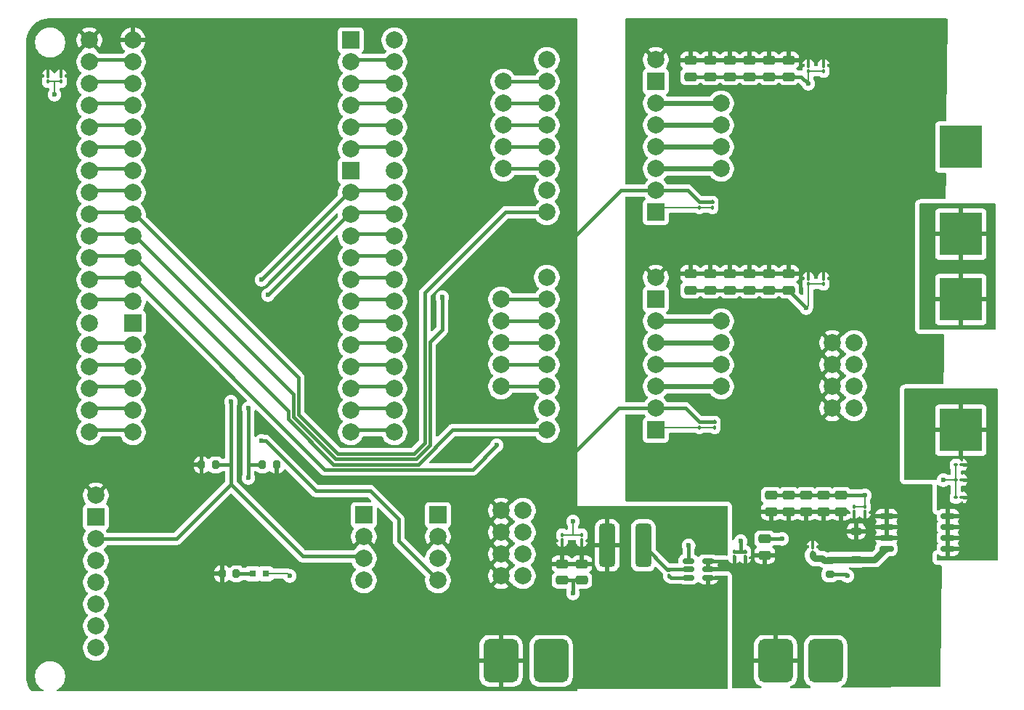
<source format=gbr>
%TF.GenerationSoftware,KiCad,Pcbnew,9.0.4*%
%TF.CreationDate,2025-09-24T21:04:32+02:00*%
%TF.ProjectId,stepperbalancerelektonics,73746570-7065-4726-9261-6c616e636572,rev?*%
%TF.SameCoordinates,Original*%
%TF.FileFunction,Copper,L1,Top*%
%TF.FilePolarity,Positive*%
%FSLAX46Y46*%
G04 Gerber Fmt 4.6, Leading zero omitted, Abs format (unit mm)*
G04 Created by KiCad (PCBNEW 9.0.4) date 2025-09-24 21:04:32*
%MOMM*%
%LPD*%
G01*
G04 APERTURE LIST*
G04 Aperture macros list*
%AMRoundRect*
0 Rectangle with rounded corners*
0 $1 Rounding radius*
0 $2 $3 $4 $5 $6 $7 $8 $9 X,Y pos of 4 corners*
0 Add a 4 corners polygon primitive as box body*
4,1,4,$2,$3,$4,$5,$6,$7,$8,$9,$2,$3,0*
0 Add four circle primitives for the rounded corners*
1,1,$1+$1,$2,$3*
1,1,$1+$1,$4,$5*
1,1,$1+$1,$6,$7*
1,1,$1+$1,$8,$9*
0 Add four rect primitives between the rounded corners*
20,1,$1+$1,$2,$3,$4,$5,0*
20,1,$1+$1,$4,$5,$6,$7,0*
20,1,$1+$1,$6,$7,$8,$9,0*
20,1,$1+$1,$8,$9,$2,$3,0*%
G04 Aperture macros list end*
%TA.AperFunction,ComponentPad*%
%ADD10R,5.000000X5.000000*%
%TD*%
%TA.AperFunction,ComponentPad*%
%ADD11RoundRect,0.600000X-1.400000X-1.900000X1.400000X-1.900000X1.400000X1.900000X-1.400000X1.900000X0*%
%TD*%
%TA.AperFunction,ComponentPad*%
%ADD12C,2.000000*%
%TD*%
%TA.AperFunction,SMDPad,CuDef*%
%ADD13RoundRect,0.162500X0.650000X0.162500X-0.650000X0.162500X-0.650000X-0.162500X0.650000X-0.162500X0*%
%TD*%
%TA.AperFunction,SMDPad,CuDef*%
%ADD14RoundRect,0.100000X0.100000X-0.130000X0.100000X0.130000X-0.100000X0.130000X-0.100000X-0.130000X0*%
%TD*%
%TA.AperFunction,SMDPad,CuDef*%
%ADD15RoundRect,0.250000X-0.475000X0.250000X-0.475000X-0.250000X0.475000X-0.250000X0.475000X0.250000X0*%
%TD*%
%TA.AperFunction,ComponentPad*%
%ADD16R,2.000000X2.000000*%
%TD*%
%TA.AperFunction,SMDPad,CuDef*%
%ADD17RoundRect,0.100000X-0.100000X0.130000X-0.100000X-0.130000X0.100000X-0.130000X0.100000X0.130000X0*%
%TD*%
%TA.AperFunction,SMDPad,CuDef*%
%ADD18RoundRect,0.200000X-0.200000X-0.275000X0.200000X-0.275000X0.200000X0.275000X-0.200000X0.275000X0*%
%TD*%
%TA.AperFunction,SMDPad,CuDef*%
%ADD19RoundRect,0.250000X0.475000X-0.250000X0.475000X0.250000X-0.475000X0.250000X-0.475000X-0.250000X0*%
%TD*%
%TA.AperFunction,SMDPad,CuDef*%
%ADD20RoundRect,0.200000X0.275000X-0.200000X0.275000X0.200000X-0.275000X0.200000X-0.275000X-0.200000X0*%
%TD*%
%TA.AperFunction,SMDPad,CuDef*%
%ADD21R,0.800000X0.800000*%
%TD*%
%TA.AperFunction,SMDPad,CuDef*%
%ADD22RoundRect,0.100000X0.130000X0.100000X-0.130000X0.100000X-0.130000X-0.100000X0.130000X-0.100000X0*%
%TD*%
%TA.AperFunction,SMDPad,CuDef*%
%ADD23RoundRect,0.225000X-0.375000X0.225000X-0.375000X-0.225000X0.375000X-0.225000X0.375000X0.225000X0*%
%TD*%
%TA.AperFunction,SMDPad,CuDef*%
%ADD24RoundRect,0.100000X-0.130000X-0.100000X0.130000X-0.100000X0.130000X0.100000X-0.130000X0.100000X0*%
%TD*%
%TA.AperFunction,SMDPad,CuDef*%
%ADD25RoundRect,0.150000X0.512500X0.150000X-0.512500X0.150000X-0.512500X-0.150000X0.512500X-0.150000X0*%
%TD*%
%TA.AperFunction,SMDPad,CuDef*%
%ADD26RoundRect,0.475000X0.475000X2.075000X-0.475000X2.075000X-0.475000X-2.075000X0.475000X-2.075000X0*%
%TD*%
%TA.AperFunction,ViaPad*%
%ADD27C,0.600000*%
%TD*%
%TA.AperFunction,Conductor*%
%ADD28C,0.200000*%
%TD*%
%TA.AperFunction,Conductor*%
%ADD29C,0.400000*%
%TD*%
%TA.AperFunction,Conductor*%
%ADD30C,0.600000*%
%TD*%
%TA.AperFunction,Conductor*%
%ADD31C,0.800000*%
%TD*%
G04 APERTURE END LIST*
D10*
%TO.P,Batterie,1,GND*%
%TO.N,GND*%
X177800000Y-60960000D03*
%TO.P,Batterie,2,VCC*%
%TO.N,/2s Lipo*%
X177800000Y-71120000D03*
%TD*%
D11*
%TO.P,U9,1,Test*%
%TO.N,GND*%
X162052000Y-120904000D03*
%TD*%
%TO.P,U8,1,Test*%
%TO.N,+7.5V*%
X156210000Y-120904000D03*
%TD*%
%TO.P,U7,1,Test*%
%TO.N,GND*%
X130048000Y-120904000D03*
%TD*%
%TO.P,U6,1,Test*%
%TO.N,+3V3*%
X124206000Y-120904000D03*
%TD*%
D12*
%TO.P,U5,1,vcc*%
%TO.N,+7.5V*%
X162814000Y-83820000D03*
%TO.P,U5,2,vcc*%
X162814000Y-86360000D03*
%TO.P,U5,3,vcc*%
X162814000Y-88900000D03*
%TO.P,U5,4,4vcc*%
X162814000Y-91440000D03*
%TO.P,U5,5,GND*%
%TO.N,GND*%
X165354000Y-83820000D03*
%TO.P,U5,6,GND*%
X165354000Y-86360000D03*
%TO.P,U5,7,GND*%
X165354000Y-88900000D03*
%TO.P,U5,8,GND*%
X165354000Y-91440000D03*
%TD*%
%TO.P,U4,1,vcc*%
%TO.N,+3V3*%
X124206000Y-103378000D03*
%TO.P,U4,2,vcc*%
X124206000Y-105918000D03*
%TO.P,U4,3,vcc*%
X124206000Y-108458000D03*
%TO.P,U4,4,4vcc*%
X124206000Y-110998000D03*
%TO.P,U4,5,GND*%
%TO.N,GND*%
X126746000Y-103378000D03*
%TO.P,U4,6,GND*%
X126746000Y-105918000D03*
%TO.P,U4,7,GND*%
X126746000Y-108458000D03*
%TO.P,U4,8,GND*%
X126746000Y-110998000D03*
%TD*%
D13*
%TO.P,PMOS1,1,D*%
%TO.N,/2s lipo after Button*%
X176307500Y-107823000D03*
%TO.P,PMOS1,2,D*%
X176307500Y-106553000D03*
%TO.P,PMOS1,3,D*%
X176307500Y-105283000D03*
%TO.P,PMOS1,4,D*%
X176307500Y-104013000D03*
%TO.P,PMOS1,5,S*%
%TO.N,+7.5V*%
X169132500Y-104013000D03*
%TO.P,PMOS1,6,S*%
X169132500Y-105283000D03*
%TO.P,PMOS1,7,S*%
X169132500Y-106553000D03*
%TO.P,PMOS1,8,G*%
%TO.N,Net-(D1-A)*%
X169132500Y-107823000D03*
%TD*%
D14*
%TO.P,C41,1*%
%TO.N,+3V3*%
X133604000Y-106837000D03*
%TO.P,C41,2*%
%TO.N,GND*%
X133604000Y-106197000D03*
%TD*%
D15*
%TO.P,C18,1*%
%TO.N,+7.5V*%
X155448000Y-75758000D03*
%TO.P,C18,2*%
%TO.N,GND*%
X155448000Y-77658000D03*
%TD*%
D12*
%TO.P,MPU1,1,VCC*%
%TO.N,+3V3*%
X76962000Y-101600000D03*
D16*
%TO.P,MPU1,2,GND*%
%TO.N,GND*%
X76962000Y-104140000D03*
D12*
%TO.P,MPU1,3,SCL*%
%TO.N,/SCL1*%
X76962000Y-106680000D03*
%TO.P,MPU1,4,SDA*%
%TO.N,/SDA1*%
X76962000Y-109220000D03*
%TO.P,MPU1,5,XDA*%
%TO.N,unconnected-(MPU1-XDA-Pad5)*%
X76962000Y-111760000D03*
%TO.P,MPU1,6,XCL*%
%TO.N,unconnected-(MPU1-XCL-Pad6)*%
X76962000Y-114300000D03*
%TO.P,MPU1,7,ADD*%
%TO.N,unconnected-(MPU1-ADD-Pad7)*%
X76962000Y-116840000D03*
%TO.P,MPU1,8,INT*%
%TO.N,unconnected-(MPU1-INT-Pad8)*%
X76962000Y-119380000D03*
%TD*%
D17*
%TO.P,C38,1*%
%TO.N,GND*%
X152654000Y-108169000D03*
%TO.P,C38,2*%
%TO.N,+7.5V*%
X152654000Y-108809000D03*
%TD*%
D18*
%TO.P,R3,1*%
%TO.N,+3V3*%
X89282000Y-98044000D03*
%TO.P,R3,2*%
%TO.N,/SCL1*%
X90932000Y-98044000D03*
%TD*%
D14*
%TO.P,C12,1*%
%TO.N,GND*%
X147320000Y-93701000D03*
%TO.P,C12,2*%
%TO.N,+3V3*%
X147320000Y-93061000D03*
%TD*%
D15*
%TO.P,C22,1*%
%TO.N,+7.5V*%
X157734000Y-75758000D03*
%TO.P,C22,2*%
%TO.N,GND*%
X157734000Y-77658000D03*
%TD*%
D14*
%TO.P,C39,1*%
%TO.N,+7.5V*%
X151384000Y-108809000D03*
%TO.P,C39,2*%
%TO.N,GND*%
X151384000Y-108169000D03*
%TD*%
D12*
%TO.P,U2,1*%
%TO.N,Net-(TMC2-MS1)*%
X124206000Y-78740000D03*
%TO.P,U2,2*%
%TO.N,Net-(TMC2-MS2)*%
X124206000Y-81280000D03*
%TO.P,U2,3*%
%TO.N,Net-(TMC2-PDN-Pad4)*%
X124206000Y-83820000D03*
%TO.P,U2,4*%
%TO.N,Net-(TMC2-PDN-Pad5)*%
X124206000Y-86360000D03*
%TO.P,U2,5*%
%TO.N,Net-(TMC2-CLK)*%
X124206000Y-88900000D03*
%TD*%
D15*
%TO.P,C19,1*%
%TO.N,+7.5V*%
X153162000Y-75758000D03*
%TO.P,C19,2*%
%TO.N,GND*%
X153162000Y-77658000D03*
%TD*%
%TO.P,C26,1*%
%TO.N,+7.5V*%
X146304000Y-50866000D03*
%TO.P,C26,2*%
%TO.N,GND*%
X146304000Y-52766000D03*
%TD*%
D14*
%TO.P,C4,1*%
%TO.N,+7.5V*%
X166624000Y-103535000D03*
%TO.P,C4,2*%
%TO.N,GND*%
X166624000Y-102895000D03*
%TD*%
D19*
%TO.P,C11,1*%
%TO.N,+7.5V*%
X163830000Y-103500000D03*
%TO.P,C11,2*%
%TO.N,GND*%
X163830000Y-101600000D03*
%TD*%
D14*
%TO.P,C16,1*%
%TO.N,GND*%
X160020000Y-76962000D03*
%TO.P,C16,2*%
%TO.N,+7.5V*%
X160020000Y-76322000D03*
%TD*%
D15*
%TO.P,C37,1*%
%TO.N,GND*%
X154940000Y-106680000D03*
%TO.P,C37,2*%
%TO.N,+7.5V*%
X154940000Y-108580000D03*
%TD*%
D20*
%TO.P,R5,1*%
%TO.N,GND*%
X162560000Y-110807000D03*
%TO.P,R5,2*%
%TO.N,Net-(D1-A)*%
X162560000Y-109157000D03*
%TD*%
D14*
%TO.P,C32,1*%
%TO.N,GND*%
X72898000Y-53340000D03*
%TO.P,C32,2*%
%TO.N,+3V3*%
X72898000Y-52700000D03*
%TD*%
D21*
%TO.P,D2,1,K*%
%TO.N,GND*%
X96762000Y-110744000D03*
%TO.P,D2,2,A*%
%TO.N,Net-(D2-A)*%
X95262000Y-110744000D03*
%TD*%
D17*
%TO.P,C34,1*%
%TO.N,Net-(U1-SW)*%
X143764000Y-110294000D03*
%TO.P,C34,2*%
%TO.N,Net-(U1-BST)*%
X143764000Y-110934000D03*
%TD*%
D12*
%TO.P,U3,1*%
%TO.N,Net-(TMC1-MS1)*%
X124460000Y-53340000D03*
%TO.P,U3,2*%
%TO.N,Net-(TMC1-MS2)*%
X124460000Y-55880000D03*
%TO.P,U3,3*%
%TO.N,Net-(TMC1-PDN-Pad4)*%
X124460000Y-58420000D03*
%TO.P,U3,4*%
%TO.N,Net-(TMC1-PDN-Pad5)*%
X124460000Y-60960000D03*
%TO.P,U3,5*%
%TO.N,Net-(TMC1-CLK)*%
X124460000Y-63500000D03*
%TD*%
D17*
%TO.P,C30,1*%
%TO.N,+7.5V*%
X161798000Y-51496000D03*
%TO.P,C30,2*%
%TO.N,GND*%
X161798000Y-52136000D03*
%TD*%
D12*
%TO.P,Esp32C1,1*%
%TO.N,+3V3*%
X76200000Y-48514000D03*
%TO.P,Esp32C1,2*%
%TO.N,/En*%
X76200000Y-51054000D03*
%TO.P,Esp32C1,3*%
%TO.N,/VP*%
X76200000Y-53594000D03*
%TO.P,Esp32C1,4*%
%TO.N,/VN*%
X76200000Y-56134000D03*
%TO.P,Esp32C1,5*%
%TO.N,/34*%
X76200000Y-58674000D03*
%TO.P,Esp32C1,6*%
%TO.N,/35*%
X76200000Y-61214000D03*
%TO.P,Esp32C1,7*%
%TO.N,/32*%
X76200000Y-63754000D03*
%TO.P,Esp32C1,8*%
%TO.N,/33*%
X76200000Y-66294000D03*
%TO.P,Esp32C1,9*%
%TO.N,/DIR1*%
X76200000Y-68834000D03*
%TO.P,Esp32C1,10*%
%TO.N,/STEP1*%
X76200000Y-71374000D03*
%TO.P,Esp32C1,11*%
%TO.N,/DIR2*%
X76200000Y-73914000D03*
%TO.P,Esp32C1,12*%
%TO.N,/STEP2*%
X76200000Y-76454000D03*
%TO.P,Esp32C1,13*%
%TO.N,/12*%
X76200000Y-78994000D03*
%TO.P,Esp32C1,14*%
%TO.N,GND*%
X76200000Y-81534000D03*
%TO.P,Esp32C1,15*%
%TO.N,/13*%
X76200000Y-84074000D03*
%TO.P,Esp32C1,16*%
%TO.N,/D2*%
X76200000Y-86614000D03*
%TO.P,Esp32C1,17*%
%TO.N,/D3*%
X76200000Y-89154000D03*
%TO.P,Esp32C1,18*%
%TO.N,/CMD*%
X76200000Y-91694000D03*
%TO.P,Esp32C1,19*%
%TO.N,/5v*%
X76200000Y-94234000D03*
%TO.P,Esp32C1,20*%
%TO.N,GND*%
X111760000Y-48514000D03*
%TO.P,Esp32C1,21*%
%TO.N,/SCL1*%
X111760000Y-51054000D03*
%TO.P,Esp32C1,22*%
%TO.N,/22*%
X111760000Y-53594000D03*
%TO.P,Esp32C1,23*%
%TO.N,/TX*%
X111760000Y-56134000D03*
%TO.P,Esp32C1,24*%
%TO.N,/RX*%
X111760000Y-58674000D03*
%TO.P,Esp32C1,25*%
%TO.N,/SDA1*%
X111760000Y-61214000D03*
%TO.P,Esp32C1,26*%
%TO.N,GND*%
X111760000Y-63754000D03*
%TO.P,Esp32C1,27*%
%TO.N,/SDA2*%
X111760000Y-66294000D03*
%TO.P,Esp32C1,28*%
%TO.N,/SCL2*%
X111760000Y-68834000D03*
%TO.P,Esp32C1,29*%
%TO.N,/5*%
X111760000Y-71374000D03*
%TO.P,Esp32C1,30*%
%TO.N,/17*%
X111760000Y-73914000D03*
%TO.P,Esp32C1,31*%
%TO.N,/16*%
X111760000Y-76454000D03*
%TO.P,Esp32C1,32*%
%TO.N,/4*%
X111760000Y-78994000D03*
%TO.P,Esp32C1,33*%
%TO.N,/0*%
X111760000Y-81534000D03*
%TO.P,Esp32C1,34*%
%TO.N,/2*%
X111760000Y-84074000D03*
%TO.P,Esp32C1,35*%
%TO.N,/15*%
X111760000Y-86614000D03*
%TO.P,Esp32C1,36*%
%TO.N,/D1*%
X111760000Y-89154000D03*
%TO.P,Esp32C1,37*%
%TO.N,/D0*%
X111760000Y-91694000D03*
%TO.P,Esp32C1,38*%
%TO.N,/CLK*%
X111760000Y-94234000D03*
%TD*%
D22*
%TO.P,C14,1*%
%TO.N,/2s lipo after Button*%
X177866000Y-98044000D03*
%TO.P,C14,2*%
%TO.N,GND*%
X177226000Y-98044000D03*
%TD*%
D15*
%TO.P,C17,1*%
%TO.N,+7.5V*%
X150876000Y-75758000D03*
%TO.P,C17,2*%
%TO.N,GND*%
X150876000Y-77658000D03*
%TD*%
D23*
%TO.P,D1,1,K*%
%TO.N,+7.5V*%
X165608000Y-105792000D03*
%TO.P,D1,2,A*%
%TO.N,Net-(D1-A)*%
X165608000Y-109092000D03*
%TD*%
D10*
%TO.P,Button1,1,Button_1*%
%TO.N,/2s Lipo*%
X177800000Y-78740000D03*
%TO.P,Button1,2,Button_2*%
%TO.N,/2s lipo after Button*%
X177800000Y-93980000D03*
%TD*%
D15*
%TO.P,C25,1*%
%TO.N,+7.5V*%
X157734000Y-50866000D03*
%TO.P,C25,2*%
%TO.N,GND*%
X157734000Y-52766000D03*
%TD*%
%TO.P,C23,1*%
%TO.N,+7.5V*%
X148590000Y-50866000D03*
%TO.P,C23,2*%
%TO.N,GND*%
X148590000Y-52766000D03*
%TD*%
%TO.P,C35,1*%
%TO.N,+3V3*%
X133604000Y-109606000D03*
%TO.P,C35,2*%
%TO.N,GND*%
X133604000Y-111506000D03*
%TD*%
D17*
%TO.P,C31,1*%
%TO.N,+7.5V*%
X160528000Y-107630000D03*
%TO.P,C31,2*%
%TO.N,Net-(D1-A)*%
X160528000Y-108270000D03*
%TD*%
%TO.P,C5,1*%
%TO.N,+3V3*%
X149098000Y-93061000D03*
%TO.P,C5,2*%
%TO.N,GND*%
X149098000Y-93701000D03*
%TD*%
D19*
%TO.P,C8,1*%
%TO.N,+7.5V*%
X157734000Y-103500000D03*
%TO.P,C8,2*%
%TO.N,GND*%
X157734000Y-101600000D03*
%TD*%
D15*
%TO.P,C20,1*%
%TO.N,+7.5V*%
X146304000Y-75758000D03*
%TO.P,C20,2*%
%TO.N,GND*%
X146304000Y-77658000D03*
%TD*%
D24*
%TO.P,C2,1*%
%TO.N,GND*%
X177226000Y-99822000D03*
%TO.P,C2,2*%
%TO.N,/2s lipo after Button*%
X177866000Y-99822000D03*
%TD*%
D16*
%TO.P,OLED1,1,GND*%
%TO.N,GND*%
X108204000Y-103886000D03*
D12*
%TO.P,OLED1,2,VCC*%
%TO.N,+3V3*%
X108204000Y-106426000D03*
%TO.P,OLED1,3,SCL*%
%TO.N,/SCL1*%
X108204000Y-108966000D03*
%TO.P,OLED1,4,SDA*%
%TO.N,/SDA1*%
X108204000Y-111506000D03*
%TD*%
D15*
%TO.P,C36,1*%
%TO.N,+3V3*%
X131318000Y-109606000D03*
%TO.P,C36,2*%
%TO.N,GND*%
X131318000Y-111506000D03*
%TD*%
D14*
%TO.P,C29,1*%
%TO.N,GND*%
X160020000Y-52136000D03*
%TO.P,C29,2*%
%TO.N,+7.5V*%
X160020000Y-51496000D03*
%TD*%
D12*
%TO.P,Stepper1,1,1*%
%TO.N,Net-(TMC1-A2)*%
X149860000Y-55880000D03*
%TO.P,Stepper1,2,2*%
%TO.N,Net-(TMC1-A1)*%
X149860000Y-58420000D03*
%TO.P,Stepper1,3,3*%
%TO.N,Net-(TMC1-B1)*%
X149860000Y-60960000D03*
%TO.P,Stepper1,4,4*%
%TO.N,Net-(TMC1-B2)*%
X149860000Y-63500000D03*
%TD*%
%TO.P,TMC2,1,En*%
%TO.N,GND*%
X129540000Y-76200000D03*
%TO.P,TMC2,2,MS1*%
%TO.N,Net-(TMC2-MS1)*%
X129540000Y-78740000D03*
%TO.P,TMC2,3,MS2*%
%TO.N,Net-(TMC2-MS2)*%
X129540000Y-81280000D03*
%TO.P,TMC2,4,PDN*%
%TO.N,Net-(TMC2-PDN-Pad4)*%
X129540000Y-83820000D03*
%TO.P,TMC2,5,PDN*%
%TO.N,Net-(TMC2-PDN-Pad5)*%
X129540000Y-86360000D03*
%TO.P,TMC2,6,CLK*%
%TO.N,Net-(TMC2-CLK)*%
X129540000Y-88900000D03*
%TO.P,TMC2,7,STEP*%
%TO.N,/STEP2*%
X129540000Y-91440000D03*
%TO.P,TMC2,8,DIR*%
%TO.N,/DIR2*%
X129540000Y-93980000D03*
%TO.P,TMC2,9,VM*%
%TO.N,+7.5V*%
X142240000Y-76200000D03*
D16*
%TO.P,TMC2,10,GND*%
%TO.N,GND*%
X142240000Y-78740000D03*
D12*
%TO.P,TMC2,11,A2*%
%TO.N,Net-(TMC2-A2)*%
X142240000Y-81280000D03*
%TO.P,TMC2,12,A1*%
%TO.N,Net-(TMC2-A1)*%
X142240000Y-83820000D03*
%TO.P,TMC2,13,B1*%
%TO.N,Net-(TMC2-B1)*%
X142240000Y-86360000D03*
%TO.P,TMC2,14,B2*%
%TO.N,Net-(TMC2-B2)*%
X142240000Y-88900000D03*
%TO.P,TMC2,15,VDD*%
%TO.N,+3V3*%
X142240000Y-91440000D03*
D16*
%TO.P,TMC2,16,GND*%
%TO.N,GND*%
X142240000Y-93980000D03*
%TD*%
D25*
%TO.P,U1,1,FB*%
%TO.N,+3V3*%
X148336000Y-111186000D03*
%TO.P,U1,2,EN*%
%TO.N,+7.5V*%
X148336000Y-110236000D03*
%TO.P,U1,3,IN*%
X148336000Y-109286000D03*
%TO.P,U1,4,GND*%
%TO.N,GND*%
X146061000Y-109286000D03*
%TO.P,U1,5,SW*%
%TO.N,Net-(U1-SW)*%
X146061000Y-110236000D03*
%TO.P,U1,6,BST*%
%TO.N,Net-(U1-BST)*%
X146061000Y-111186000D03*
%TD*%
D18*
%TO.P,R4,1*%
%TO.N,/SDA1*%
X96394000Y-98044000D03*
%TO.P,R4,2*%
%TO.N,+3V3*%
X98044000Y-98044000D03*
%TD*%
D12*
%TO.P,Esp1,1,3V3*%
%TO.N,+3V3*%
X81280000Y-48514000D03*
%TO.P,Esp1,2,EN*%
%TO.N,/En*%
X81280000Y-51054000D03*
%TO.P,Esp1,3,VP*%
%TO.N,/VP*%
X81280000Y-53594000D03*
%TO.P,Esp1,4,VN*%
%TO.N,/VN*%
X81280000Y-56134000D03*
%TO.P,Esp1,5,34*%
%TO.N,/34*%
X81280000Y-58674000D03*
%TO.P,Esp1,6,35*%
%TO.N,/35*%
X81280000Y-61214000D03*
%TO.P,Esp1,7,32*%
%TO.N,/32*%
X81280000Y-63754000D03*
%TO.P,Esp1,8,33*%
%TO.N,/33*%
X81280000Y-66294000D03*
%TO.P,Esp1,9,25*%
%TO.N,/DIR1*%
X81280000Y-68834000D03*
%TO.P,Esp1,10,26*%
%TO.N,/STEP1*%
X81280000Y-71374000D03*
%TO.P,Esp1,11,27*%
%TO.N,/DIR2*%
X81280000Y-73914000D03*
%TO.P,Esp1,12,14*%
%TO.N,/STEP2*%
X81280000Y-76454000D03*
%TO.P,Esp1,13,12*%
%TO.N,/12*%
X81280000Y-78994000D03*
D16*
%TO.P,Esp1,14,GND*%
%TO.N,GND*%
X81280000Y-81534000D03*
D12*
%TO.P,Esp1,15,13*%
%TO.N,/13*%
X81280000Y-84074000D03*
%TO.P,Esp1,16,D2*%
%TO.N,/D2*%
X81280000Y-86614000D03*
%TO.P,Esp1,17,D3*%
%TO.N,/D3*%
X81280000Y-89154000D03*
%TO.P,Esp1,18,CMD*%
%TO.N,/CMD*%
X81280000Y-91694000D03*
%TO.P,Esp1,19,5V*%
%TO.N,/5v*%
X81280000Y-94234000D03*
D16*
%TO.P,Esp1,20,GND*%
%TO.N,GND*%
X106680000Y-48514000D03*
D12*
%TO.P,Esp1,21,23*%
%TO.N,/SCL1*%
X106680000Y-51054000D03*
%TO.P,Esp1,22,22*%
%TO.N,/22*%
X106680000Y-53594000D03*
%TO.P,Esp1,23,TX*%
%TO.N,/TX*%
X106680000Y-56134000D03*
%TO.P,Esp1,24,RX*%
%TO.N,/RX*%
X106680000Y-58674000D03*
%TO.P,Esp1,25,21*%
%TO.N,/SDA1*%
X106680000Y-61214000D03*
D16*
%TO.P,Esp1,26,GND*%
%TO.N,GND*%
X106680000Y-63754000D03*
D12*
%TO.P,Esp1,27,19*%
%TO.N,/SDA2*%
X106680000Y-66294000D03*
%TO.P,Esp1,28,18*%
%TO.N,/SCL2*%
X106680000Y-68834000D03*
%TO.P,Esp1,29,5*%
%TO.N,/5*%
X106680000Y-71374000D03*
%TO.P,Esp1,30,17*%
%TO.N,/17*%
X106680000Y-73914000D03*
%TO.P,Esp1,31,16*%
%TO.N,/16*%
X106680000Y-76454000D03*
%TO.P,Esp1,32,4*%
%TO.N,/4*%
X106680000Y-78994000D03*
%TO.P,Esp1,33,O*%
%TO.N,/0*%
X106680000Y-81534000D03*
%TO.P,Esp1,34,2*%
%TO.N,/2*%
X106680000Y-84074000D03*
%TO.P,Esp1,35,15*%
%TO.N,/15*%
X106680000Y-86614000D03*
%TO.P,Esp1,36,D1*%
%TO.N,/D1*%
X106680000Y-89154000D03*
%TO.P,Esp1,37,D0*%
%TO.N,/D0*%
X106680000Y-91694000D03*
%TO.P,Esp1,38,CLK*%
%TO.N,/CLK*%
X106680000Y-94234000D03*
%TD*%
D18*
%TO.P,R1,1*%
%TO.N,+3V3*%
X91694000Y-110744000D03*
%TO.P,R1,2*%
%TO.N,Net-(D2-A)*%
X93344000Y-110744000D03*
%TD*%
D12*
%TO.P,TMC1,1,En*%
%TO.N,GND*%
X129540000Y-50800000D03*
%TO.P,TMC1,2,MS1*%
%TO.N,Net-(TMC1-MS1)*%
X129540000Y-53340000D03*
%TO.P,TMC1,3,MS2*%
%TO.N,Net-(TMC1-MS2)*%
X129540000Y-55880000D03*
%TO.P,TMC1,4,PDN*%
%TO.N,Net-(TMC1-PDN-Pad4)*%
X129540000Y-58420000D03*
%TO.P,TMC1,5,PDN*%
%TO.N,Net-(TMC1-PDN-Pad5)*%
X129540000Y-60960000D03*
%TO.P,TMC1,6,CLK*%
%TO.N,Net-(TMC1-CLK)*%
X129540000Y-63500000D03*
%TO.P,TMC1,7,STEP*%
%TO.N,/STEP1*%
X129540000Y-66040000D03*
%TO.P,TMC1,8,DIR*%
%TO.N,/DIR1*%
X129540000Y-68580000D03*
%TO.P,TMC1,9,VM*%
%TO.N,+7.5V*%
X142240000Y-50800000D03*
D16*
%TO.P,TMC1,10,GND*%
%TO.N,GND*%
X142240000Y-53340000D03*
D12*
%TO.P,TMC1,11,A2*%
%TO.N,Net-(TMC1-A2)*%
X142240000Y-55880000D03*
%TO.P,TMC1,12,A1*%
%TO.N,Net-(TMC1-A1)*%
X142240000Y-58420000D03*
%TO.P,TMC1,13,B1*%
%TO.N,Net-(TMC1-B1)*%
X142240000Y-60960000D03*
%TO.P,TMC1,14,B2*%
%TO.N,Net-(TMC1-B2)*%
X142240000Y-63500000D03*
%TO.P,TMC1,15,VDD*%
%TO.N,+3V3*%
X142240000Y-66040000D03*
D16*
%TO.P,TMC1,16,GND*%
%TO.N,GND*%
X142240000Y-68580000D03*
%TD*%
D19*
%TO.P,C7,1*%
%TO.N,+7.5V*%
X155702000Y-103500000D03*
%TO.P,C7,2*%
%TO.N,GND*%
X155702000Y-101600000D03*
%TD*%
D17*
%TO.P,C15,1*%
%TO.N,+7.5V*%
X161798000Y-76322000D03*
%TO.P,C15,2*%
%TO.N,GND*%
X161798000Y-76962000D03*
%TD*%
%TO.P,C33,1*%
%TO.N,+3V3*%
X71374000Y-52700000D03*
%TO.P,C33,2*%
%TO.N,GND*%
X71374000Y-53340000D03*
%TD*%
D14*
%TO.P,C13,1*%
%TO.N,GND*%
X147320000Y-68047000D03*
%TO.P,C13,2*%
%TO.N,+3V3*%
X147320000Y-67407000D03*
%TD*%
D17*
%TO.P,C6,1*%
%TO.N,+3V3*%
X148844000Y-67407000D03*
%TO.P,C6,2*%
%TO.N,GND*%
X148844000Y-68047000D03*
%TD*%
D15*
%TO.P,C28,1*%
%TO.N,+7.5V*%
X155448000Y-50866000D03*
%TO.P,C28,2*%
%TO.N,GND*%
X155448000Y-52766000D03*
%TD*%
D14*
%TO.P,C1,1*%
%TO.N,+7.5V*%
X165354000Y-103535000D03*
%TO.P,C1,2*%
%TO.N,GND*%
X165354000Y-102895000D03*
%TD*%
D22*
%TO.P,C3,1*%
%TO.N,/2s lipo after Button*%
X177866000Y-101854000D03*
%TO.P,C3,2*%
%TO.N,GND*%
X177226000Y-101854000D03*
%TD*%
D15*
%TO.P,C21,1*%
%TO.N,+7.5V*%
X148590000Y-75758000D03*
%TO.P,C21,2*%
%TO.N,GND*%
X148590000Y-77658000D03*
%TD*%
D19*
%TO.P,C9,1*%
%TO.N,+7.5V*%
X159766000Y-103500000D03*
%TO.P,C9,2*%
%TO.N,GND*%
X159766000Y-101600000D03*
%TD*%
D15*
%TO.P,C24,1*%
%TO.N,+7.5V*%
X153162000Y-50866000D03*
%TO.P,C24,2*%
%TO.N,GND*%
X153162000Y-52766000D03*
%TD*%
D26*
%TO.P,L1,1,1*%
%TO.N,Net-(U1-SW)*%
X140784000Y-107442000D03*
%TO.P,L1,2,2*%
%TO.N,+3V3*%
X136584000Y-107442000D03*
%TD*%
D12*
%TO.P,Stepper2,1,1*%
%TO.N,Net-(TMC2-A2)*%
X149860000Y-81280000D03*
%TO.P,Stepper2,2,2*%
%TO.N,Net-(TMC2-A1)*%
X149860000Y-83820000D03*
%TO.P,Stepper2,3,3*%
%TO.N,Net-(TMC2-B1)*%
X149860000Y-86360000D03*
%TO.P,Stepper2,4,4*%
%TO.N,Net-(TMC2-B2)*%
X149860000Y-88900000D03*
%TD*%
D19*
%TO.P,C10,1*%
%TO.N,+7.5V*%
X161798000Y-103500000D03*
%TO.P,C10,2*%
%TO.N,GND*%
X161798000Y-101600000D03*
%TD*%
D15*
%TO.P,C27,1*%
%TO.N,+7.5V*%
X150876000Y-50866000D03*
%TO.P,C27,2*%
%TO.N,GND*%
X150876000Y-52766000D03*
%TD*%
D17*
%TO.P,C40,1*%
%TO.N,GND*%
X131318000Y-106197000D03*
%TO.P,C40,2*%
%TO.N,+3V3*%
X131318000Y-106837000D03*
%TD*%
D16*
%TO.P,OLED2,1,GND*%
%TO.N,GND*%
X116840000Y-103886000D03*
D12*
%TO.P,OLED2,2,VCC*%
%TO.N,+3V3*%
X116840000Y-106426000D03*
%TO.P,OLED2,3,SCL*%
%TO.N,/SCL2*%
X116840000Y-108966000D03*
%TO.P,OLED2,4,SDA*%
%TO.N,/SDA2*%
X116840000Y-111506000D03*
%TD*%
D27*
%TO.N,GND*%
X132588000Y-113030000D03*
X132588000Y-104648000D03*
X72136000Y-54864000D03*
X99568000Y-110998000D03*
X146061000Y-107453000D03*
X152146000Y-106934000D03*
X156972000Y-106680000D03*
X164592000Y-110998000D03*
X175768000Y-99822000D03*
X166624000Y-101600000D03*
X159766000Y-79756000D03*
X160020000Y-53594000D03*
%TO.N,/SDA2*%
X96266000Y-95250000D03*
X96266000Y-76454000D03*
%TO.N,/STEP2*%
X123698000Y-95758000D03*
%TO.N,/SCL1*%
X92710000Y-90678000D03*
%TO.N,/SDA1*%
X94742000Y-91440000D03*
X94742000Y-99568000D03*
%TO.N,/SCL2*%
X97028000Y-78232000D03*
%TO.N,/STEP1*%
X117348000Y-78486000D03*
%TD*%
D28*
%TO.N,/2s lipo after Button*%
X177866000Y-99822000D02*
X180340000Y-99822000D01*
D29*
%TO.N,GND*%
X132588000Y-111506000D02*
X132588000Y-113030000D01*
X132588000Y-111506000D02*
X133604000Y-111506000D01*
X131318000Y-111506000D02*
X132588000Y-111506000D01*
D28*
X131318000Y-106197000D02*
X132588000Y-106197000D01*
X132588000Y-106197000D02*
X132588000Y-104648000D01*
X133604000Y-106197000D02*
X132588000Y-106197000D01*
X72136000Y-53340000D02*
X72136000Y-54864000D01*
X72136000Y-53340000D02*
X71374000Y-53340000D01*
X72898000Y-53340000D02*
X72136000Y-53340000D01*
X99314000Y-110744000D02*
X99568000Y-110998000D01*
X96774000Y-110744000D02*
X99314000Y-110744000D01*
X96762000Y-110744000D02*
X96774000Y-110744000D01*
D29*
X164401000Y-110807000D02*
X164592000Y-110998000D01*
X162560000Y-110807000D02*
X164401000Y-110807000D01*
X152146000Y-108169000D02*
X152146000Y-106934000D01*
X151384000Y-108169000D02*
X152654000Y-108169000D01*
X146061000Y-109286000D02*
X146061000Y-107453000D01*
D28*
X152146000Y-108169000D02*
X151384000Y-108169000D01*
X152654000Y-108169000D02*
X152146000Y-108169000D01*
D29*
X154940000Y-106680000D02*
X156972000Y-106680000D01*
D28*
X177226000Y-99822000D02*
X175768000Y-99822000D01*
X177226000Y-98044000D02*
X177226000Y-101854000D01*
D29*
X155702000Y-101600000D02*
X166624000Y-101600000D01*
D28*
X166624000Y-102895000D02*
X166624000Y-101600000D01*
X165354000Y-102895000D02*
X166624000Y-102895000D01*
X142519000Y-93701000D02*
X142240000Y-93980000D01*
X149098000Y-93701000D02*
X142519000Y-93701000D01*
X160020000Y-79502000D02*
X159766000Y-79756000D01*
X160020000Y-76962000D02*
X160020000Y-79502000D01*
X161798000Y-76962000D02*
X160020000Y-76962000D01*
D29*
X157734000Y-77724000D02*
X159766000Y-79756000D01*
X157734000Y-77658000D02*
X157734000Y-77724000D01*
X146304000Y-77658000D02*
X157734000Y-77658000D01*
D28*
X142773000Y-68047000D02*
X142240000Y-68580000D01*
X148844000Y-68047000D02*
X142773000Y-68047000D01*
D29*
X157734000Y-52766000D02*
X159192000Y-52766000D01*
X159192000Y-52766000D02*
X160020000Y-53594000D01*
D28*
X160020000Y-52136000D02*
X160020000Y-53594000D01*
X160020000Y-52136000D02*
X161798000Y-52136000D01*
D29*
X146304000Y-52766000D02*
X157734000Y-52766000D01*
%TO.N,/SDA2*%
X102608000Y-101092000D02*
X108966000Y-101092000D01*
X112268000Y-106934000D02*
X116840000Y-111506000D01*
X108966000Y-101092000D02*
X112268000Y-104394000D01*
X96766000Y-95250000D02*
X102608000Y-101092000D01*
X112268000Y-104394000D02*
X112268000Y-106934000D01*
X96266000Y-76454000D02*
X106680000Y-66040000D01*
X96266000Y-95250000D02*
X96766000Y-95250000D01*
X106680000Y-66040000D02*
X111760000Y-66040000D01*
%TO.N,/STEP2*%
X120879000Y-98577000D02*
X123698000Y-95758000D01*
X103657000Y-98577000D02*
X120879000Y-98577000D01*
X76200000Y-76200000D02*
X81280000Y-76200000D01*
X81280000Y-76200000D02*
X103657000Y-98577000D01*
%TO.N,/DIR2*%
X81280000Y-73660000D02*
X99382000Y-91762000D01*
X114543884Y-97976000D02*
X118539884Y-93980000D01*
X99382000Y-91762000D02*
X99382000Y-92699884D01*
X99382000Y-92699884D02*
X104658116Y-97976000D01*
X118539884Y-93980000D02*
X129540000Y-93980000D01*
X81280000Y-73660000D02*
X76200000Y-73660000D01*
X104658116Y-97976000D02*
X114543884Y-97976000D01*
%TO.N,/SCL1*%
X107950000Y-108712000D02*
X101092000Y-108712000D01*
X90932000Y-98044000D02*
X92710000Y-98044000D01*
X92710000Y-100330000D02*
X86360000Y-106680000D01*
X92710000Y-90678000D02*
X92710000Y-98044000D01*
X86360000Y-106680000D02*
X76962000Y-106680000D01*
X106680000Y-50800000D02*
X111760000Y-50800000D01*
X108204000Y-108966000D02*
X107950000Y-108712000D01*
X92710000Y-98044000D02*
X92710000Y-100330000D01*
X101092000Y-108712000D02*
X92710000Y-100330000D01*
%TO.N,/SDA1*%
X96394000Y-98044000D02*
X94742000Y-98044000D01*
X94742000Y-91440000D02*
X94742000Y-96520000D01*
X94742000Y-98044000D02*
X94742000Y-99568000D01*
X94742000Y-96520000D02*
X94742000Y-98044000D01*
X106680000Y-60960000D02*
X111760000Y-60960000D01*
X106680000Y-60960000D02*
X106418000Y-60960000D01*
%TO.N,/SCL2*%
X106680000Y-68580000D02*
X111760000Y-68580000D01*
X97028000Y-78232000D02*
X106680000Y-68580000D01*
%TO.N,/STEP1*%
X115917000Y-83727000D02*
X115917000Y-95752942D01*
X117348000Y-78486000D02*
X117348000Y-82296000D01*
X115917000Y-95752942D02*
X114294942Y-97375000D01*
X99983000Y-89823000D02*
X81280000Y-71120000D01*
X76200000Y-71120000D02*
X81280000Y-71120000D01*
X99983000Y-92450942D02*
X99983000Y-89823000D01*
X117348000Y-82296000D02*
X115917000Y-83727000D01*
X114294942Y-97375000D02*
X104907058Y-97375000D01*
X104907058Y-97375000D02*
X99983000Y-92450942D01*
%TO.N,/DIR1*%
X81280000Y-68580000D02*
X76200000Y-68580000D01*
X115316000Y-77978000D02*
X124714000Y-68580000D01*
X100584000Y-87884000D02*
X100584000Y-92202000D01*
X114046000Y-96774000D02*
X115316000Y-95504000D01*
X100584000Y-92202000D02*
X105156000Y-96774000D01*
X105156000Y-96774000D02*
X114046000Y-96774000D01*
X124714000Y-68580000D02*
X129540000Y-68580000D01*
X115316000Y-95504000D02*
X115316000Y-77978000D01*
X81280000Y-68580000D02*
X100584000Y-87884000D01*
%TO.N,+3V3*%
X148844000Y-67407000D02*
X147320000Y-67407000D01*
X142240000Y-66040000D02*
X138176000Y-66040000D01*
X137922000Y-91440000D02*
X131318000Y-98044000D01*
X147320000Y-93061000D02*
X149098000Y-93061000D01*
X131318000Y-98044000D02*
X125984000Y-98044000D01*
X142240000Y-91440000D02*
X137922000Y-91440000D01*
X142240000Y-66040000D02*
X145953000Y-66040000D01*
X138176000Y-66040000D02*
X131826000Y-72390000D01*
X142240000Y-91440000D02*
X145699000Y-91440000D01*
X147320000Y-67407000D02*
X145953000Y-66040000D01*
X125984000Y-98044000D02*
X125730000Y-98298000D01*
X98044000Y-99568000D02*
X100584000Y-102108000D01*
X98044000Y-98044000D02*
X98044000Y-99568000D01*
X131826000Y-72390000D02*
X128778000Y-72390000D01*
X145699000Y-91440000D02*
X147320000Y-93061000D01*
D30*
%TO.N,Net-(TMC1-B1)*%
X142240000Y-60960000D02*
X149860000Y-60960000D01*
%TO.N,Net-(TMC1-A2)*%
X142240000Y-55880000D02*
X149860000Y-55880000D01*
%TO.N,Net-(TMC1-A1)*%
X149860000Y-58420000D02*
X142240000Y-58420000D01*
%TO.N,Net-(TMC1-B2)*%
X149860000Y-63500000D02*
X142240000Y-63500000D01*
%TO.N,Net-(TMC2-A2)*%
X142240000Y-81280000D02*
X149860000Y-81280000D01*
%TO.N,Net-(TMC2-B1)*%
X149860000Y-86360000D02*
X142240000Y-86360000D01*
%TO.N,Net-(TMC2-A1)*%
X142240000Y-83820000D02*
X149860000Y-83820000D01*
%TO.N,Net-(TMC2-B2)*%
X142240000Y-88900000D02*
X149860000Y-88900000D01*
D29*
%TO.N,+7.5V*%
X148336000Y-109286000D02*
X150180000Y-109286000D01*
X151384000Y-108809000D02*
X151384000Y-110236000D01*
X152654000Y-110236000D02*
X153924000Y-110236000D01*
X150180000Y-109286000D02*
X151130000Y-110236000D01*
X153924000Y-110236000D02*
X155956000Y-112268000D01*
X151130000Y-110236000D02*
X148336000Y-110236000D01*
X152654000Y-108809000D02*
X152654000Y-110236000D01*
X151130000Y-110236000D02*
X151384000Y-110236000D01*
X151384000Y-110236000D02*
X152654000Y-110236000D01*
D31*
%TO.N,Net-(D1-A)*%
X160782000Y-108966000D02*
X160528000Y-108712000D01*
X162560000Y-109157000D02*
X161861000Y-109157000D01*
X160528000Y-108712000D02*
X160528000Y-108461000D01*
X169037000Y-107823000D02*
X167768000Y-109092000D01*
X169132500Y-107823000D02*
X169037000Y-107823000D01*
X161861000Y-109157000D02*
X161670000Y-108966000D01*
X161670000Y-108966000D02*
X160782000Y-108966000D01*
X165608000Y-109092000D02*
X162625000Y-109092000D01*
X162625000Y-109092000D02*
X162560000Y-109157000D01*
X167768000Y-109092000D02*
X165608000Y-109092000D01*
D29*
%TO.N,Net-(D2-A)*%
X93344000Y-110744000D02*
X95262000Y-110744000D01*
%TO.N,Net-(U1-BST)*%
X146436500Y-111186000D02*
X144016000Y-111186000D01*
X143867000Y-111037000D02*
X143764000Y-111037000D01*
X144016000Y-111186000D02*
X143867000Y-111037000D01*
%TO.N,Net-(U1-SW)*%
X143636000Y-110294000D02*
X140784000Y-107442000D01*
X143764000Y-110294000D02*
X143636000Y-110294000D01*
X146436500Y-110236000D02*
X143822000Y-110236000D01*
X143822000Y-110236000D02*
X143764000Y-110294000D01*
%TO.N,/0*%
X106680000Y-81280000D02*
X111760000Y-81280000D01*
%TO.N,/22*%
X106680000Y-53340000D02*
X111760000Y-53340000D01*
%TO.N,/35*%
X76200000Y-60960000D02*
X81280000Y-60960000D01*
%TO.N,/15*%
X106680000Y-86360000D02*
X111760000Y-86360000D01*
%TO.N,/VP*%
X81280000Y-53340000D02*
X76200000Y-53340000D01*
%TO.N,/D3*%
X76200000Y-88900000D02*
X81280000Y-88900000D01*
%TO.N,/TX*%
X106680000Y-55880000D02*
X111760000Y-55880000D01*
%TO.N,/13*%
X76200000Y-83820000D02*
X81280000Y-83820000D01*
%TO.N,/12*%
X81280000Y-78740000D02*
X76200000Y-78740000D01*
%TO.N,/CMD*%
X81280000Y-91440000D02*
X76200000Y-91440000D01*
%TO.N,/2*%
X106680000Y-83820000D02*
X111760000Y-83820000D01*
%TO.N,/16*%
X106680000Y-76200000D02*
X111760000Y-76200000D01*
%TO.N,/4*%
X106680000Y-78740000D02*
X111760000Y-78740000D01*
%TO.N,/17*%
X106680000Y-73660000D02*
X111760000Y-73660000D01*
%TO.N,/5v*%
X76200000Y-93980000D02*
X81280000Y-93980000D01*
%TO.N,/D2*%
X81280000Y-86360000D02*
X76200000Y-86360000D01*
%TO.N,/D0*%
X106680000Y-91440000D02*
X111760000Y-91440000D01*
%TO.N,/34*%
X81280000Y-58420000D02*
X76200000Y-58420000D01*
%TO.N,/VN*%
X76200000Y-55880000D02*
X81280000Y-55880000D01*
%TO.N,/CLK*%
X106680000Y-93980000D02*
X111760000Y-93980000D01*
%TO.N,/En*%
X81280000Y-50800000D02*
X76200000Y-50800000D01*
%TO.N,/33*%
X76200000Y-66040000D02*
X81280000Y-66040000D01*
%TO.N,/RX*%
X106680000Y-58420000D02*
X111760000Y-58420000D01*
%TO.N,/5*%
X106680000Y-71120000D02*
X111760000Y-71120000D01*
%TO.N,/D1*%
X106680000Y-88900000D02*
X111760000Y-88900000D01*
%TO.N,/32*%
X81280000Y-63500000D02*
X76200000Y-63500000D01*
%TO.N,Net-(TMC1-MS1)*%
X124460000Y-53340000D02*
X129540000Y-53340000D01*
%TO.N,Net-(TMC1-PDN-Pad5)*%
X129540000Y-60960000D02*
X124460000Y-60960000D01*
%TO.N,Net-(TMC1-MS2)*%
X129540000Y-55880000D02*
X124460000Y-55880000D01*
%TO.N,Net-(TMC1-PDN-Pad4)*%
X124460000Y-58420000D02*
X129540000Y-58420000D01*
%TO.N,Net-(TMC1-CLK)*%
X124460000Y-63500000D02*
X129540000Y-63500000D01*
%TO.N,Net-(TMC2-CLK)*%
X129540000Y-88900000D02*
X124206000Y-88900000D01*
%TO.N,Net-(TMC2-PDN-Pad5)*%
X124206000Y-86360000D02*
X129540000Y-86360000D01*
%TO.N,Net-(TMC2-PDN-Pad4)*%
X129540000Y-83820000D02*
X124206000Y-83820000D01*
%TO.N,Net-(TMC2-MS2)*%
X124206000Y-81280000D02*
X129540000Y-81280000D01*
%TO.N,Net-(TMC2-MS1)*%
X129540000Y-78740000D02*
X124206000Y-78740000D01*
%TD*%
%TA.AperFunction,Conductor*%
%TO.N,+7.5V*%
G36*
X164036657Y-89769104D02*
G01*
X164056404Y-89767550D01*
X164124781Y-89781914D01*
X164166451Y-89818282D01*
X164209483Y-89877510D01*
X164376490Y-90044517D01*
X164411127Y-90069683D01*
X164453792Y-90125013D01*
X164459771Y-90194626D01*
X164427165Y-90256421D01*
X164411130Y-90270315D01*
X164393365Y-90283222D01*
X164376488Y-90295484D01*
X164209482Y-90462490D01*
X164166451Y-90521717D01*
X164111120Y-90564382D01*
X164056405Y-90572448D01*
X164036658Y-90570893D01*
X163296962Y-91310590D01*
X163279925Y-91247007D01*
X163214099Y-91132993D01*
X163121007Y-91039901D01*
X163006993Y-90974075D01*
X162943409Y-90957037D01*
X163683104Y-90217340D01*
X163680144Y-90179735D01*
X163680144Y-90160275D01*
X163683104Y-90122657D01*
X162943408Y-89382962D01*
X163006993Y-89365925D01*
X163121007Y-89300099D01*
X163214099Y-89207007D01*
X163279925Y-89092993D01*
X163296962Y-89029408D01*
X164036657Y-89769104D01*
G37*
%TD.AperFunction*%
%TA.AperFunction,Conductor*%
G36*
X164036657Y-87229104D02*
G01*
X164056404Y-87227550D01*
X164124781Y-87241914D01*
X164166451Y-87278282D01*
X164209483Y-87337510D01*
X164376490Y-87504517D01*
X164411127Y-87529683D01*
X164453792Y-87585013D01*
X164459771Y-87654626D01*
X164427165Y-87716421D01*
X164411130Y-87730315D01*
X164393365Y-87743222D01*
X164376488Y-87755484D01*
X164209482Y-87922490D01*
X164166451Y-87981717D01*
X164111120Y-88024382D01*
X164056405Y-88032448D01*
X164036658Y-88030893D01*
X163296962Y-88770590D01*
X163279925Y-88707007D01*
X163214099Y-88592993D01*
X163121007Y-88499901D01*
X163006993Y-88434075D01*
X162943409Y-88417037D01*
X163683104Y-87677340D01*
X163680144Y-87639735D01*
X163680144Y-87620275D01*
X163683104Y-87582657D01*
X162943408Y-86842962D01*
X163006993Y-86825925D01*
X163121007Y-86760099D01*
X163214099Y-86667007D01*
X163279925Y-86552993D01*
X163296962Y-86489408D01*
X164036657Y-87229104D01*
G37*
%TD.AperFunction*%
%TA.AperFunction,Conductor*%
G36*
X164036657Y-84689104D02*
G01*
X164056404Y-84687550D01*
X164124781Y-84701914D01*
X164166451Y-84738282D01*
X164209483Y-84797510D01*
X164376490Y-84964517D01*
X164411127Y-84989683D01*
X164453792Y-85045013D01*
X164459771Y-85114626D01*
X164427165Y-85176421D01*
X164411130Y-85190315D01*
X164393365Y-85203222D01*
X164376488Y-85215484D01*
X164209482Y-85382490D01*
X164166451Y-85441717D01*
X164111120Y-85484382D01*
X164056405Y-85492448D01*
X164036658Y-85490893D01*
X163296962Y-86230590D01*
X163279925Y-86167007D01*
X163214099Y-86052993D01*
X163121007Y-85959901D01*
X163006993Y-85894075D01*
X162943409Y-85877037D01*
X163683104Y-85137340D01*
X163680144Y-85099735D01*
X163680144Y-85080275D01*
X163683104Y-85042657D01*
X162943408Y-84302962D01*
X163006993Y-84285925D01*
X163121007Y-84220099D01*
X163214099Y-84127007D01*
X163279925Y-84012993D01*
X163296962Y-83949408D01*
X164036657Y-84689104D01*
G37*
%TD.AperFunction*%
%TA.AperFunction,Conductor*%
G36*
X176214886Y-45990185D02*
G01*
X176260641Y-46042989D01*
X176271839Y-46095873D01*
X176141864Y-57836873D01*
X176121439Y-57903690D01*
X176068132Y-57948858D01*
X176017872Y-57959500D01*
X175252129Y-57959500D01*
X175252123Y-57959501D01*
X175192516Y-57965908D01*
X175057671Y-58016202D01*
X175057664Y-58016206D01*
X174942455Y-58102452D01*
X174942452Y-58102455D01*
X174856206Y-58217664D01*
X174856202Y-58217671D01*
X174805908Y-58352517D01*
X174799501Y-58412116D01*
X174799500Y-58412135D01*
X174799500Y-63507870D01*
X174799501Y-63507876D01*
X174805908Y-63567483D01*
X174856202Y-63702328D01*
X174856206Y-63702335D01*
X174942452Y-63817544D01*
X174942455Y-63817547D01*
X175057664Y-63903793D01*
X175057671Y-63903797D01*
X175192517Y-63954091D01*
X175192516Y-63954091D01*
X175199444Y-63954835D01*
X175252127Y-63960500D01*
X175948697Y-63960499D01*
X176015734Y-63980183D01*
X176061489Y-64032987D01*
X176072687Y-64085872D01*
X176041137Y-66935873D01*
X176020712Y-67002690D01*
X175967405Y-67047858D01*
X175917145Y-67058500D01*
X173098000Y-67058500D01*
X173097991Y-67058500D01*
X173097990Y-67058501D01*
X172990549Y-67070052D01*
X172990537Y-67070054D01*
X172939027Y-67081260D01*
X172836502Y-67115383D01*
X172836496Y-67115386D01*
X172715462Y-67193171D01*
X172715451Y-67193179D01*
X172662659Y-67238923D01*
X172568433Y-67347664D01*
X172568430Y-67347668D01*
X172508664Y-67478534D01*
X172488976Y-67545582D01*
X172475325Y-67640528D01*
X172468500Y-67688000D01*
X172468500Y-70364500D01*
X172468500Y-71107561D01*
X172468500Y-73614500D01*
X172468500Y-77984500D01*
X172468500Y-78727561D01*
X172468500Y-81234500D01*
X172468500Y-82172000D01*
X172468501Y-82172009D01*
X172480052Y-82279450D01*
X172480054Y-82279462D01*
X172491260Y-82330972D01*
X172525383Y-82433497D01*
X172525386Y-82433503D01*
X172603171Y-82554537D01*
X172603179Y-82554548D01*
X172648923Y-82607340D01*
X172648926Y-82607343D01*
X172648930Y-82607347D01*
X172757664Y-82701567D01*
X172888541Y-82761338D01*
X172955580Y-82781023D01*
X172955584Y-82781024D01*
X173098000Y-82801500D01*
X173098003Y-82801500D01*
X175740124Y-82801500D01*
X175807163Y-82821185D01*
X175852918Y-82873989D01*
X175864115Y-82926871D01*
X175830000Y-86008631D01*
X175802134Y-88525873D01*
X175781709Y-88592690D01*
X175728402Y-88637858D01*
X175678142Y-88648500D01*
X171320000Y-88648500D01*
X171319991Y-88648500D01*
X171319990Y-88648501D01*
X171212549Y-88660052D01*
X171212537Y-88660054D01*
X171161027Y-88671260D01*
X171058502Y-88705383D01*
X171058496Y-88705386D01*
X170937462Y-88783171D01*
X170937451Y-88783179D01*
X170884659Y-88828923D01*
X170790433Y-88937664D01*
X170790430Y-88937668D01*
X170730664Y-89068534D01*
X170710976Y-89135582D01*
X170700707Y-89207007D01*
X170690500Y-89278000D01*
X170690500Y-93224500D01*
X170690500Y-93967561D01*
X170690500Y-96474500D01*
X170690500Y-99698000D01*
X170690501Y-99698009D01*
X170702052Y-99805450D01*
X170702054Y-99805462D01*
X170713260Y-99856972D01*
X170747383Y-99959497D01*
X170747386Y-99959503D01*
X170825171Y-100080537D01*
X170825179Y-100080548D01*
X170870923Y-100133340D01*
X170870926Y-100133343D01*
X170870930Y-100133347D01*
X170979664Y-100227567D01*
X171110541Y-100287338D01*
X171177580Y-100307023D01*
X171177584Y-100307024D01*
X171320000Y-100327500D01*
X174380968Y-100327500D01*
X174448007Y-100347185D01*
X174493762Y-100399989D01*
X174503705Y-100469144D01*
X174500500Y-100491441D01*
X174500500Y-100491444D01*
X174500500Y-103265740D01*
X174500820Y-103283722D01*
X174501139Y-103292638D01*
X174502103Y-103310624D01*
X174502105Y-103310639D01*
X174532686Y-103451215D01*
X174532688Y-103451222D01*
X174547847Y-103491866D01*
X174557105Y-103516687D01*
X174557107Y-103516691D01*
X174616521Y-103625499D01*
X174626056Y-103642961D01*
X174727793Y-103744701D01*
X174783726Y-103786573D01*
X174783734Y-103786579D01*
X174910015Y-103855532D01*
X174916238Y-103856885D01*
X174929582Y-103864117D01*
X174948456Y-103882872D01*
X174969761Y-103898818D01*
X174972858Y-103907121D01*
X174979143Y-103913366D01*
X174984881Y-103939347D01*
X174994183Y-103964281D01*
X174994500Y-103973137D01*
X174994500Y-104229098D01*
X175000568Y-104295882D01*
X175000571Y-104295893D01*
X175048467Y-104449599D01*
X175129625Y-104583850D01*
X175147461Y-104651405D01*
X175129625Y-104712150D01*
X175048469Y-104846397D01*
X175000569Y-105000116D01*
X174994500Y-105066911D01*
X174994500Y-105499098D01*
X175000568Y-105565882D01*
X175000571Y-105565893D01*
X175048467Y-105719599D01*
X175129625Y-105853850D01*
X175147461Y-105921405D01*
X175129625Y-105982150D01*
X175048469Y-106116397D01*
X175000569Y-106270116D01*
X174994500Y-106336911D01*
X174994500Y-106769098D01*
X175000568Y-106835882D01*
X175000571Y-106835893D01*
X175048467Y-106989599D01*
X175129625Y-107123850D01*
X175147461Y-107191405D01*
X175129625Y-107252150D01*
X175048469Y-107386397D01*
X175000569Y-107540116D01*
X174994500Y-107606911D01*
X174994500Y-107867842D01*
X174974815Y-107934881D01*
X174922011Y-107980636D01*
X174905437Y-107986818D01*
X174868501Y-107997664D01*
X174868492Y-107997668D01*
X174747462Y-108075450D01*
X174747451Y-108075458D01*
X174694659Y-108121202D01*
X174600433Y-108229943D01*
X174600430Y-108229947D01*
X174540664Y-108360813D01*
X174520976Y-108427861D01*
X174516965Y-108455762D01*
X174500500Y-108570279D01*
X174500500Y-109096000D01*
X174500501Y-109096009D01*
X174512052Y-109203450D01*
X174512054Y-109203462D01*
X174523260Y-109254972D01*
X174557383Y-109357497D01*
X174557386Y-109357503D01*
X174635171Y-109478537D01*
X174635179Y-109478548D01*
X174680923Y-109531340D01*
X174680926Y-109531343D01*
X174680930Y-109531347D01*
X174789664Y-109625567D01*
X174920541Y-109685338D01*
X174987580Y-109705023D01*
X174987584Y-109705024D01*
X175130000Y-109725500D01*
X175130003Y-109725500D01*
X175442072Y-109725500D01*
X175509111Y-109745185D01*
X175554866Y-109797989D01*
X175566063Y-109850872D01*
X175507628Y-115129570D01*
X175411264Y-123834443D01*
X175390839Y-123901260D01*
X175337532Y-123946428D01*
X175288127Y-123957067D01*
X163978231Y-124035066D01*
X163911058Y-124015844D01*
X163864940Y-123963357D01*
X163854519Y-123894269D01*
X163883105Y-123830514D01*
X163928560Y-123797083D01*
X163981813Y-123774279D01*
X164155865Y-123656477D01*
X164304477Y-123507865D01*
X164422279Y-123333813D01*
X164505013Y-123140612D01*
X164549688Y-122935245D01*
X164552500Y-122888038D01*
X164552500Y-118919962D01*
X164549688Y-118872755D01*
X164505013Y-118667388D01*
X164451788Y-118543096D01*
X164422281Y-118474191D01*
X164422280Y-118474189D01*
X164422279Y-118474187D01*
X164304477Y-118300135D01*
X164155865Y-118151523D01*
X163981813Y-118033721D01*
X163981811Y-118033720D01*
X163981808Y-118033718D01*
X163788613Y-117950987D01*
X163788602Y-117950984D01*
X163583250Y-117906312D01*
X163568492Y-117905433D01*
X163536038Y-117903500D01*
X160567962Y-117903500D01*
X160537416Y-117905319D01*
X160520749Y-117906312D01*
X160315397Y-117950984D01*
X160315386Y-117950987D01*
X160122191Y-118033718D01*
X159948137Y-118151521D01*
X159948132Y-118151525D01*
X159799525Y-118300132D01*
X159799521Y-118300137D01*
X159681718Y-118474191D01*
X159598987Y-118667386D01*
X159598984Y-118667397D01*
X159554312Y-118872749D01*
X159553319Y-118889416D01*
X159551500Y-118919962D01*
X159551500Y-122888038D01*
X159553484Y-122921360D01*
X159554312Y-122935250D01*
X159598984Y-123140602D01*
X159598987Y-123140613D01*
X159681718Y-123333808D01*
X159681720Y-123333811D01*
X159681721Y-123333813D01*
X159799523Y-123507865D01*
X159948135Y-123656477D01*
X160122187Y-123774279D01*
X160236471Y-123823218D01*
X160290346Y-123867702D01*
X160311621Y-123934254D01*
X160293538Y-124001743D01*
X160241838Y-124048741D01*
X160188511Y-124061202D01*
X158039318Y-124076024D01*
X157972145Y-124056802D01*
X157926027Y-124004315D01*
X157915606Y-123935227D01*
X157944192Y-123871472D01*
X157989651Y-123838039D01*
X158139565Y-123773842D01*
X158313546Y-123656089D01*
X158462089Y-123507546D01*
X158579841Y-123333566D01*
X158662534Y-123140462D01*
X158662536Y-123140454D01*
X158707187Y-122935192D01*
X158707188Y-122935189D01*
X158710000Y-122887987D01*
X158710000Y-121154000D01*
X156643012Y-121154000D01*
X156675925Y-121096993D01*
X156710000Y-120969826D01*
X156710000Y-120838174D01*
X156675925Y-120711007D01*
X156643012Y-120654000D01*
X158709999Y-120654000D01*
X158709999Y-118920014D01*
X158709998Y-118920011D01*
X158707187Y-118872808D01*
X158662536Y-118667545D01*
X158662534Y-118667537D01*
X158579841Y-118474433D01*
X158462089Y-118300453D01*
X158313546Y-118151910D01*
X158139566Y-118034158D01*
X157946462Y-117951465D01*
X157946454Y-117951463D01*
X157741192Y-117906812D01*
X157741189Y-117906811D01*
X157693988Y-117904000D01*
X156460000Y-117904000D01*
X156460000Y-120470988D01*
X156402993Y-120438075D01*
X156275826Y-120404000D01*
X156144174Y-120404000D01*
X156017007Y-120438075D01*
X155960000Y-120470988D01*
X155960000Y-117904000D01*
X154726014Y-117904000D01*
X154726011Y-117904001D01*
X154678808Y-117906812D01*
X154473545Y-117951463D01*
X154473537Y-117951465D01*
X154280433Y-118034158D01*
X154106453Y-118151910D01*
X153957910Y-118300453D01*
X153840158Y-118474433D01*
X153757465Y-118667537D01*
X153757463Y-118667545D01*
X153712812Y-118872807D01*
X153712811Y-118872810D01*
X153710000Y-118920012D01*
X153710000Y-120654000D01*
X155776988Y-120654000D01*
X155744075Y-120711007D01*
X155710000Y-120838174D01*
X155710000Y-120969826D01*
X155744075Y-121096993D01*
X155776988Y-121154000D01*
X153710001Y-121154000D01*
X153710001Y-122887988D01*
X153712812Y-122935191D01*
X153757463Y-123140454D01*
X153757465Y-123140462D01*
X153840158Y-123333566D01*
X153957910Y-123507546D01*
X154106453Y-123656089D01*
X154280433Y-123773841D01*
X154473537Y-123856534D01*
X154479165Y-123858333D01*
X154478454Y-123860557D01*
X154530787Y-123889103D01*
X154564298Y-123950412D01*
X154559343Y-124020106D01*
X154517496Y-124076057D01*
X154452042Y-124100502D01*
X154443998Y-124100819D01*
X151252355Y-124122831D01*
X151185182Y-124103609D01*
X151139064Y-124051122D01*
X151127500Y-123998834D01*
X151127500Y-111060510D01*
X151127500Y-111060500D01*
X151115947Y-110953044D01*
X151104741Y-110901533D01*
X151089469Y-110855648D01*
X151070616Y-110799002D01*
X151070613Y-110798996D01*
X151014061Y-110711000D01*
X150992825Y-110677957D01*
X150965479Y-110646398D01*
X150947076Y-110625159D01*
X150947072Y-110625156D01*
X150947070Y-110625153D01*
X150838336Y-110530933D01*
X150838333Y-110530931D01*
X150838331Y-110530930D01*
X150707465Y-110471164D01*
X150707460Y-110471162D01*
X150707459Y-110471162D01*
X150640420Y-110451477D01*
X150640422Y-110451477D01*
X150640417Y-110451476D01*
X150592944Y-110444650D01*
X150498000Y-110431000D01*
X149229469Y-110431000D01*
X149229468Y-110431000D01*
X149165302Y-110439617D01*
X149114203Y-110435796D01*
X148951073Y-110388402D01*
X148951067Y-110388401D01*
X148914201Y-110385500D01*
X148914194Y-110385500D01*
X148460000Y-110385500D01*
X148392961Y-110365815D01*
X148347206Y-110313011D01*
X148336000Y-110261500D01*
X148336000Y-110236000D01*
X148210000Y-110236000D01*
X148142961Y-110216315D01*
X148097206Y-110163511D01*
X148086000Y-110112000D01*
X148086000Y-109986000D01*
X148586000Y-109986000D01*
X149495795Y-109986000D01*
X149495795Y-109985998D01*
X149495600Y-109983513D01*
X149449782Y-109825804D01*
X149448790Y-109824127D01*
X149448411Y-109822635D01*
X149446685Y-109818646D01*
X149447328Y-109818367D01*
X149431604Y-109756404D01*
X149447124Y-109703544D01*
X149446685Y-109703354D01*
X149448226Y-109699792D01*
X149448790Y-109697873D01*
X149449782Y-109696195D01*
X149495600Y-109538486D01*
X149495795Y-109536001D01*
X149495795Y-109536000D01*
X148586000Y-109536000D01*
X148586000Y-109986000D01*
X148086000Y-109986000D01*
X148086000Y-109410000D01*
X148105685Y-109342961D01*
X148158489Y-109297206D01*
X148210000Y-109286000D01*
X148336000Y-109286000D01*
X148336000Y-109160000D01*
X148355685Y-109092961D01*
X148408489Y-109047206D01*
X148460000Y-109036000D01*
X148960990Y-109036000D01*
X149009341Y-109045815D01*
X149032957Y-109055815D01*
X149032965Y-109055818D01*
X149096080Y-109073084D01*
X149229463Y-109091000D01*
X149229469Y-109091000D01*
X150186998Y-109091000D01*
X150211183Y-109093381D01*
X150224898Y-109096109D01*
X150248149Y-109103162D01*
X150257109Y-109106873D01*
X150316818Y-109127339D01*
X150346615Y-109135513D01*
X150346617Y-109135514D01*
X150346622Y-109135515D01*
X150408417Y-109148380D01*
X150552297Y-109148379D01*
X150616445Y-109139155D01*
X150685603Y-109149097D01*
X150738408Y-109194850D01*
X150748655Y-109214439D01*
X150759900Y-109241586D01*
X150856075Y-109366924D01*
X150981414Y-109463100D01*
X151127366Y-109523555D01*
X151127372Y-109523557D01*
X151183998Y-109531011D01*
X151184000Y-109531010D01*
X151184000Y-109023499D01*
X151186550Y-109014813D01*
X151185262Y-109005852D01*
X151196240Y-108981811D01*
X151203685Y-108956460D01*
X151210525Y-108950532D01*
X151214287Y-108942296D01*
X151236521Y-108928006D01*
X151256489Y-108910705D01*
X151267003Y-108908417D01*
X151273065Y-108904522D01*
X151307994Y-108899499D01*
X151460000Y-108899499D01*
X151527039Y-108919184D01*
X151572794Y-108971988D01*
X151584000Y-109023499D01*
X151584000Y-109531010D01*
X151584001Y-109531011D01*
X151640627Y-109523557D01*
X151640633Y-109523555D01*
X151786585Y-109463100D01*
X151911924Y-109366924D01*
X151920624Y-109355587D01*
X151977052Y-109314385D01*
X152046798Y-109310230D01*
X152107719Y-109344443D01*
X152117376Y-109355587D01*
X152126075Y-109366924D01*
X152251414Y-109463100D01*
X152397366Y-109523555D01*
X152397372Y-109523557D01*
X152453998Y-109531011D01*
X152454000Y-109531010D01*
X152454000Y-109023499D01*
X152456550Y-109014813D01*
X152455262Y-109005852D01*
X152466240Y-108981811D01*
X152473685Y-108956460D01*
X152480525Y-108950532D01*
X152484287Y-108942296D01*
X152506521Y-108928006D01*
X152526489Y-108910705D01*
X152537003Y-108908417D01*
X152543065Y-108904522D01*
X152577994Y-108899499D01*
X152730000Y-108899499D01*
X152797039Y-108919184D01*
X152842794Y-108971988D01*
X152854000Y-109023499D01*
X152854000Y-109531010D01*
X152854001Y-109531011D01*
X152910627Y-109523557D01*
X152910633Y-109523555D01*
X153056585Y-109463100D01*
X153181924Y-109366924D01*
X153278100Y-109241586D01*
X153338554Y-109095634D01*
X153338555Y-109095630D01*
X153349961Y-109009000D01*
X153180432Y-109009000D01*
X153156023Y-109001832D01*
X153130784Y-108998627D01*
X153123059Y-108992153D01*
X153113393Y-108989315D01*
X153096737Y-108970093D01*
X153077234Y-108953748D01*
X153074235Y-108944125D01*
X153067638Y-108936511D01*
X153064017Y-108911331D01*
X153056449Y-108887041D01*
X153058395Y-108879986D01*
X153715001Y-108879986D01*
X153725494Y-108982697D01*
X153780641Y-109149119D01*
X153780643Y-109149124D01*
X153872684Y-109298345D01*
X153996654Y-109422315D01*
X154145875Y-109514356D01*
X154145880Y-109514358D01*
X154312302Y-109569505D01*
X154312309Y-109569506D01*
X154415019Y-109579999D01*
X154689999Y-109579999D01*
X155190000Y-109579999D01*
X155464972Y-109579999D01*
X155464986Y-109579998D01*
X155567697Y-109569505D01*
X155734119Y-109514358D01*
X155734124Y-109514356D01*
X155883345Y-109422315D01*
X156007315Y-109298345D01*
X156099356Y-109149124D01*
X156099358Y-109149119D01*
X156154505Y-108982697D01*
X156154506Y-108982690D01*
X156164999Y-108879986D01*
X156165000Y-108879973D01*
X156165000Y-108830000D01*
X155190000Y-108830000D01*
X155190000Y-109579999D01*
X154689999Y-109579999D01*
X154690000Y-109579998D01*
X154690000Y-108830000D01*
X153715001Y-108830000D01*
X153715001Y-108879986D01*
X153058395Y-108879986D01*
X153059128Y-108877327D01*
X153057694Y-108867353D01*
X153068262Y-108844210D01*
X153075027Y-108819687D01*
X153083981Y-108809791D01*
X153086719Y-108803797D01*
X153097698Y-108792636D01*
X153101206Y-108789493D01*
X153182282Y-108727282D01*
X153225818Y-108670543D01*
X153235818Y-108657513D01*
X153292246Y-108616310D01*
X153334193Y-108609000D01*
X153349959Y-108609000D01*
X153349960Y-108608998D01*
X153338557Y-108522375D01*
X153338478Y-108522078D01*
X153338477Y-108521769D01*
X153337496Y-108514310D01*
X153338477Y-108514180D01*
X153338477Y-108463885D01*
X153337983Y-108463820D01*
X153338477Y-108460067D01*
X153338477Y-108457875D01*
X153339040Y-108455771D01*
X153339044Y-108455762D01*
X153350031Y-108372304D01*
X159627500Y-108372304D01*
X159627500Y-108800696D01*
X159662103Y-108974659D01*
X159662104Y-108974663D01*
X159662105Y-108974666D01*
X159680930Y-109020112D01*
X159729984Y-109138542D01*
X159729985Y-109138544D01*
X159789063Y-109226960D01*
X159798836Y-109241586D01*
X159828536Y-109286036D01*
X160082536Y-109540035D01*
X160168067Y-109625566D01*
X160207966Y-109665465D01*
X160355446Y-109764009D01*
X160355453Y-109764013D01*
X160423467Y-109792185D01*
X160519334Y-109831895D01*
X160693303Y-109866499D01*
X160693307Y-109866500D01*
X160693308Y-109866500D01*
X160693309Y-109866500D01*
X161264369Y-109866500D01*
X161331408Y-109886185D01*
X161333261Y-109887399D01*
X161337175Y-109890014D01*
X161434447Y-109955009D01*
X161434453Y-109955013D01*
X161451778Y-109962189D01*
X161598334Y-110022895D01*
X161622429Y-110027687D01*
X161684339Y-110060072D01*
X161718914Y-110120787D01*
X161715175Y-110190557D01*
X161704355Y-110213454D01*
X161641523Y-110317391D01*
X161590913Y-110479807D01*
X161584500Y-110550386D01*
X161584500Y-111063613D01*
X161590913Y-111134192D01*
X161590913Y-111134194D01*
X161590914Y-111134196D01*
X161639626Y-111290521D01*
X161641522Y-111296606D01*
X161729530Y-111442188D01*
X161849811Y-111562469D01*
X161849813Y-111562470D01*
X161849815Y-111562472D01*
X161995394Y-111650478D01*
X162157804Y-111701086D01*
X162228384Y-111707500D01*
X162228387Y-111707500D01*
X162891613Y-111707500D01*
X162891616Y-111707500D01*
X162962196Y-111701086D01*
X163124606Y-111650478D01*
X163270185Y-111562472D01*
X163270189Y-111562468D01*
X163288839Y-111543819D01*
X163350162Y-111510334D01*
X163376520Y-111507500D01*
X163918060Y-111507500D01*
X163985099Y-111527185D01*
X164005736Y-111543814D01*
X164081708Y-111619786D01*
X164081712Y-111619790D01*
X164212814Y-111707390D01*
X164212827Y-111707397D01*
X164358498Y-111767735D01*
X164358503Y-111767737D01*
X164513153Y-111798499D01*
X164513156Y-111798500D01*
X164513158Y-111798500D01*
X164670844Y-111798500D01*
X164670845Y-111798499D01*
X164825497Y-111767737D01*
X164971179Y-111707394D01*
X165102289Y-111619789D01*
X165213789Y-111508289D01*
X165301394Y-111377179D01*
X165361737Y-111231497D01*
X165392500Y-111076842D01*
X165392500Y-110919158D01*
X165392500Y-110919155D01*
X165392499Y-110919153D01*
X165379867Y-110855648D01*
X165361737Y-110764503D01*
X165325889Y-110677957D01*
X165301397Y-110618827D01*
X165301390Y-110618814D01*
X165213789Y-110487711D01*
X165213786Y-110487707D01*
X165102292Y-110376213D01*
X165102288Y-110376210D01*
X164971185Y-110288609D01*
X164971172Y-110288602D01*
X164832253Y-110231061D01*
X164823478Y-110223989D01*
X164812666Y-110220815D01*
X164796762Y-110202460D01*
X164777849Y-110187220D01*
X164774289Y-110176526D01*
X164766911Y-110168011D01*
X164763454Y-110143971D01*
X164755784Y-110120926D01*
X164758570Y-110110007D01*
X164756967Y-110098853D01*
X164767056Y-110076759D01*
X164773063Y-110053227D01*
X164781310Y-110045548D01*
X164785992Y-110035297D01*
X164806424Y-110022166D01*
X164824200Y-110005616D01*
X164836815Y-110002634D01*
X164844770Y-109997523D01*
X164879705Y-109992500D01*
X164945025Y-109992500D01*
X164984029Y-109998794D01*
X165085292Y-110032349D01*
X165184655Y-110042500D01*
X166031344Y-110042499D01*
X166031352Y-110042498D01*
X166031355Y-110042498D01*
X166101848Y-110035297D01*
X166130708Y-110032349D01*
X166231971Y-109998794D01*
X166270975Y-109992500D01*
X167856693Y-109992500D01*
X167856694Y-109992499D01*
X168030666Y-109957895D01*
X168139258Y-109912914D01*
X168194547Y-109890013D01*
X168290944Y-109825602D01*
X168342036Y-109791464D01*
X169448681Y-108684817D01*
X169510004Y-108651333D01*
X169536362Y-108648499D01*
X169836097Y-108648499D01*
X169902882Y-108642431D01*
X169902885Y-108642430D01*
X169902887Y-108642430D01*
X170056602Y-108594531D01*
X170194388Y-108511236D01*
X170308236Y-108397388D01*
X170391531Y-108259602D01*
X170439430Y-108105887D01*
X170445500Y-108039091D01*
X170445499Y-107606910D01*
X170445499Y-107606909D01*
X170445499Y-107606901D01*
X170439431Y-107540117D01*
X170439428Y-107540106D01*
X170391532Y-107386400D01*
X170391531Y-107386398D01*
X170389405Y-107382882D01*
X170310081Y-107251664D01*
X170292245Y-107184112D01*
X170310082Y-107123365D01*
X170391071Y-106989394D01*
X170391072Y-106989393D01*
X170438932Y-106835802D01*
X170438935Y-106835792D01*
X170441914Y-106803000D01*
X167823085Y-106803000D01*
X167826064Y-106835792D01*
X167826067Y-106835802D01*
X167873927Y-106989392D01*
X167954918Y-107123366D01*
X167972754Y-107190920D01*
X167954918Y-107251666D01*
X167873469Y-107386397D01*
X167825569Y-107540116D01*
X167819500Y-107606911D01*
X167819500Y-107715637D01*
X167799815Y-107782676D01*
X167783181Y-107803318D01*
X167431319Y-108155181D01*
X167369996Y-108188666D01*
X167343638Y-108191500D01*
X166270975Y-108191500D01*
X166231971Y-108185206D01*
X166130709Y-108151651D01*
X166031346Y-108141500D01*
X165184662Y-108141500D01*
X165184644Y-108141501D01*
X165085292Y-108151650D01*
X165085289Y-108151651D01*
X164984029Y-108185206D01*
X164945025Y-108191500D01*
X162536303Y-108191500D01*
X162362341Y-108226103D01*
X162362329Y-108226106D01*
X162313186Y-108246462D01*
X162310617Y-108246738D01*
X162308541Y-108248278D01*
X162276064Y-108250453D01*
X162243716Y-108253931D01*
X162240610Y-108252827D01*
X162238827Y-108252947D01*
X162228371Y-108248478D01*
X162205815Y-108240463D01*
X162201213Y-108237923D01*
X162183526Y-108226105D01*
X162096547Y-108167987D01*
X162014606Y-108134046D01*
X162008209Y-108131396D01*
X162008205Y-108131394D01*
X161932666Y-108100105D01*
X161932658Y-108100103D01*
X161758696Y-108065500D01*
X161758692Y-108065500D01*
X161758691Y-108065500D01*
X161413038Y-108065500D01*
X161405420Y-108063263D01*
X161397585Y-108064533D01*
X161372376Y-108053560D01*
X161345999Y-108045815D01*
X161339168Y-108039105D01*
X161333522Y-108036648D01*
X161309936Y-108010391D01*
X161244201Y-107912013D01*
X161223323Y-107845336D01*
X161224176Y-107830245D01*
X161223961Y-107830000D01*
X161221861Y-107830000D01*
X161194119Y-107821854D01*
X161165690Y-107816548D01*
X161158650Y-107811439D01*
X161154822Y-107810315D01*
X161136820Y-107796244D01*
X161135484Y-107794985D01*
X161102035Y-107761536D01*
X161094999Y-107756835D01*
X161087461Y-107749731D01*
X161084524Y-107744712D01*
X161074129Y-107734976D01*
X161056282Y-107711718D01*
X160978943Y-107652374D01*
X160937743Y-107595948D01*
X160933588Y-107526202D01*
X160967801Y-107465281D01*
X161029518Y-107432529D01*
X161054432Y-107430000D01*
X161223959Y-107430000D01*
X161223960Y-107429998D01*
X161212557Y-107343372D01*
X161212555Y-107343366D01*
X161152100Y-107197414D01*
X161055924Y-107072075D01*
X160930586Y-106975899D01*
X160784631Y-106915444D01*
X160728000Y-106907987D01*
X160728000Y-107415500D01*
X160725449Y-107424185D01*
X160726738Y-107433147D01*
X160715759Y-107457187D01*
X160708315Y-107482539D01*
X160701474Y-107488466D01*
X160697713Y-107496703D01*
X160675478Y-107510992D01*
X160655511Y-107528294D01*
X160644996Y-107530581D01*
X160638935Y-107534477D01*
X160604000Y-107539500D01*
X160452000Y-107539500D01*
X160384961Y-107519815D01*
X160339206Y-107467011D01*
X160328000Y-107415500D01*
X160328000Y-106907987D01*
X160271368Y-106915444D01*
X160125413Y-106975899D01*
X160000075Y-107072075D01*
X159903899Y-107197413D01*
X159843445Y-107343365D01*
X159843444Y-107343369D01*
X159832038Y-107430000D01*
X160001568Y-107430000D01*
X160026050Y-107437188D01*
X160051362Y-107440437D01*
X160059016Y-107446868D01*
X160068607Y-107449685D01*
X160085316Y-107468968D01*
X160104854Y-107485386D01*
X160107815Y-107494934D01*
X160114362Y-107502489D01*
X160117993Y-107527745D01*
X160125554Y-107552119D01*
X160122883Y-107561752D01*
X160124306Y-107571647D01*
X160113704Y-107594860D01*
X160106888Y-107619449D01*
X160097991Y-107629267D01*
X160095281Y-107635203D01*
X160084183Y-107646470D01*
X160080726Y-107649558D01*
X159999718Y-107711718D01*
X159974789Y-107744204D01*
X159966110Y-107751959D01*
X159961301Y-107754243D01*
X159958219Y-107757130D01*
X159958668Y-107757677D01*
X159953957Y-107761542D01*
X159921821Y-107793680D01*
X159860499Y-107827166D01*
X159834139Y-107830000D01*
X159832041Y-107830000D01*
X159830968Y-107831222D01*
X159820868Y-107895975D01*
X159811799Y-107912010D01*
X159729993Y-108034441D01*
X159729983Y-108034459D01*
X159662106Y-108198332D01*
X159662103Y-108198341D01*
X159627500Y-108372304D01*
X153350031Y-108372304D01*
X153354500Y-108338361D01*
X153354500Y-108180423D01*
X153354500Y-108100007D01*
X153354500Y-108092412D01*
X153354499Y-108092394D01*
X153354499Y-107999636D01*
X153339046Y-107882246D01*
X153339044Y-107882241D01*
X153339044Y-107882238D01*
X153278536Y-107736159D01*
X153182282Y-107610718D01*
X153056841Y-107514464D01*
X153009691Y-107494934D01*
X152994076Y-107488466D01*
X152928290Y-107461216D01*
X152873888Y-107417376D01*
X152851823Y-107351082D01*
X152861183Y-107299204D01*
X152915735Y-107167501D01*
X152915737Y-107167497D01*
X152946500Y-107012842D01*
X152946500Y-106855158D01*
X152946500Y-106855155D01*
X152946499Y-106855153D01*
X152935031Y-106797500D01*
X152915737Y-106700503D01*
X152896924Y-106655084D01*
X152855397Y-106554827D01*
X152855390Y-106554814D01*
X152782500Y-106445727D01*
X152782499Y-106445726D01*
X152767786Y-106423707D01*
X152724062Y-106379983D01*
X153714500Y-106379983D01*
X153714500Y-106980001D01*
X153714501Y-106980019D01*
X153725000Y-107082796D01*
X153725001Y-107082799D01*
X153759862Y-107188000D01*
X153780186Y-107249334D01*
X153872288Y-107398656D01*
X153996344Y-107522712D01*
X153999628Y-107524737D01*
X153999653Y-107524753D01*
X154001445Y-107526746D01*
X154002011Y-107527193D01*
X154001934Y-107527289D01*
X154046379Y-107576699D01*
X154057603Y-107645661D01*
X154029761Y-107709744D01*
X153999665Y-107735826D01*
X153996660Y-107737679D01*
X153996655Y-107737683D01*
X153872684Y-107861654D01*
X153780643Y-108010875D01*
X153780641Y-108010880D01*
X153725494Y-108177302D01*
X153725493Y-108177309D01*
X153715000Y-108280013D01*
X153715000Y-108330000D01*
X156164999Y-108330000D01*
X156164999Y-108280028D01*
X156164998Y-108280013D01*
X156154505Y-108177302D01*
X156099358Y-108010880D01*
X156099356Y-108010875D01*
X156007315Y-107861654D01*
X155883344Y-107737683D01*
X155883341Y-107737681D01*
X155880339Y-107735829D01*
X155878713Y-107734021D01*
X155877677Y-107733202D01*
X155877817Y-107733024D01*
X155833617Y-107683880D01*
X155822397Y-107614917D01*
X155850243Y-107550836D01*
X155859824Y-107540594D01*
X155869248Y-107531598D01*
X155883656Y-107522712D01*
X155990560Y-107415807D01*
X155991615Y-107414801D01*
X156021422Y-107399414D01*
X156050873Y-107383334D01*
X156053023Y-107383102D01*
X156053701Y-107382753D01*
X156055068Y-107382882D01*
X156077231Y-107380500D01*
X156546684Y-107380500D01*
X156594136Y-107389939D01*
X156738377Y-107449685D01*
X156738503Y-107449737D01*
X156893153Y-107480499D01*
X156893156Y-107480500D01*
X156893158Y-107480500D01*
X157050844Y-107480500D01*
X157050845Y-107480499D01*
X157205497Y-107449737D01*
X157351179Y-107389394D01*
X157482289Y-107301789D01*
X157593789Y-107190289D01*
X157681394Y-107059179D01*
X157741737Y-106913497D01*
X157772500Y-106758842D01*
X157772500Y-106601158D01*
X157772500Y-106601155D01*
X157772499Y-106601153D01*
X157763283Y-106554821D01*
X157741737Y-106446503D01*
X157730060Y-106418311D01*
X157681397Y-106300827D01*
X157681390Y-106300814D01*
X157593789Y-106169711D01*
X157593786Y-106169707D01*
X157489401Y-106065322D01*
X164508001Y-106065322D01*
X164518144Y-106164607D01*
X164571452Y-106325481D01*
X164571457Y-106325492D01*
X164660424Y-106469728D01*
X164660427Y-106469732D01*
X164780267Y-106589572D01*
X164780271Y-106589575D01*
X164924507Y-106678542D01*
X164924518Y-106678547D01*
X165085393Y-106731855D01*
X165184683Y-106741999D01*
X165357999Y-106741999D01*
X165858000Y-106741999D01*
X166031308Y-106741999D01*
X166031322Y-106741998D01*
X166130607Y-106731855D01*
X166291481Y-106678547D01*
X166291492Y-106678542D01*
X166435728Y-106589575D01*
X166435732Y-106589572D01*
X166555572Y-106469732D01*
X166555575Y-106469728D01*
X166644542Y-106325492D01*
X166644547Y-106325481D01*
X166651997Y-106302999D01*
X167823085Y-106302999D01*
X167823085Y-106303000D01*
X168882500Y-106303000D01*
X169382500Y-106303000D01*
X170441915Y-106303000D01*
X170441914Y-106302999D01*
X170438935Y-106270207D01*
X170438932Y-106270197D01*
X170391072Y-106116606D01*
X170391071Y-106116604D01*
X170309790Y-105982151D01*
X170291953Y-105914596D01*
X170309790Y-105853849D01*
X170391071Y-105719395D01*
X170391072Y-105719393D01*
X170438932Y-105565802D01*
X170438935Y-105565792D01*
X170441914Y-105533000D01*
X169382500Y-105533000D01*
X169382500Y-106303000D01*
X168882500Y-106303000D01*
X168882500Y-105533000D01*
X167823085Y-105533000D01*
X167826064Y-105565792D01*
X167826067Y-105565802D01*
X167873927Y-105719392D01*
X167955210Y-105853850D01*
X167973046Y-105921405D01*
X167955210Y-105982150D01*
X167873927Y-106116607D01*
X167826067Y-106270197D01*
X167826064Y-106270207D01*
X167823085Y-106302999D01*
X166651997Y-106302999D01*
X166697855Y-106164606D01*
X166707999Y-106065322D01*
X166708000Y-106065309D01*
X166708000Y-106042000D01*
X165858000Y-106042000D01*
X165858000Y-106741999D01*
X165357999Y-106741999D01*
X165358000Y-106741998D01*
X165358000Y-106042000D01*
X164508001Y-106042000D01*
X164508001Y-106065322D01*
X157489401Y-106065322D01*
X157482292Y-106058213D01*
X157482288Y-106058210D01*
X157351185Y-105970609D01*
X157351172Y-105970602D01*
X157205501Y-105910264D01*
X157205489Y-105910261D01*
X157050845Y-105879500D01*
X157050842Y-105879500D01*
X156893158Y-105879500D01*
X156893155Y-105879500D01*
X156738510Y-105910261D01*
X156738498Y-105910264D01*
X156594136Y-105970061D01*
X156546684Y-105979500D01*
X156077231Y-105979500D01*
X156010192Y-105959815D01*
X155989550Y-105943182D01*
X155945990Y-105899622D01*
X155883656Y-105837288D01*
X155734334Y-105745186D01*
X155567797Y-105690001D01*
X155567795Y-105690000D01*
X155465010Y-105679500D01*
X154414998Y-105679500D01*
X154414980Y-105679501D01*
X154312203Y-105690000D01*
X154312200Y-105690001D01*
X154145668Y-105745185D01*
X154145663Y-105745187D01*
X153996342Y-105837289D01*
X153872289Y-105961342D01*
X153780187Y-106110663D01*
X153780185Y-106110668D01*
X153762426Y-106164261D01*
X153725001Y-106277203D01*
X153725001Y-106277204D01*
X153725000Y-106277204D01*
X153714500Y-106379983D01*
X152724062Y-106379983D01*
X152656292Y-106312213D01*
X152656288Y-106312210D01*
X152525185Y-106224609D01*
X152525172Y-106224602D01*
X152379501Y-106164264D01*
X152379489Y-106164261D01*
X152224845Y-106133500D01*
X152224842Y-106133500D01*
X152067158Y-106133500D01*
X152067155Y-106133500D01*
X151912510Y-106164261D01*
X151912498Y-106164264D01*
X151766827Y-106224602D01*
X151766814Y-106224609D01*
X151635711Y-106312210D01*
X151635707Y-106312213D01*
X151524213Y-106423707D01*
X151524210Y-106423711D01*
X151436609Y-106554814D01*
X151436602Y-106554827D01*
X151376264Y-106700498D01*
X151376261Y-106700508D01*
X151373117Y-106716317D01*
X151340732Y-106778228D01*
X151280016Y-106812802D01*
X151210247Y-106809062D01*
X151153575Y-106768195D01*
X151127993Y-106703177D01*
X151127500Y-106692125D01*
X151127500Y-105518677D01*
X164508000Y-105518677D01*
X164508000Y-105542000D01*
X165358000Y-105542000D01*
X165858000Y-105542000D01*
X166707999Y-105542000D01*
X166707999Y-105518692D01*
X166707997Y-105518669D01*
X166706332Y-105502359D01*
X166697855Y-105419392D01*
X166644547Y-105258518D01*
X166644542Y-105258507D01*
X166555575Y-105114271D01*
X166555572Y-105114267D01*
X166474304Y-105032999D01*
X167823085Y-105032999D01*
X167823085Y-105033000D01*
X168882500Y-105033000D01*
X169382500Y-105033000D01*
X170441915Y-105033000D01*
X170441914Y-105032999D01*
X170438935Y-105000207D01*
X170438932Y-105000197D01*
X170391072Y-104846606D01*
X170391071Y-104846604D01*
X170309790Y-104712151D01*
X170291953Y-104644596D01*
X170309790Y-104583849D01*
X170391071Y-104449395D01*
X170391072Y-104449393D01*
X170438932Y-104295802D01*
X170438935Y-104295792D01*
X170441914Y-104263000D01*
X169382500Y-104263000D01*
X169382500Y-105033000D01*
X168882500Y-105033000D01*
X168882500Y-104263000D01*
X167823085Y-104263000D01*
X167826064Y-104295792D01*
X167826067Y-104295802D01*
X167873927Y-104449392D01*
X167955210Y-104583850D01*
X167973046Y-104651405D01*
X167955210Y-104712150D01*
X167873927Y-104846607D01*
X167826067Y-105000197D01*
X167826064Y-105000207D01*
X167823085Y-105032999D01*
X166474304Y-105032999D01*
X166435732Y-104994427D01*
X166435728Y-104994424D01*
X166291492Y-104905457D01*
X166291481Y-104905452D01*
X166130606Y-104852144D01*
X166031322Y-104842000D01*
X165858000Y-104842000D01*
X165858000Y-105542000D01*
X165358000Y-105542000D01*
X165358000Y-104842000D01*
X165184693Y-104842000D01*
X165184676Y-104842001D01*
X165085392Y-104852144D01*
X164924518Y-104905452D01*
X164924507Y-104905457D01*
X164780271Y-104994424D01*
X164780267Y-104994427D01*
X164660427Y-105114267D01*
X164660424Y-105114271D01*
X164571457Y-105258507D01*
X164571452Y-105258518D01*
X164518144Y-105419393D01*
X164508000Y-105518677D01*
X151127500Y-105518677D01*
X151127500Y-103799986D01*
X154477001Y-103799986D01*
X154487494Y-103902697D01*
X154542641Y-104069119D01*
X154542643Y-104069124D01*
X154634684Y-104218345D01*
X154758654Y-104342315D01*
X154907875Y-104434356D01*
X154907880Y-104434358D01*
X155074302Y-104489505D01*
X155074309Y-104489506D01*
X155177019Y-104499999D01*
X155451999Y-104499999D01*
X155952000Y-104499999D01*
X156226972Y-104499999D01*
X156226986Y-104499998D01*
X156329697Y-104489505D01*
X156496119Y-104434358D01*
X156496124Y-104434356D01*
X156651491Y-104338525D01*
X156652955Y-104340898D01*
X156705858Y-104319543D01*
X156774503Y-104332568D01*
X156784299Y-104338864D01*
X156784509Y-104338525D01*
X156939875Y-104434356D01*
X156939880Y-104434358D01*
X157106302Y-104489505D01*
X157106309Y-104489506D01*
X157209019Y-104499999D01*
X157483999Y-104499999D01*
X157984000Y-104499999D01*
X158258972Y-104499999D01*
X158258986Y-104499998D01*
X158361697Y-104489505D01*
X158528119Y-104434358D01*
X158528124Y-104434356D01*
X158683491Y-104338525D01*
X158684955Y-104340898D01*
X158737858Y-104319543D01*
X158806503Y-104332568D01*
X158816299Y-104338864D01*
X158816509Y-104338525D01*
X158971875Y-104434356D01*
X158971880Y-104434358D01*
X159138302Y-104489505D01*
X159138309Y-104489506D01*
X159241019Y-104499999D01*
X159515999Y-104499999D01*
X160016000Y-104499999D01*
X160290972Y-104499999D01*
X160290986Y-104499998D01*
X160393697Y-104489505D01*
X160560119Y-104434358D01*
X160560124Y-104434356D01*
X160715491Y-104338525D01*
X160716955Y-104340898D01*
X160769858Y-104319543D01*
X160838503Y-104332568D01*
X160848299Y-104338864D01*
X160848509Y-104338525D01*
X161003875Y-104434356D01*
X161003880Y-104434358D01*
X161170302Y-104489505D01*
X161170309Y-104489506D01*
X161273019Y-104499999D01*
X161547999Y-104499999D01*
X162048000Y-104499999D01*
X162322972Y-104499999D01*
X162322986Y-104499998D01*
X162425697Y-104489505D01*
X162592119Y-104434358D01*
X162592124Y-104434356D01*
X162747491Y-104338525D01*
X162748955Y-104340898D01*
X162801858Y-104319543D01*
X162870503Y-104332568D01*
X162880299Y-104338864D01*
X162880509Y-104338525D01*
X163035875Y-104434356D01*
X163035880Y-104434358D01*
X163202302Y-104489505D01*
X163202309Y-104489506D01*
X163305019Y-104499999D01*
X163579999Y-104499999D01*
X163580000Y-104499998D01*
X163580000Y-103750000D01*
X162048000Y-103750000D01*
X162048000Y-104499999D01*
X161547999Y-104499999D01*
X161548000Y-104499998D01*
X161548000Y-103750000D01*
X160016000Y-103750000D01*
X160016000Y-104499999D01*
X159515999Y-104499999D01*
X159516000Y-104499998D01*
X159516000Y-103750000D01*
X157984000Y-103750000D01*
X157984000Y-104499999D01*
X157483999Y-104499999D01*
X157484000Y-104499998D01*
X157484000Y-103750000D01*
X155952000Y-103750000D01*
X155952000Y-104499999D01*
X155451999Y-104499999D01*
X155452000Y-104499998D01*
X155452000Y-103750000D01*
X154477001Y-103750000D01*
X154477001Y-103799986D01*
X151127500Y-103799986D01*
X151127500Y-102935253D01*
X151127500Y-102935243D01*
X151115947Y-102827787D01*
X151104741Y-102776276D01*
X151087888Y-102725640D01*
X151070616Y-102673745D01*
X151070613Y-102673739D01*
X151028523Y-102608246D01*
X150992825Y-102552700D01*
X150992820Y-102552694D01*
X150947076Y-102499902D01*
X150947072Y-102499899D01*
X150947070Y-102499896D01*
X150838336Y-102405676D01*
X150838333Y-102405674D01*
X150838331Y-102405673D01*
X150707465Y-102345907D01*
X150707460Y-102345905D01*
X150707459Y-102345905D01*
X150640420Y-102326220D01*
X150640422Y-102326220D01*
X150640417Y-102326219D01*
X150587813Y-102318656D01*
X150498000Y-102305743D01*
X138808000Y-102305743D01*
X138740961Y-102286058D01*
X138695206Y-102233254D01*
X138684000Y-102181743D01*
X138684000Y-101299983D01*
X154476500Y-101299983D01*
X154476500Y-101900001D01*
X154476501Y-101900019D01*
X154487000Y-102002796D01*
X154487001Y-102002799D01*
X154522620Y-102110289D01*
X154542186Y-102169334D01*
X154634288Y-102318656D01*
X154758344Y-102442712D01*
X154758659Y-102442906D01*
X154761653Y-102444753D01*
X154763445Y-102446746D01*
X154764011Y-102447193D01*
X154763934Y-102447289D01*
X154808379Y-102496699D01*
X154819603Y-102565661D01*
X154791761Y-102629744D01*
X154761665Y-102655826D01*
X154758660Y-102657679D01*
X154758655Y-102657683D01*
X154634684Y-102781654D01*
X154542643Y-102930875D01*
X154542641Y-102930880D01*
X154487494Y-103097302D01*
X154487493Y-103097309D01*
X154477000Y-103200013D01*
X154477000Y-103250000D01*
X164614367Y-103250000D01*
X164681406Y-103269685D01*
X164727161Y-103322489D01*
X164728923Y-103326535D01*
X164729464Y-103327841D01*
X164752690Y-103358110D01*
X164824131Y-103451215D01*
X164825718Y-103453282D01*
X164922603Y-103527624D01*
X164963805Y-103584052D01*
X164967960Y-103653798D01*
X164933747Y-103714719D01*
X164872030Y-103747471D01*
X164847116Y-103750000D01*
X164080000Y-103750000D01*
X164080000Y-104499999D01*
X164354972Y-104499999D01*
X164354986Y-104499998D01*
X164457697Y-104489505D01*
X164624119Y-104434358D01*
X164624124Y-104434356D01*
X164773342Y-104342317D01*
X164875252Y-104240407D01*
X164936575Y-104206922D01*
X165006267Y-104211906D01*
X165010387Y-104213527D01*
X165097369Y-104249556D01*
X165097372Y-104249557D01*
X165153998Y-104257011D01*
X165154000Y-104257010D01*
X165154000Y-103749499D01*
X165156550Y-103740813D01*
X165155262Y-103731852D01*
X165166240Y-103707811D01*
X165173685Y-103682460D01*
X165180525Y-103676532D01*
X165184287Y-103668296D01*
X165206521Y-103654006D01*
X165226489Y-103636705D01*
X165237003Y-103634417D01*
X165243065Y-103630522D01*
X165277994Y-103625499D01*
X165430000Y-103625499D01*
X165497039Y-103645184D01*
X165542794Y-103697988D01*
X165554000Y-103749499D01*
X165554000Y-104257010D01*
X165554001Y-104257011D01*
X165610627Y-104249557D01*
X165610633Y-104249555D01*
X165756585Y-104189100D01*
X165881924Y-104092924D01*
X165890624Y-104081587D01*
X165947052Y-104040385D01*
X166016798Y-104036230D01*
X166077719Y-104070443D01*
X166087376Y-104081587D01*
X166096075Y-104092924D01*
X166221414Y-104189100D01*
X166367366Y-104249555D01*
X166367372Y-104249557D01*
X166423998Y-104257011D01*
X166424000Y-104257010D01*
X166424000Y-103749499D01*
X166426550Y-103740813D01*
X166425262Y-103731852D01*
X166436240Y-103707811D01*
X166443685Y-103682460D01*
X166450525Y-103676532D01*
X166454287Y-103668296D01*
X166476521Y-103654006D01*
X166496489Y-103636705D01*
X166507003Y-103634417D01*
X166513065Y-103630522D01*
X166547994Y-103625499D01*
X166700000Y-103625499D01*
X166767039Y-103645184D01*
X166812794Y-103697988D01*
X166824000Y-103749499D01*
X166824000Y-104257010D01*
X166824001Y-104257011D01*
X166880627Y-104249557D01*
X166880633Y-104249555D01*
X167026587Y-104189100D01*
X167026590Y-104189098D01*
X167114835Y-104121385D01*
X167114836Y-104121384D01*
X167151923Y-104092926D01*
X167248100Y-103967586D01*
X167308554Y-103821634D01*
X167308555Y-103821630D01*
X167312713Y-103790054D01*
X167316275Y-103762999D01*
X167823085Y-103762999D01*
X167823085Y-103763000D01*
X168882500Y-103763000D01*
X169382500Y-103763000D01*
X170441915Y-103763000D01*
X170441914Y-103762999D01*
X170438935Y-103730207D01*
X170438932Y-103730197D01*
X170391072Y-103576607D01*
X170307836Y-103438919D01*
X170194080Y-103325163D01*
X170056396Y-103241929D01*
X169902792Y-103194065D01*
X169836043Y-103188000D01*
X169382500Y-103188000D01*
X169382500Y-103763000D01*
X168882500Y-103763000D01*
X168882500Y-103188000D01*
X168428957Y-103188000D01*
X168362207Y-103194065D01*
X168208603Y-103241929D01*
X168070919Y-103325163D01*
X167957163Y-103438919D01*
X167873927Y-103576607D01*
X167826067Y-103730197D01*
X167826064Y-103730207D01*
X167823085Y-103762999D01*
X167316275Y-103762999D01*
X167319961Y-103735000D01*
X167150432Y-103735000D01*
X167128853Y-103728663D01*
X167106430Y-103726930D01*
X167095976Y-103719009D01*
X167083393Y-103715315D01*
X167068665Y-103698318D01*
X167050739Y-103684737D01*
X167046226Y-103672422D01*
X167037638Y-103662511D01*
X167034437Y-103640251D01*
X167026699Y-103619134D01*
X167029560Y-103606334D01*
X167027694Y-103593353D01*
X167037037Y-103572894D01*
X167041944Y-103550947D01*
X167052837Y-103538297D01*
X167056719Y-103529797D01*
X167063257Y-103522815D01*
X167068780Y-103517354D01*
X167152282Y-103453282D01*
X167210983Y-103376780D01*
X167217018Y-103370815D01*
X167240607Y-103358110D01*
X167262245Y-103342311D01*
X167273624Y-103340327D01*
X167278533Y-103337684D01*
X167285640Y-103338233D01*
X167304193Y-103335000D01*
X167319959Y-103335000D01*
X167319960Y-103334998D01*
X167308557Y-103248375D01*
X167308478Y-103248078D01*
X167308477Y-103247769D01*
X167307496Y-103240310D01*
X167308477Y-103240180D01*
X167308477Y-103189885D01*
X167307983Y-103189820D01*
X167308477Y-103186067D01*
X167308477Y-103183875D01*
X167309040Y-103181771D01*
X167309044Y-103181762D01*
X167324500Y-103064361D01*
X167324499Y-102725640D01*
X167324499Y-102725639D01*
X167324499Y-102725636D01*
X167309046Y-102608246D01*
X167309044Y-102608241D01*
X167309044Y-102608238D01*
X167248536Y-102462159D01*
X167248534Y-102462156D01*
X167244472Y-102455119D01*
X167246213Y-102454113D01*
X167241881Y-102442906D01*
X167229523Y-102423677D01*
X167226606Y-102403394D01*
X167224930Y-102399057D01*
X167224500Y-102388742D01*
X167224500Y-102179765D01*
X167244185Y-102112726D01*
X167245398Y-102110874D01*
X167333390Y-101979185D01*
X167333390Y-101979184D01*
X167333394Y-101979179D01*
X167393737Y-101833497D01*
X167424500Y-101678842D01*
X167424500Y-101521158D01*
X167424500Y-101521155D01*
X167424499Y-101521153D01*
X167393738Y-101366510D01*
X167393737Y-101366503D01*
X167366184Y-101299983D01*
X167333397Y-101220827D01*
X167333390Y-101220814D01*
X167245789Y-101089711D01*
X167245786Y-101089707D01*
X167134292Y-100978213D01*
X167134288Y-100978210D01*
X167003185Y-100890609D01*
X167003172Y-100890602D01*
X166857501Y-100830264D01*
X166857489Y-100830261D01*
X166702845Y-100799500D01*
X166702842Y-100799500D01*
X166545158Y-100799500D01*
X166545155Y-100799500D01*
X166390510Y-100830261D01*
X166390498Y-100830264D01*
X166246136Y-100890061D01*
X166198684Y-100899500D01*
X164967231Y-100899500D01*
X164900192Y-100879815D01*
X164879550Y-100863182D01*
X164846000Y-100829632D01*
X164773656Y-100757288D01*
X164624334Y-100665186D01*
X164457797Y-100610001D01*
X164457795Y-100610000D01*
X164355010Y-100599500D01*
X163304998Y-100599500D01*
X163304980Y-100599501D01*
X163202203Y-100610000D01*
X163202200Y-100610001D01*
X163035668Y-100665185D01*
X163035663Y-100665187D01*
X162939368Y-100724582D01*
X162886344Y-100757288D01*
X162886342Y-100757289D01*
X162880197Y-100761080D01*
X162878680Y-100758621D01*
X162826060Y-100779822D01*
X162757424Y-100766751D01*
X162748029Y-100760713D01*
X162747803Y-100761080D01*
X162741657Y-100757289D01*
X162741656Y-100757288D01*
X162592334Y-100665186D01*
X162425797Y-100610001D01*
X162425795Y-100610000D01*
X162323010Y-100599500D01*
X161272998Y-100599500D01*
X161272980Y-100599501D01*
X161170203Y-100610000D01*
X161170200Y-100610001D01*
X161003668Y-100665185D01*
X161003663Y-100665187D01*
X160907368Y-100724582D01*
X160854344Y-100757288D01*
X160854342Y-100757289D01*
X160848197Y-100761080D01*
X160846680Y-100758621D01*
X160794060Y-100779822D01*
X160725424Y-100766751D01*
X160716029Y-100760713D01*
X160715803Y-100761080D01*
X160709657Y-100757289D01*
X160709656Y-100757288D01*
X160560334Y-100665186D01*
X160393797Y-100610001D01*
X160393795Y-100610000D01*
X160291010Y-100599500D01*
X159240998Y-100599500D01*
X159240980Y-100599501D01*
X159138203Y-100610000D01*
X159138200Y-100610001D01*
X158971668Y-100665185D01*
X158971663Y-100665187D01*
X158875368Y-100724582D01*
X158822344Y-100757288D01*
X158822342Y-100757289D01*
X158816197Y-100761080D01*
X158814680Y-100758621D01*
X158762060Y-100779822D01*
X158693424Y-100766751D01*
X158684029Y-100760713D01*
X158683803Y-100761080D01*
X158677657Y-100757289D01*
X158677656Y-100757288D01*
X158528334Y-100665186D01*
X158361797Y-100610001D01*
X158361795Y-100610000D01*
X158259010Y-100599500D01*
X157208998Y-100599500D01*
X157208980Y-100599501D01*
X157106203Y-100610000D01*
X157106200Y-100610001D01*
X156939668Y-100665185D01*
X156939663Y-100665187D01*
X156843368Y-100724582D01*
X156790344Y-100757288D01*
X156790342Y-100757289D01*
X156784197Y-100761080D01*
X156782680Y-100758621D01*
X156730060Y-100779822D01*
X156661424Y-100766751D01*
X156652029Y-100760713D01*
X156651803Y-100761080D01*
X156645657Y-100757289D01*
X156645656Y-100757288D01*
X156496334Y-100665186D01*
X156329797Y-100610001D01*
X156329795Y-100610000D01*
X156227010Y-100599500D01*
X155176998Y-100599500D01*
X155176980Y-100599501D01*
X155074203Y-100610000D01*
X155074200Y-100610001D01*
X154907668Y-100665185D01*
X154907663Y-100665187D01*
X154758342Y-100757289D01*
X154634289Y-100881342D01*
X154542187Y-101030663D01*
X154542186Y-101030666D01*
X154487001Y-101197203D01*
X154487001Y-101197204D01*
X154487000Y-101197204D01*
X154476500Y-101299983D01*
X138684000Y-101299983D01*
X138684000Y-92264500D01*
X138703685Y-92197461D01*
X138756489Y-92151706D01*
X138808000Y-92140500D01*
X140836884Y-92140500D01*
X140843614Y-92142476D01*
X140850524Y-92141252D01*
X140876705Y-92152193D01*
X140903923Y-92160185D01*
X140910071Y-92166136D01*
X140914991Y-92168192D01*
X140925092Y-92180675D01*
X140938960Y-92194098D01*
X140943635Y-92200877D01*
X140956657Y-92226433D01*
X141047436Y-92351380D01*
X141048307Y-92352642D01*
X141058773Y-92384420D01*
X141070029Y-92415965D01*
X141069670Y-92417504D01*
X141070165Y-92419005D01*
X141061789Y-92451399D01*
X141054204Y-92484019D01*
X141053070Y-92485120D01*
X141052675Y-92486650D01*
X141028111Y-92509376D01*
X141005255Y-92531589D01*
X141005454Y-92531953D01*
X141004146Y-92532667D01*
X141004098Y-92532714D01*
X141003885Y-92532809D01*
X140997664Y-92536206D01*
X140882455Y-92622452D01*
X140882452Y-92622455D01*
X140796206Y-92737664D01*
X140796202Y-92737671D01*
X140745908Y-92872517D01*
X140742572Y-92903553D01*
X140739501Y-92932123D01*
X140739500Y-92932135D01*
X140739500Y-95027870D01*
X140739501Y-95027876D01*
X140745908Y-95087483D01*
X140796202Y-95222328D01*
X140796206Y-95222335D01*
X140882452Y-95337544D01*
X140882455Y-95337547D01*
X140997664Y-95423793D01*
X140997671Y-95423797D01*
X141132517Y-95474091D01*
X141132516Y-95474091D01*
X141139444Y-95474835D01*
X141192127Y-95480500D01*
X143287872Y-95480499D01*
X143347483Y-95474091D01*
X143482331Y-95423796D01*
X143597546Y-95337546D01*
X143683796Y-95222331D01*
X143734091Y-95087483D01*
X143740500Y-95027873D01*
X143740500Y-94425500D01*
X143760185Y-94358461D01*
X143812989Y-94312706D01*
X143864500Y-94301500D01*
X146804646Y-94301500D01*
X146871685Y-94321185D01*
X146880118Y-94327113D01*
X146917159Y-94355536D01*
X146917162Y-94355537D01*
X146917163Y-94355538D01*
X146990198Y-94385790D01*
X147063238Y-94416044D01*
X147180639Y-94431500D01*
X147459360Y-94431499D01*
X147459363Y-94431499D01*
X147576753Y-94416046D01*
X147576757Y-94416044D01*
X147576762Y-94416044D01*
X147722836Y-94355538D01*
X147722837Y-94355538D01*
X147722837Y-94355537D01*
X147722841Y-94355536D01*
X147759869Y-94327123D01*
X147825036Y-94301930D01*
X147835354Y-94301500D01*
X148582646Y-94301500D01*
X148649685Y-94321185D01*
X148658118Y-94327113D01*
X148695159Y-94355536D01*
X148695162Y-94355537D01*
X148695163Y-94355538D01*
X148768198Y-94385790D01*
X148841238Y-94416044D01*
X148958639Y-94431500D01*
X149237360Y-94431499D01*
X149237363Y-94431499D01*
X149354753Y-94416046D01*
X149354757Y-94416044D01*
X149354762Y-94416044D01*
X149500841Y-94355536D01*
X149626282Y-94259282D01*
X149722536Y-94133841D01*
X149783044Y-93987762D01*
X149798500Y-93870361D01*
X149798499Y-93531640D01*
X149798499Y-93531636D01*
X149783045Y-93414244D01*
X149783044Y-93414242D01*
X149783044Y-93414238D01*
X149783042Y-93414233D01*
X149782738Y-93413096D01*
X149782737Y-93411906D01*
X149781984Y-93406179D01*
X149782737Y-93406079D01*
X149782737Y-93355919D01*
X149781983Y-93355820D01*
X149782737Y-93350092D01*
X149782737Y-93348905D01*
X149783040Y-93347771D01*
X149783044Y-93347762D01*
X149798500Y-93230361D01*
X149798500Y-93093368D01*
X149798500Y-92992007D01*
X149798500Y-92984412D01*
X149798499Y-92984394D01*
X149798499Y-92891636D01*
X149783046Y-92774246D01*
X149783044Y-92774241D01*
X149783044Y-92774238D01*
X149722536Y-92628159D01*
X149626282Y-92502718D01*
X149500841Y-92406464D01*
X149397213Y-92363540D01*
X149354762Y-92345956D01*
X149354760Y-92345955D01*
X149237361Y-92330500D01*
X148958636Y-92330500D01*
X148841246Y-92345953D01*
X148841234Y-92345957D01*
X148828913Y-92351061D01*
X148781461Y-92360500D01*
X147661519Y-92360500D01*
X147594480Y-92340815D01*
X147573838Y-92324181D01*
X146654414Y-91404756D01*
X146145545Y-90895887D01*
X146030807Y-90819222D01*
X145903332Y-90766421D01*
X145903322Y-90766418D01*
X145767996Y-90739500D01*
X145767994Y-90739500D01*
X145767993Y-90739500D01*
X143643116Y-90739500D01*
X143576077Y-90719815D01*
X143532632Y-90671797D01*
X143523342Y-90653566D01*
X143384517Y-90462490D01*
X143217510Y-90295483D01*
X143182872Y-90270317D01*
X143140207Y-90214989D01*
X143134228Y-90145375D01*
X143166833Y-90083580D01*
X143182873Y-90069682D01*
X143217510Y-90044517D01*
X143384517Y-89877510D01*
X143475986Y-89751613D01*
X143531316Y-89708949D01*
X143576304Y-89700500D01*
X148523696Y-89700500D01*
X148590735Y-89720185D01*
X148624013Y-89751613D01*
X148715483Y-89877510D01*
X148882490Y-90044517D01*
X149073567Y-90183343D01*
X149135676Y-90214989D01*
X149284003Y-90290566D01*
X149284005Y-90290566D01*
X149284008Y-90290568D01*
X149404412Y-90329689D01*
X149508631Y-90363553D01*
X149741903Y-90400500D01*
X149741908Y-90400500D01*
X149978097Y-90400500D01*
X150211368Y-90363553D01*
X150435992Y-90290568D01*
X150646433Y-90183343D01*
X150837510Y-90044517D01*
X151004517Y-89877510D01*
X151143343Y-89686433D01*
X151250568Y-89475992D01*
X151323553Y-89251368D01*
X151336354Y-89170544D01*
X151360500Y-89018097D01*
X151360500Y-88781902D01*
X151323553Y-88548631D01*
X151250566Y-88324003D01*
X151143342Y-88113566D01*
X151004517Y-87922490D01*
X150837510Y-87755483D01*
X150802872Y-87730317D01*
X150789323Y-87712747D01*
X150772361Y-87698447D01*
X150768404Y-87685620D01*
X150760207Y-87674989D01*
X150758308Y-87652883D01*
X150751769Y-87631680D01*
X150755376Y-87618748D01*
X150754228Y-87605375D01*
X150764581Y-87585751D01*
X150770544Y-87564380D01*
X150782797Y-87551228D01*
X150786833Y-87543580D01*
X150793293Y-87537396D01*
X150797887Y-87533304D01*
X150837510Y-87504517D01*
X151004517Y-87337510D01*
X151143343Y-87146433D01*
X151250568Y-86935992D01*
X151323553Y-86711368D01*
X151348637Y-86552993D01*
X151360500Y-86478097D01*
X151360500Y-86241902D01*
X151323553Y-86008631D01*
X151250566Y-85784003D01*
X151143342Y-85573566D01*
X151004517Y-85382490D01*
X150837510Y-85215483D01*
X150802872Y-85190317D01*
X150789323Y-85172747D01*
X150772361Y-85158447D01*
X150768404Y-85145620D01*
X150760207Y-85134989D01*
X150758308Y-85112883D01*
X150751769Y-85091680D01*
X150755376Y-85078748D01*
X150754228Y-85065375D01*
X150764581Y-85045751D01*
X150770544Y-85024380D01*
X150782797Y-85011228D01*
X150786833Y-85003580D01*
X150793293Y-84997396D01*
X150797887Y-84993304D01*
X150837510Y-84964517D01*
X151004517Y-84797510D01*
X151143343Y-84606433D01*
X151250568Y-84395992D01*
X151323553Y-84171368D01*
X151348637Y-84012993D01*
X151360500Y-83938097D01*
X151360500Y-83701947D01*
X161314000Y-83701947D01*
X161314000Y-83938052D01*
X161350934Y-84171247D01*
X161423897Y-84395802D01*
X161531087Y-84606174D01*
X161591338Y-84689104D01*
X161591340Y-84689105D01*
X162331037Y-83949408D01*
X162348075Y-84012993D01*
X162413901Y-84127007D01*
X162506993Y-84220099D01*
X162621007Y-84285925D01*
X162684590Y-84302962D01*
X161944893Y-85042658D01*
X161947854Y-85080276D01*
X161947854Y-85099733D01*
X161944894Y-85137340D01*
X162684591Y-85877037D01*
X162621007Y-85894075D01*
X162506993Y-85959901D01*
X162413901Y-86052993D01*
X162348075Y-86167007D01*
X162331037Y-86230590D01*
X161591340Y-85490894D01*
X161531084Y-85573830D01*
X161423897Y-85784197D01*
X161350934Y-86008752D01*
X161314000Y-86241947D01*
X161314000Y-86478052D01*
X161350934Y-86711247D01*
X161423897Y-86935802D01*
X161531087Y-87146174D01*
X161591338Y-87229104D01*
X161591340Y-87229105D01*
X162331037Y-86489408D01*
X162348075Y-86552993D01*
X162413901Y-86667007D01*
X162506993Y-86760099D01*
X162621007Y-86825925D01*
X162684590Y-86842962D01*
X161944893Y-87582658D01*
X161947854Y-87620276D01*
X161947854Y-87639733D01*
X161944894Y-87677340D01*
X162684591Y-88417037D01*
X162621007Y-88434075D01*
X162506993Y-88499901D01*
X162413901Y-88592993D01*
X162348075Y-88707007D01*
X162331037Y-88770590D01*
X161591340Y-88030894D01*
X161531084Y-88113830D01*
X161423897Y-88324197D01*
X161350934Y-88548752D01*
X161314000Y-88781947D01*
X161314000Y-89018052D01*
X161350934Y-89251247D01*
X161423897Y-89475802D01*
X161531087Y-89686174D01*
X161591338Y-89769104D01*
X161591340Y-89769105D01*
X162331037Y-89029408D01*
X162348075Y-89092993D01*
X162413901Y-89207007D01*
X162506993Y-89300099D01*
X162621007Y-89365925D01*
X162684590Y-89382962D01*
X161944893Y-90122658D01*
X161947854Y-90160276D01*
X161947854Y-90179733D01*
X161944894Y-90217340D01*
X162684591Y-90957037D01*
X162621007Y-90974075D01*
X162506993Y-91039901D01*
X162413901Y-91132993D01*
X162348075Y-91247007D01*
X162331037Y-91310590D01*
X161591340Y-90570894D01*
X161531084Y-90653830D01*
X161423897Y-90864197D01*
X161350934Y-91088752D01*
X161314000Y-91321947D01*
X161314000Y-91558052D01*
X161350934Y-91791247D01*
X161423897Y-92015802D01*
X161531087Y-92226174D01*
X161591338Y-92309104D01*
X161591340Y-92309105D01*
X162331037Y-91569408D01*
X162348075Y-91632993D01*
X162413901Y-91747007D01*
X162506993Y-91840099D01*
X162621007Y-91905925D01*
X162684590Y-91922962D01*
X161944893Y-92662658D01*
X162027828Y-92722914D01*
X162238197Y-92830102D01*
X162462752Y-92903065D01*
X162462751Y-92903065D01*
X162695948Y-92940000D01*
X162932052Y-92940000D01*
X163165247Y-92903065D01*
X163389802Y-92830102D01*
X163600163Y-92722918D01*
X163600169Y-92722914D01*
X163683104Y-92662658D01*
X163683105Y-92662658D01*
X162943408Y-91922962D01*
X163006993Y-91905925D01*
X163121007Y-91840099D01*
X163214099Y-91747007D01*
X163279925Y-91632993D01*
X163296962Y-91569408D01*
X164036657Y-92309104D01*
X164056404Y-92307550D01*
X164124781Y-92321914D01*
X164166451Y-92358282D01*
X164209483Y-92417510D01*
X164376490Y-92584517D01*
X164567567Y-92723343D01*
X164666991Y-92774002D01*
X164778003Y-92830566D01*
X164778005Y-92830566D01*
X164778008Y-92830568D01*
X164898412Y-92869689D01*
X165002631Y-92903553D01*
X165235903Y-92940500D01*
X165235908Y-92940500D01*
X165472097Y-92940500D01*
X165705368Y-92903553D01*
X165742032Y-92891640D01*
X165929992Y-92830568D01*
X166140433Y-92723343D01*
X166331510Y-92584517D01*
X166498517Y-92417510D01*
X166637343Y-92226433D01*
X166744568Y-92015992D01*
X166817553Y-91791368D01*
X166842637Y-91632993D01*
X166854500Y-91558097D01*
X166854500Y-91321902D01*
X166817553Y-91088631D01*
X166744566Y-90864003D01*
X166671098Y-90719815D01*
X166637343Y-90653567D01*
X166498517Y-90462490D01*
X166331510Y-90295483D01*
X166296872Y-90270317D01*
X166254207Y-90214989D01*
X166248228Y-90145375D01*
X166280833Y-90083580D01*
X166296873Y-90069682D01*
X166331510Y-90044517D01*
X166498517Y-89877510D01*
X166637343Y-89686433D01*
X166744568Y-89475992D01*
X166817553Y-89251368D01*
X166830354Y-89170544D01*
X166854500Y-89018097D01*
X166854500Y-88781902D01*
X166817553Y-88548631D01*
X166744566Y-88324003D01*
X166637342Y-88113566D01*
X166498517Y-87922490D01*
X166331510Y-87755483D01*
X166296872Y-87730317D01*
X166254207Y-87674989D01*
X166248228Y-87605375D01*
X166280833Y-87543580D01*
X166296873Y-87529682D01*
X166331510Y-87504517D01*
X166498517Y-87337510D01*
X166637343Y-87146433D01*
X166744568Y-86935992D01*
X166817553Y-86711368D01*
X166842637Y-86552993D01*
X166854500Y-86478097D01*
X166854500Y-86241902D01*
X166817553Y-86008631D01*
X166744566Y-85784003D01*
X166637342Y-85573566D01*
X166498517Y-85382490D01*
X166331510Y-85215483D01*
X166296872Y-85190317D01*
X166254207Y-85134989D01*
X166248228Y-85065375D01*
X166280833Y-85003580D01*
X166296873Y-84989682D01*
X166331510Y-84964517D01*
X166498517Y-84797510D01*
X166637343Y-84606433D01*
X166744568Y-84395992D01*
X166817553Y-84171368D01*
X166842637Y-84012993D01*
X166854500Y-83938097D01*
X166854500Y-83701902D01*
X166817553Y-83468631D01*
X166744566Y-83244003D01*
X166637342Y-83033566D01*
X166498517Y-82842490D01*
X166331510Y-82675483D01*
X166140433Y-82536657D01*
X166107312Y-82519781D01*
X165929996Y-82429433D01*
X165705368Y-82356446D01*
X165472097Y-82319500D01*
X165472092Y-82319500D01*
X165235908Y-82319500D01*
X165235903Y-82319500D01*
X165002631Y-82356446D01*
X164778003Y-82429433D01*
X164567566Y-82536657D01*
X164470271Y-82607347D01*
X164376490Y-82675483D01*
X164376488Y-82675485D01*
X164376487Y-82675485D01*
X164209482Y-82842490D01*
X164166451Y-82901717D01*
X164111120Y-82944382D01*
X164056405Y-82952448D01*
X164036658Y-82950893D01*
X163296962Y-83690590D01*
X163279925Y-83627007D01*
X163214099Y-83512993D01*
X163121007Y-83419901D01*
X163006993Y-83354075D01*
X162943409Y-83337037D01*
X163683105Y-82597340D01*
X163683104Y-82597338D01*
X163600174Y-82537087D01*
X163389802Y-82429897D01*
X163165247Y-82356934D01*
X163165248Y-82356934D01*
X162932052Y-82320000D01*
X162695948Y-82320000D01*
X162462752Y-82356934D01*
X162238197Y-82429897D01*
X162027830Y-82537084D01*
X161944894Y-82597340D01*
X162684591Y-83337037D01*
X162621007Y-83354075D01*
X162506993Y-83419901D01*
X162413901Y-83512993D01*
X162348075Y-83627007D01*
X162331037Y-83690590D01*
X161591340Y-82950894D01*
X161531084Y-83033830D01*
X161423897Y-83244197D01*
X161350934Y-83468752D01*
X161314000Y-83701947D01*
X151360500Y-83701947D01*
X151360500Y-83701902D01*
X151323553Y-83468631D01*
X151250566Y-83244003D01*
X151143342Y-83033566D01*
X151004517Y-82842490D01*
X150837510Y-82675483D01*
X150797887Y-82646695D01*
X150793293Y-82642604D01*
X150777931Y-82617973D01*
X150760207Y-82594989D01*
X150759665Y-82588687D01*
X150756318Y-82583320D01*
X150756711Y-82554290D01*
X150754228Y-82525375D01*
X150757179Y-82519781D01*
X150757265Y-82513456D01*
X150773288Y-82489249D01*
X150786833Y-82463580D01*
X150794919Y-82456573D01*
X150795832Y-82455195D01*
X150797211Y-82454587D01*
X150802873Y-82449682D01*
X150825140Y-82433504D01*
X150837510Y-82424517D01*
X151004517Y-82257510D01*
X151143343Y-82066433D01*
X151250568Y-81855992D01*
X151323553Y-81631368D01*
X151360500Y-81398097D01*
X151360500Y-81161902D01*
X151323553Y-80928631D01*
X151250566Y-80704003D01*
X151143342Y-80493566D01*
X151143340Y-80493563D01*
X151004517Y-80302490D01*
X150837510Y-80135483D01*
X150646433Y-79996657D01*
X150435996Y-79889433D01*
X150211368Y-79816446D01*
X149978097Y-79779500D01*
X149978092Y-79779500D01*
X149741908Y-79779500D01*
X149741903Y-79779500D01*
X149508631Y-79816446D01*
X149284003Y-79889433D01*
X149073566Y-79996657D01*
X148964550Y-80075862D01*
X148882490Y-80135483D01*
X148882488Y-80135485D01*
X148882487Y-80135485D01*
X148715485Y-80302487D01*
X148715485Y-80302488D01*
X148715483Y-80302490D01*
X148660777Y-80377786D01*
X148624014Y-80428386D01*
X148568684Y-80471051D01*
X148523696Y-80479500D01*
X143576304Y-80479500D01*
X143571054Y-80477958D01*
X143565693Y-80479045D01*
X143537888Y-80468219D01*
X143509265Y-80459815D01*
X143504330Y-80455154D01*
X143500584Y-80453696D01*
X143475986Y-80428386D01*
X143439225Y-80377789D01*
X143433449Y-80369839D01*
X143409970Y-80304035D01*
X143425795Y-80235981D01*
X143474744Y-80188410D01*
X143474546Y-80188047D01*
X143475851Y-80187334D01*
X143475901Y-80187286D01*
X143476111Y-80187192D01*
X143482326Y-80183797D01*
X143482331Y-80183796D01*
X143597546Y-80097546D01*
X143683796Y-79982331D01*
X143734091Y-79847483D01*
X143740500Y-79787873D01*
X143740499Y-77692128D01*
X143734091Y-77632517D01*
X143729221Y-77619461D01*
X143683797Y-77497671D01*
X143683795Y-77497668D01*
X143661778Y-77468257D01*
X143597546Y-77382454D01*
X143597544Y-77382452D01*
X143597543Y-77382451D01*
X143564858Y-77357983D01*
X145078500Y-77357983D01*
X145078500Y-77958001D01*
X145078501Y-77958019D01*
X145089000Y-78060796D01*
X145089001Y-78060799D01*
X145144185Y-78227331D01*
X145144187Y-78227336D01*
X145153367Y-78242219D01*
X145236288Y-78376656D01*
X145360344Y-78500712D01*
X145509666Y-78592814D01*
X145676203Y-78647999D01*
X145778991Y-78658500D01*
X146829008Y-78658499D01*
X146829016Y-78658498D01*
X146829019Y-78658498D01*
X146885302Y-78652748D01*
X146931797Y-78647999D01*
X147098334Y-78592814D01*
X147247656Y-78500712D01*
X147353550Y-78394818D01*
X147380483Y-78380111D01*
X147406296Y-78363523D01*
X147412496Y-78362631D01*
X147414873Y-78361334D01*
X147441231Y-78358500D01*
X147452769Y-78358500D01*
X147519808Y-78378185D01*
X147540450Y-78394818D01*
X147646344Y-78500712D01*
X147795666Y-78592814D01*
X147962203Y-78647999D01*
X148064991Y-78658500D01*
X149115008Y-78658499D01*
X149115016Y-78658498D01*
X149115019Y-78658498D01*
X149171302Y-78652748D01*
X149217797Y-78647999D01*
X149384334Y-78592814D01*
X149533656Y-78500712D01*
X149639550Y-78394818D01*
X149666483Y-78380111D01*
X149692296Y-78363523D01*
X149698496Y-78362631D01*
X149700873Y-78361334D01*
X149727231Y-78358500D01*
X149738769Y-78358500D01*
X149805808Y-78378185D01*
X149826450Y-78394818D01*
X149932344Y-78500712D01*
X150081666Y-78592814D01*
X150248203Y-78647999D01*
X150350991Y-78658500D01*
X151401008Y-78658499D01*
X151401016Y-78658498D01*
X151401019Y-78658498D01*
X151457302Y-78652748D01*
X151503797Y-78647999D01*
X151670334Y-78592814D01*
X151819656Y-78500712D01*
X151925550Y-78394818D01*
X151952483Y-78380111D01*
X151978296Y-78363523D01*
X151984496Y-78362631D01*
X151986873Y-78361334D01*
X152013231Y-78358500D01*
X152024769Y-78358500D01*
X152091808Y-78378185D01*
X152112450Y-78394818D01*
X152218344Y-78500712D01*
X152367666Y-78592814D01*
X152534203Y-78647999D01*
X152636991Y-78658500D01*
X153687008Y-78658499D01*
X153687016Y-78658498D01*
X153687019Y-78658498D01*
X153743302Y-78652748D01*
X153789797Y-78647999D01*
X153956334Y-78592814D01*
X154105656Y-78500712D01*
X154211550Y-78394818D01*
X154238483Y-78380111D01*
X154264296Y-78363523D01*
X154270496Y-78362631D01*
X154272873Y-78361334D01*
X154299231Y-78358500D01*
X154310769Y-78358500D01*
X154377808Y-78378185D01*
X154398450Y-78394818D01*
X154504344Y-78500712D01*
X154653666Y-78592814D01*
X154820203Y-78647999D01*
X154922991Y-78658500D01*
X155973008Y-78658499D01*
X155973016Y-78658498D01*
X155973019Y-78658498D01*
X156029302Y-78652748D01*
X156075797Y-78647999D01*
X156242334Y-78592814D01*
X156391656Y-78500712D01*
X156497550Y-78394818D01*
X156524483Y-78380111D01*
X156550296Y-78363523D01*
X156556496Y-78362631D01*
X156558873Y-78361334D01*
X156585231Y-78358500D01*
X156596769Y-78358500D01*
X156663808Y-78378185D01*
X156684450Y-78394818D01*
X156790344Y-78500712D01*
X156939666Y-78592814D01*
X157106203Y-78647999D01*
X157208991Y-78658500D01*
X157626480Y-78658499D01*
X157693519Y-78678183D01*
X157714161Y-78694818D01*
X158969928Y-79950585D01*
X158996808Y-79990814D01*
X159056602Y-80135172D01*
X159056609Y-80135185D01*
X159144210Y-80266288D01*
X159144213Y-80266292D01*
X159255707Y-80377786D01*
X159255711Y-80377789D01*
X159386814Y-80465390D01*
X159386827Y-80465397D01*
X159532498Y-80525735D01*
X159532503Y-80525737D01*
X159687153Y-80556499D01*
X159687156Y-80556500D01*
X159687158Y-80556500D01*
X159844844Y-80556500D01*
X159844845Y-80556499D01*
X159999497Y-80525737D01*
X160145179Y-80465394D01*
X160276289Y-80377789D01*
X160387789Y-80266289D01*
X160475394Y-80135179D01*
X160535737Y-79989497D01*
X160566500Y-79834842D01*
X160566500Y-79789659D01*
X160579169Y-79742411D01*
X160576467Y-79741292D01*
X160579573Y-79733791D01*
X160579577Y-79733785D01*
X160620500Y-79581058D01*
X160620500Y-79422943D01*
X160620500Y-77686500D01*
X160640185Y-77619461D01*
X160692989Y-77573706D01*
X160744500Y-77562500D01*
X161282646Y-77562500D01*
X161349685Y-77582185D01*
X161358118Y-77588113D01*
X161395159Y-77616536D01*
X161395162Y-77616537D01*
X161395163Y-77616538D01*
X161433738Y-77632516D01*
X161541238Y-77677044D01*
X161658639Y-77692500D01*
X161937360Y-77692499D01*
X161937363Y-77692499D01*
X162054753Y-77677046D01*
X162054757Y-77677044D01*
X162054762Y-77677044D01*
X162200841Y-77616536D01*
X162326282Y-77520282D01*
X162422536Y-77394841D01*
X162483044Y-77248762D01*
X162498500Y-77131361D01*
X162498499Y-76792640D01*
X162498499Y-76792638D01*
X162498499Y-76792636D01*
X162483046Y-76675249D01*
X162483044Y-76675244D01*
X162483044Y-76675238D01*
X162483041Y-76675231D01*
X162482477Y-76673125D01*
X162482477Y-76670924D01*
X162481984Y-76667179D01*
X162482477Y-76667114D01*
X162482477Y-76616817D01*
X162481495Y-76616688D01*
X162482477Y-76609229D01*
X162482477Y-76608923D01*
X162482556Y-76608627D01*
X162493961Y-76522000D01*
X162478193Y-76522000D01*
X162449084Y-76513452D01*
X162419394Y-76507173D01*
X162415020Y-76503450D01*
X162411154Y-76502315D01*
X162391018Y-76486185D01*
X162384983Y-76480219D01*
X162326282Y-76403718D01*
X162242780Y-76339645D01*
X162237257Y-76334185D01*
X162223949Y-76310143D01*
X162207743Y-76287948D01*
X162207270Y-76280010D01*
X162203420Y-76273055D01*
X162205222Y-76245636D01*
X162203588Y-76218202D01*
X162207481Y-76211269D01*
X162208003Y-76203336D01*
X162224344Y-76181242D01*
X162237801Y-76157281D01*
X162244823Y-76153554D01*
X162249551Y-76147163D01*
X162275242Y-76137411D01*
X162299518Y-76124529D01*
X162312711Y-76123189D01*
X162314874Y-76122369D01*
X162316794Y-76122775D01*
X162324432Y-76122000D01*
X162493959Y-76122000D01*
X162493960Y-76121998D01*
X162482557Y-76035372D01*
X162482555Y-76035366D01*
X162422100Y-75889414D01*
X162325924Y-75764075D01*
X162200586Y-75667899D01*
X162054631Y-75607444D01*
X161998000Y-75599987D01*
X161998000Y-76107500D01*
X161995449Y-76116185D01*
X161996738Y-76125147D01*
X161985759Y-76149187D01*
X161978315Y-76174539D01*
X161971474Y-76180466D01*
X161967713Y-76188703D01*
X161945478Y-76202992D01*
X161925511Y-76220294D01*
X161914996Y-76222581D01*
X161908935Y-76226477D01*
X161874000Y-76231500D01*
X161722000Y-76231500D01*
X161654961Y-76211815D01*
X161609206Y-76159011D01*
X161598000Y-76107500D01*
X161598000Y-75599987D01*
X161541368Y-75607444D01*
X161395413Y-75667899D01*
X161270075Y-75764075D01*
X161173899Y-75889413D01*
X161113445Y-76035365D01*
X161113444Y-76035369D01*
X161102038Y-76122000D01*
X161131629Y-76155741D01*
X161161032Y-76219122D01*
X161151500Y-76288339D01*
X161106060Y-76341414D01*
X161039139Y-76361498D01*
X161038401Y-76361500D01*
X160779597Y-76361500D01*
X160712558Y-76341815D01*
X160666803Y-76289011D01*
X160656859Y-76219853D01*
X160685884Y-76156297D01*
X160686370Y-76155740D01*
X160715960Y-76121999D01*
X160704557Y-76035372D01*
X160704555Y-76035366D01*
X160644100Y-75889414D01*
X160547924Y-75764075D01*
X160422586Y-75667899D01*
X160276631Y-75607444D01*
X160220000Y-75599987D01*
X160220000Y-76107500D01*
X160217449Y-76116185D01*
X160218738Y-76125147D01*
X160207759Y-76149187D01*
X160200315Y-76174539D01*
X160193474Y-76180466D01*
X160189713Y-76188703D01*
X160167478Y-76202992D01*
X160147511Y-76220294D01*
X160136996Y-76222581D01*
X160130935Y-76226477D01*
X160096000Y-76231500D01*
X159944000Y-76231500D01*
X159876961Y-76211815D01*
X159831206Y-76159011D01*
X159820000Y-76107500D01*
X159820000Y-75599987D01*
X159763368Y-75607444D01*
X159617413Y-75667899D01*
X159492075Y-75764075D01*
X159395899Y-75889413D01*
X159335445Y-76035365D01*
X159335444Y-76035369D01*
X159324038Y-76122000D01*
X159493568Y-76122000D01*
X159515146Y-76128336D01*
X159537570Y-76130070D01*
X159548023Y-76137990D01*
X159560607Y-76141685D01*
X159575334Y-76158681D01*
X159593261Y-76172263D01*
X159597773Y-76184577D01*
X159606362Y-76194489D01*
X159609562Y-76216748D01*
X159617301Y-76237866D01*
X159614439Y-76250665D01*
X159616306Y-76263647D01*
X159606962Y-76284105D01*
X159602056Y-76306053D01*
X159591162Y-76318702D01*
X159587281Y-76327203D01*
X159580743Y-76334185D01*
X159575219Y-76339645D01*
X159491718Y-76403718D01*
X159433016Y-76480219D01*
X159426982Y-76486185D01*
X159403392Y-76498889D01*
X159381755Y-76514689D01*
X159370375Y-76516672D01*
X159365467Y-76519316D01*
X159358359Y-76518766D01*
X159339807Y-76522000D01*
X159324041Y-76522000D01*
X159324039Y-76522001D01*
X159335442Y-76608628D01*
X159335525Y-76608935D01*
X159335525Y-76609251D01*
X159336504Y-76616689D01*
X159335525Y-76616817D01*
X159335526Y-76667116D01*
X159336017Y-76667181D01*
X159335526Y-76670903D01*
X159335527Y-76673106D01*
X159334956Y-76675235D01*
X159319500Y-76792638D01*
X159319500Y-77131363D01*
X159334953Y-77248753D01*
X159334957Y-77248765D01*
X159395461Y-77394836D01*
X159399526Y-77401876D01*
X159397783Y-77402882D01*
X159419069Y-77457932D01*
X159419500Y-77468257D01*
X159419500Y-78119481D01*
X159399815Y-78186520D01*
X159347011Y-78232275D01*
X159277853Y-78242219D01*
X159214297Y-78213194D01*
X159207819Y-78207162D01*
X158995818Y-77995161D01*
X158962333Y-77933838D01*
X158959499Y-77907488D01*
X158959499Y-77357992D01*
X158953187Y-77296206D01*
X158948999Y-77255203D01*
X158948998Y-77255200D01*
X158943796Y-77239501D01*
X158893814Y-77088666D01*
X158801712Y-76939344D01*
X158677656Y-76815288D01*
X158674342Y-76813243D01*
X158672546Y-76811248D01*
X158671989Y-76810807D01*
X158672064Y-76810711D01*
X158627618Y-76761297D01*
X158616397Y-76692334D01*
X158644240Y-76628252D01*
X158674348Y-76602165D01*
X158677342Y-76600318D01*
X158801315Y-76476345D01*
X158893356Y-76327124D01*
X158893358Y-76327119D01*
X158948505Y-76160697D01*
X158948506Y-76160690D01*
X158958999Y-76057986D01*
X158959000Y-76057973D01*
X158959000Y-76008000D01*
X145079001Y-76008000D01*
X145079001Y-76057986D01*
X145089494Y-76160697D01*
X145144641Y-76327119D01*
X145144643Y-76327124D01*
X145236684Y-76476345D01*
X145360655Y-76600316D01*
X145360659Y-76600319D01*
X145363656Y-76602168D01*
X145365279Y-76603972D01*
X145366323Y-76604798D01*
X145366181Y-76604976D01*
X145410381Y-76654116D01*
X145421602Y-76723079D01*
X145393759Y-76787161D01*
X145363661Y-76813241D01*
X145360349Y-76815283D01*
X145360343Y-76815288D01*
X145236289Y-76939342D01*
X145144187Y-77088663D01*
X145144185Y-77088668D01*
X145116349Y-77172670D01*
X145089001Y-77255203D01*
X145089001Y-77255204D01*
X145089000Y-77255204D01*
X145078500Y-77357983D01*
X143564858Y-77357983D01*
X143482335Y-77296206D01*
X143474546Y-77291953D01*
X143476267Y-77288799D01*
X143434025Y-77257186D01*
X143409599Y-77191725D01*
X143424442Y-77123450D01*
X143432964Y-77109977D01*
X143522914Y-76986171D01*
X143630102Y-76775802D01*
X143703065Y-76551247D01*
X143740000Y-76318052D01*
X143740000Y-76081947D01*
X143703065Y-75848752D01*
X143630102Y-75624197D01*
X143572507Y-75511159D01*
X143545428Y-75458013D01*
X145079000Y-75458013D01*
X145079000Y-75508000D01*
X146054000Y-75508000D01*
X146554000Y-75508000D01*
X148340000Y-75508000D01*
X148840000Y-75508000D01*
X150626000Y-75508000D01*
X151126000Y-75508000D01*
X152912000Y-75508000D01*
X153412000Y-75508000D01*
X155198000Y-75508000D01*
X155698000Y-75508000D01*
X157484000Y-75508000D01*
X157984000Y-75508000D01*
X158958999Y-75508000D01*
X158958999Y-75458028D01*
X158958998Y-75458013D01*
X158948505Y-75355302D01*
X158893358Y-75188880D01*
X158893356Y-75188875D01*
X158801315Y-75039654D01*
X158677345Y-74915684D01*
X158528124Y-74823643D01*
X158528119Y-74823641D01*
X158361697Y-74768494D01*
X158361690Y-74768493D01*
X158258986Y-74758000D01*
X157984000Y-74758000D01*
X157984000Y-75508000D01*
X157484000Y-75508000D01*
X157484000Y-74758000D01*
X157209029Y-74758000D01*
X157209012Y-74758001D01*
X157106302Y-74768494D01*
X156939880Y-74823641D01*
X156939875Y-74823643D01*
X156790654Y-74915684D01*
X156678681Y-75027658D01*
X156617358Y-75061143D01*
X156547666Y-75056159D01*
X156503319Y-75027658D01*
X156391345Y-74915684D01*
X156242124Y-74823643D01*
X156242119Y-74823641D01*
X156075697Y-74768494D01*
X156075690Y-74768493D01*
X155972986Y-74758000D01*
X155698000Y-74758000D01*
X155698000Y-75508000D01*
X155198000Y-75508000D01*
X155198000Y-74758000D01*
X154923029Y-74758000D01*
X154923012Y-74758001D01*
X154820302Y-74768494D01*
X154653880Y-74823641D01*
X154653875Y-74823643D01*
X154504654Y-74915684D01*
X154392681Y-75027658D01*
X154331358Y-75061143D01*
X154261666Y-75056159D01*
X154217319Y-75027658D01*
X154105345Y-74915684D01*
X153956124Y-74823643D01*
X153956119Y-74823641D01*
X153789697Y-74768494D01*
X153789690Y-74768493D01*
X153686986Y-74758000D01*
X153412000Y-74758000D01*
X153412000Y-75508000D01*
X152912000Y-75508000D01*
X152912000Y-74758000D01*
X152637029Y-74758000D01*
X152637012Y-74758001D01*
X152534302Y-74768494D01*
X152367880Y-74823641D01*
X152367875Y-74823643D01*
X152218654Y-74915684D01*
X152106681Y-75027658D01*
X152045358Y-75061143D01*
X151975666Y-75056159D01*
X151931319Y-75027658D01*
X151819345Y-74915684D01*
X151670124Y-74823643D01*
X151670119Y-74823641D01*
X151503697Y-74768494D01*
X151503690Y-74768493D01*
X151400986Y-74758000D01*
X151126000Y-74758000D01*
X151126000Y-75508000D01*
X150626000Y-75508000D01*
X150626000Y-74758000D01*
X150351029Y-74758000D01*
X150351012Y-74758001D01*
X150248302Y-74768494D01*
X150081880Y-74823641D01*
X150081875Y-74823643D01*
X149932654Y-74915684D01*
X149820681Y-75027658D01*
X149759358Y-75061143D01*
X149689666Y-75056159D01*
X149645319Y-75027658D01*
X149533345Y-74915684D01*
X149384124Y-74823643D01*
X149384119Y-74823641D01*
X149217697Y-74768494D01*
X149217690Y-74768493D01*
X149114986Y-74758000D01*
X148840000Y-74758000D01*
X148840000Y-75508000D01*
X148340000Y-75508000D01*
X148340000Y-74758000D01*
X148065029Y-74758000D01*
X148065012Y-74758001D01*
X147962302Y-74768494D01*
X147795880Y-74823641D01*
X147795875Y-74823643D01*
X147646654Y-74915684D01*
X147534681Y-75027658D01*
X147473358Y-75061143D01*
X147403666Y-75056159D01*
X147359319Y-75027658D01*
X147247345Y-74915684D01*
X147098124Y-74823643D01*
X147098119Y-74823641D01*
X146931697Y-74768494D01*
X146931690Y-74768493D01*
X146828986Y-74758000D01*
X146554000Y-74758000D01*
X146554000Y-75508000D01*
X146054000Y-75508000D01*
X146054000Y-74758000D01*
X145779029Y-74758000D01*
X145779012Y-74758001D01*
X145676302Y-74768494D01*
X145509880Y-74823641D01*
X145509875Y-74823643D01*
X145360654Y-74915684D01*
X145236684Y-75039654D01*
X145144643Y-75188875D01*
X145144641Y-75188880D01*
X145089494Y-75355302D01*
X145089493Y-75355309D01*
X145079000Y-75458013D01*
X143545428Y-75458013D01*
X143522914Y-75413828D01*
X143462658Y-75330894D01*
X143462658Y-75330893D01*
X142722962Y-76070589D01*
X142705925Y-76007007D01*
X142640099Y-75892993D01*
X142547007Y-75799901D01*
X142432993Y-75734075D01*
X142369409Y-75717037D01*
X143109105Y-74977340D01*
X143109104Y-74977338D01*
X143026174Y-74917087D01*
X142815802Y-74809897D01*
X142591247Y-74736934D01*
X142591248Y-74736934D01*
X142358052Y-74700000D01*
X142121948Y-74700000D01*
X141888752Y-74736934D01*
X141664197Y-74809897D01*
X141453830Y-74917084D01*
X141370894Y-74977340D01*
X142110591Y-75717037D01*
X142047007Y-75734075D01*
X141932993Y-75799901D01*
X141839901Y-75892993D01*
X141774075Y-76007007D01*
X141757037Y-76070591D01*
X141017340Y-75330894D01*
X140957084Y-75413830D01*
X140849897Y-75624197D01*
X140776934Y-75848752D01*
X140740000Y-76081947D01*
X140740000Y-76318052D01*
X140776934Y-76551247D01*
X140849897Y-76775802D01*
X140957087Y-76986174D01*
X141047035Y-77109978D01*
X141070515Y-77175784D01*
X141054689Y-77243838D01*
X141005359Y-77291779D01*
X141005454Y-77291953D01*
X141004830Y-77292293D01*
X141004584Y-77292533D01*
X141003511Y-77293013D01*
X140997664Y-77296206D01*
X140882455Y-77382452D01*
X140882452Y-77382455D01*
X140796206Y-77497664D01*
X140796202Y-77497671D01*
X140745908Y-77632517D01*
X140741121Y-77677046D01*
X140739501Y-77692123D01*
X140739500Y-77692135D01*
X140739500Y-79787870D01*
X140739501Y-79787876D01*
X140745908Y-79847483D01*
X140796202Y-79982328D01*
X140796206Y-79982335D01*
X140882452Y-80097544D01*
X140882455Y-80097547D01*
X140997664Y-80183793D01*
X141005454Y-80188047D01*
X141003646Y-80191357D01*
X141045351Y-80222449D01*
X141069897Y-80287865D01*
X141055180Y-80356167D01*
X141046549Y-80369840D01*
X140956659Y-80493563D01*
X140849433Y-80704003D01*
X140776446Y-80928631D01*
X140739500Y-81161902D01*
X140739500Y-81398097D01*
X140776446Y-81631368D01*
X140849433Y-81855996D01*
X140956657Y-82066433D01*
X141095483Y-82257510D01*
X141262490Y-82424517D01*
X141297127Y-82449683D01*
X141339792Y-82505013D01*
X141345771Y-82574626D01*
X141313165Y-82636421D01*
X141297130Y-82650315D01*
X141279365Y-82663222D01*
X141262488Y-82675484D01*
X141095485Y-82842487D01*
X141095485Y-82842488D01*
X141095483Y-82842490D01*
X141072598Y-82873989D01*
X140956657Y-83033566D01*
X140849433Y-83244003D01*
X140776446Y-83468631D01*
X140739500Y-83701902D01*
X140739500Y-83938097D01*
X140776446Y-84171368D01*
X140849433Y-84395996D01*
X140956525Y-84606174D01*
X140956657Y-84606433D01*
X141095483Y-84797510D01*
X141262490Y-84964517D01*
X141297127Y-84989683D01*
X141339792Y-85045013D01*
X141345771Y-85114626D01*
X141313165Y-85176421D01*
X141297130Y-85190315D01*
X141279365Y-85203222D01*
X141262488Y-85215484D01*
X141095485Y-85382487D01*
X141095485Y-85382488D01*
X141095483Y-85382490D01*
X141052452Y-85441717D01*
X140956657Y-85573566D01*
X140849433Y-85784003D01*
X140776446Y-86008631D01*
X140739500Y-86241902D01*
X140739500Y-86478097D01*
X140776446Y-86711368D01*
X140849433Y-86935996D01*
X140956525Y-87146174D01*
X140956657Y-87146433D01*
X141095483Y-87337510D01*
X141262490Y-87504517D01*
X141297127Y-87529683D01*
X141339792Y-87585013D01*
X141345771Y-87654626D01*
X141313165Y-87716421D01*
X141297130Y-87730315D01*
X141279365Y-87743222D01*
X141262488Y-87755484D01*
X141095485Y-87922487D01*
X141095485Y-87922488D01*
X141095483Y-87922490D01*
X141052452Y-87981717D01*
X140956657Y-88113566D01*
X140849433Y-88324003D01*
X140776446Y-88548631D01*
X140739500Y-88781902D01*
X140739500Y-89018097D01*
X140776446Y-89251368D01*
X140849433Y-89475996D01*
X140956525Y-89686174D01*
X140956657Y-89686433D01*
X141095483Y-89877510D01*
X141262490Y-90044517D01*
X141297127Y-90069683D01*
X141339792Y-90125013D01*
X141345771Y-90194626D01*
X141313165Y-90256421D01*
X141297130Y-90270315D01*
X141279365Y-90283222D01*
X141262488Y-90295484D01*
X141095485Y-90462487D01*
X141095485Y-90462488D01*
X141095483Y-90462490D01*
X141052452Y-90521717D01*
X140956657Y-90653566D01*
X140947368Y-90671797D01*
X140899392Y-90722592D01*
X140836884Y-90739500D01*
X138808000Y-90739500D01*
X138740961Y-90719815D01*
X138695206Y-90667011D01*
X138684000Y-90615500D01*
X138684000Y-66864500D01*
X138703685Y-66797461D01*
X138756489Y-66751706D01*
X138808000Y-66740500D01*
X140836884Y-66740500D01*
X140843614Y-66742476D01*
X140850524Y-66741252D01*
X140876705Y-66752193D01*
X140903923Y-66760185D01*
X140910071Y-66766136D01*
X140914991Y-66768192D01*
X140925092Y-66780675D01*
X140938960Y-66794098D01*
X140943635Y-66800877D01*
X140956657Y-66826433D01*
X141047436Y-66951380D01*
X141048307Y-66952642D01*
X141058773Y-66984420D01*
X141070029Y-67015965D01*
X141069670Y-67017504D01*
X141070165Y-67019005D01*
X141061789Y-67051399D01*
X141054204Y-67084019D01*
X141053070Y-67085120D01*
X141052675Y-67086650D01*
X141028111Y-67109376D01*
X141005255Y-67131589D01*
X141005454Y-67131953D01*
X141004146Y-67132667D01*
X141004098Y-67132714D01*
X141003885Y-67132809D01*
X140997664Y-67136206D01*
X140882455Y-67222452D01*
X140882452Y-67222455D01*
X140796206Y-67337664D01*
X140796202Y-67337671D01*
X140745908Y-67472517D01*
X140739501Y-67532116D01*
X140739500Y-67532135D01*
X140739500Y-69627870D01*
X140739501Y-69627876D01*
X140745908Y-69687483D01*
X140796202Y-69822328D01*
X140796206Y-69822335D01*
X140882452Y-69937544D01*
X140882455Y-69937547D01*
X140997664Y-70023793D01*
X140997671Y-70023797D01*
X141132517Y-70074091D01*
X141132516Y-70074091D01*
X141139444Y-70074835D01*
X141192127Y-70080500D01*
X143287872Y-70080499D01*
X143347483Y-70074091D01*
X143482331Y-70023796D01*
X143597546Y-69937546D01*
X143683796Y-69822331D01*
X143734091Y-69687483D01*
X143740500Y-69627873D01*
X143740500Y-68771500D01*
X143760185Y-68704461D01*
X143812989Y-68658706D01*
X143864500Y-68647500D01*
X146804646Y-68647500D01*
X146871685Y-68667185D01*
X146880118Y-68673113D01*
X146917159Y-68701536D01*
X146917162Y-68701537D01*
X146917163Y-68701538D01*
X146990198Y-68731790D01*
X147063238Y-68762044D01*
X147180639Y-68777500D01*
X147459360Y-68777499D01*
X147459363Y-68777499D01*
X147576753Y-68762046D01*
X147576757Y-68762044D01*
X147576762Y-68762044D01*
X147722836Y-68701538D01*
X147722837Y-68701538D01*
X147722837Y-68701537D01*
X147722841Y-68701536D01*
X147759869Y-68673123D01*
X147825036Y-68647930D01*
X147835354Y-68647500D01*
X148328646Y-68647500D01*
X148395685Y-68667185D01*
X148404118Y-68673113D01*
X148441159Y-68701536D01*
X148441162Y-68701537D01*
X148441163Y-68701538D01*
X148514198Y-68731790D01*
X148587238Y-68762044D01*
X148704639Y-68777500D01*
X148983360Y-68777499D01*
X148983363Y-68777499D01*
X149100753Y-68762046D01*
X149100757Y-68762044D01*
X149100762Y-68762044D01*
X149246841Y-68701536D01*
X149372282Y-68605282D01*
X149468536Y-68479841D01*
X149529044Y-68333762D01*
X149544500Y-68216361D01*
X149544499Y-67877640D01*
X149544499Y-67877636D01*
X149529045Y-67760244D01*
X149529044Y-67760242D01*
X149529044Y-67760238D01*
X149529042Y-67760233D01*
X149528738Y-67759096D01*
X149528737Y-67757906D01*
X149527984Y-67752179D01*
X149528737Y-67752079D01*
X149528737Y-67701919D01*
X149527983Y-67701820D01*
X149528737Y-67696092D01*
X149528737Y-67694905D01*
X149529040Y-67693771D01*
X149529044Y-67693762D01*
X149544500Y-67576361D01*
X149544500Y-67426496D01*
X149544500Y-67338007D01*
X149544500Y-67330412D01*
X149544499Y-67330394D01*
X149544499Y-67237636D01*
X149529046Y-67120246D01*
X149529044Y-67120241D01*
X149529044Y-67120238D01*
X149468536Y-66974159D01*
X149372282Y-66848718D01*
X149246841Y-66752464D01*
X149241102Y-66750087D01*
X149100762Y-66691956D01*
X149100760Y-66691955D01*
X148983361Y-66676500D01*
X148704636Y-66676500D01*
X148587246Y-66691953D01*
X148587234Y-66691957D01*
X148574913Y-66697061D01*
X148527461Y-66706500D01*
X147661519Y-66706500D01*
X147594480Y-66686815D01*
X147573838Y-66670181D01*
X146399546Y-65495888D01*
X146399545Y-65495887D01*
X146284807Y-65419222D01*
X146157332Y-65366421D01*
X146157322Y-65366418D01*
X146021996Y-65339500D01*
X146021994Y-65339500D01*
X146021993Y-65339500D01*
X143643116Y-65339500D01*
X143576077Y-65319815D01*
X143532632Y-65271797D01*
X143523342Y-65253566D01*
X143384517Y-65062490D01*
X143217510Y-64895483D01*
X143182872Y-64870317D01*
X143140207Y-64814989D01*
X143134228Y-64745375D01*
X143166833Y-64683580D01*
X143182873Y-64669682D01*
X143217510Y-64644517D01*
X143384517Y-64477510D01*
X143475986Y-64351613D01*
X143531316Y-64308949D01*
X143576304Y-64300500D01*
X148523696Y-64300500D01*
X148590735Y-64320185D01*
X148624013Y-64351613D01*
X148715483Y-64477510D01*
X148882490Y-64644517D01*
X149073567Y-64783343D01*
X149135676Y-64814989D01*
X149284003Y-64890566D01*
X149284005Y-64890566D01*
X149284008Y-64890568D01*
X149404412Y-64929689D01*
X149508631Y-64963553D01*
X149741903Y-65000500D01*
X149741908Y-65000500D01*
X149978097Y-65000500D01*
X150211368Y-64963553D01*
X150435992Y-64890568D01*
X150646433Y-64783343D01*
X150837510Y-64644517D01*
X151004517Y-64477510D01*
X151143343Y-64286433D01*
X151250568Y-64075992D01*
X151323553Y-63851368D01*
X151328910Y-63817544D01*
X151360500Y-63618097D01*
X151360500Y-63381902D01*
X151323553Y-63148631D01*
X151250566Y-62924003D01*
X151143342Y-62713566D01*
X151004517Y-62522490D01*
X150837510Y-62355483D01*
X150802872Y-62330317D01*
X150760207Y-62274989D01*
X150754228Y-62205375D01*
X150786833Y-62143580D01*
X150802873Y-62129682D01*
X150837510Y-62104517D01*
X151004517Y-61937510D01*
X151143343Y-61746433D01*
X151250568Y-61535992D01*
X151323553Y-61311368D01*
X151360500Y-61078097D01*
X151360500Y-60841902D01*
X151323553Y-60608631D01*
X151250566Y-60384003D01*
X151143342Y-60173566D01*
X151004517Y-59982490D01*
X150837510Y-59815483D01*
X150802872Y-59790317D01*
X150760207Y-59734989D01*
X150754228Y-59665375D01*
X150786833Y-59603580D01*
X150802873Y-59589682D01*
X150837510Y-59564517D01*
X151004517Y-59397510D01*
X151143343Y-59206433D01*
X151250568Y-58995992D01*
X151323553Y-58771368D01*
X151360500Y-58538097D01*
X151360500Y-58301902D01*
X151323553Y-58068631D01*
X151250566Y-57844003D01*
X151143342Y-57633566D01*
X151004517Y-57442490D01*
X150837510Y-57275483D01*
X150802872Y-57250317D01*
X150760207Y-57194989D01*
X150754228Y-57125375D01*
X150786833Y-57063580D01*
X150802873Y-57049682D01*
X150837510Y-57024517D01*
X151004517Y-56857510D01*
X151143343Y-56666433D01*
X151250568Y-56455992D01*
X151323553Y-56231368D01*
X151360500Y-55998097D01*
X151360500Y-55761902D01*
X151323553Y-55528631D01*
X151250566Y-55304003D01*
X151143342Y-55093566D01*
X151143340Y-55093563D01*
X151004517Y-54902490D01*
X150837510Y-54735483D01*
X150646433Y-54596657D01*
X150435996Y-54489433D01*
X150211368Y-54416446D01*
X149978097Y-54379500D01*
X149978092Y-54379500D01*
X149741908Y-54379500D01*
X149741903Y-54379500D01*
X149508631Y-54416446D01*
X149284003Y-54489433D01*
X149073566Y-54596657D01*
X148964550Y-54675862D01*
X148882490Y-54735483D01*
X148882488Y-54735485D01*
X148882487Y-54735485D01*
X148715485Y-54902487D01*
X148715485Y-54902488D01*
X148715483Y-54902490D01*
X148624014Y-55028386D01*
X148568684Y-55071051D01*
X148523696Y-55079500D01*
X143576304Y-55079500D01*
X143571054Y-55077958D01*
X143565693Y-55079045D01*
X143537888Y-55068219D01*
X143509265Y-55059815D01*
X143504330Y-55055154D01*
X143500584Y-55053696D01*
X143475986Y-55028386D01*
X143433449Y-54969839D01*
X143409970Y-54904035D01*
X143425795Y-54835981D01*
X143474744Y-54788410D01*
X143474546Y-54788047D01*
X143475851Y-54787334D01*
X143475901Y-54787286D01*
X143476111Y-54787192D01*
X143482326Y-54783797D01*
X143482331Y-54783796D01*
X143597546Y-54697546D01*
X143683796Y-54582331D01*
X143734091Y-54447483D01*
X143740500Y-54387873D01*
X143740499Y-52465983D01*
X145078500Y-52465983D01*
X145078500Y-53066001D01*
X145078501Y-53066019D01*
X145089000Y-53168796D01*
X145089001Y-53168799D01*
X145144185Y-53335331D01*
X145144187Y-53335336D01*
X145179069Y-53391888D01*
X145236288Y-53484656D01*
X145360344Y-53608712D01*
X145509666Y-53700814D01*
X145676203Y-53755999D01*
X145778991Y-53766500D01*
X146829008Y-53766499D01*
X146829016Y-53766498D01*
X146829019Y-53766498D01*
X146885302Y-53760748D01*
X146931797Y-53755999D01*
X147098334Y-53700814D01*
X147247656Y-53608712D01*
X147353550Y-53502818D01*
X147380483Y-53488111D01*
X147406296Y-53471523D01*
X147412496Y-53470631D01*
X147414873Y-53469334D01*
X147441231Y-53466500D01*
X147452769Y-53466500D01*
X147519808Y-53486185D01*
X147540450Y-53502818D01*
X147646344Y-53608712D01*
X147795666Y-53700814D01*
X147962203Y-53755999D01*
X148064991Y-53766500D01*
X149115008Y-53766499D01*
X149115016Y-53766498D01*
X149115019Y-53766498D01*
X149171302Y-53760748D01*
X149217797Y-53755999D01*
X149384334Y-53700814D01*
X149533656Y-53608712D01*
X149639550Y-53502818D01*
X149666483Y-53488111D01*
X149692296Y-53471523D01*
X149698496Y-53470631D01*
X149700873Y-53469334D01*
X149727231Y-53466500D01*
X149738769Y-53466500D01*
X149805808Y-53486185D01*
X149826450Y-53502818D01*
X149932344Y-53608712D01*
X150081666Y-53700814D01*
X150248203Y-53755999D01*
X150350991Y-53766500D01*
X151401008Y-53766499D01*
X151401016Y-53766498D01*
X151401019Y-53766498D01*
X151457302Y-53760748D01*
X151503797Y-53755999D01*
X151670334Y-53700814D01*
X151819656Y-53608712D01*
X151925550Y-53502818D01*
X151952483Y-53488111D01*
X151978296Y-53471523D01*
X151984496Y-53470631D01*
X151986873Y-53469334D01*
X152013231Y-53466500D01*
X152024769Y-53466500D01*
X152091808Y-53486185D01*
X152112450Y-53502818D01*
X152218344Y-53608712D01*
X152367666Y-53700814D01*
X152534203Y-53755999D01*
X152636991Y-53766500D01*
X153687008Y-53766499D01*
X153687016Y-53766498D01*
X153687019Y-53766498D01*
X153743302Y-53760748D01*
X153789797Y-53755999D01*
X153956334Y-53700814D01*
X154105656Y-53608712D01*
X154211550Y-53502818D01*
X154238483Y-53488111D01*
X154264296Y-53471523D01*
X154270496Y-53470631D01*
X154272873Y-53469334D01*
X154299231Y-53466500D01*
X154310769Y-53466500D01*
X154377808Y-53486185D01*
X154398450Y-53502818D01*
X154504344Y-53608712D01*
X154653666Y-53700814D01*
X154820203Y-53755999D01*
X154922991Y-53766500D01*
X155973008Y-53766499D01*
X155973016Y-53766498D01*
X155973019Y-53766498D01*
X156029302Y-53760748D01*
X156075797Y-53755999D01*
X156242334Y-53700814D01*
X156391656Y-53608712D01*
X156497550Y-53502818D01*
X156524483Y-53488111D01*
X156550296Y-53471523D01*
X156556496Y-53470631D01*
X156558873Y-53469334D01*
X156585231Y-53466500D01*
X156596769Y-53466500D01*
X156663808Y-53486185D01*
X156684450Y-53502818D01*
X156790344Y-53608712D01*
X156939666Y-53700814D01*
X157106203Y-53755999D01*
X157208991Y-53766500D01*
X158259008Y-53766499D01*
X158259016Y-53766498D01*
X158259019Y-53766498D01*
X158315302Y-53760748D01*
X158361797Y-53755999D01*
X158528334Y-53700814D01*
X158677656Y-53608712D01*
X158773177Y-53513190D01*
X158834496Y-53479708D01*
X158904188Y-53484692D01*
X158948536Y-53513193D01*
X159223928Y-53788585D01*
X159250808Y-53828814D01*
X159310602Y-53973172D01*
X159310609Y-53973185D01*
X159398210Y-54104288D01*
X159398213Y-54104292D01*
X159509707Y-54215786D01*
X159509711Y-54215789D01*
X159640814Y-54303390D01*
X159640827Y-54303397D01*
X159786498Y-54363735D01*
X159786503Y-54363737D01*
X159941153Y-54394499D01*
X159941156Y-54394500D01*
X159941158Y-54394500D01*
X160098844Y-54394500D01*
X160098845Y-54394499D01*
X160253497Y-54363737D01*
X160399179Y-54303394D01*
X160530289Y-54215789D01*
X160641789Y-54104289D01*
X160729394Y-53973179D01*
X160789737Y-53827497D01*
X160820500Y-53672842D01*
X160820500Y-53515158D01*
X160820500Y-53515155D01*
X160820499Y-53515153D01*
X160814433Y-53484656D01*
X160789737Y-53360503D01*
X160779312Y-53335334D01*
X160729397Y-53214827D01*
X160729390Y-53214814D01*
X160641398Y-53083125D01*
X160635747Y-53065078D01*
X160625523Y-53049169D01*
X160621071Y-53018207D01*
X160620520Y-53016447D01*
X160620500Y-53014234D01*
X160620500Y-52860500D01*
X160640185Y-52793461D01*
X160692989Y-52747706D01*
X160744500Y-52736500D01*
X161282646Y-52736500D01*
X161349685Y-52756185D01*
X161358118Y-52762113D01*
X161395159Y-52790536D01*
X161395162Y-52790537D01*
X161395163Y-52790538D01*
X161468198Y-52820790D01*
X161541238Y-52851044D01*
X161658639Y-52866500D01*
X161937360Y-52866499D01*
X161937363Y-52866499D01*
X162054753Y-52851046D01*
X162054757Y-52851044D01*
X162054762Y-52851044D01*
X162200841Y-52790536D01*
X162326282Y-52694282D01*
X162422536Y-52568841D01*
X162483044Y-52422762D01*
X162498500Y-52305361D01*
X162498499Y-51966640D01*
X162498499Y-51966639D01*
X162498499Y-51966636D01*
X162483046Y-51849249D01*
X162483044Y-51849244D01*
X162483044Y-51849238D01*
X162483041Y-51849231D01*
X162482477Y-51847125D01*
X162482477Y-51844924D01*
X162481984Y-51841179D01*
X162482477Y-51841114D01*
X162482477Y-51790817D01*
X162481495Y-51790688D01*
X162482477Y-51783229D01*
X162482477Y-51782923D01*
X162482556Y-51782627D01*
X162493961Y-51696000D01*
X162478193Y-51696000D01*
X162449084Y-51687452D01*
X162419394Y-51681173D01*
X162415020Y-51677450D01*
X162411154Y-51676315D01*
X162391018Y-51660185D01*
X162384983Y-51654219D01*
X162326282Y-51577718D01*
X162242780Y-51513645D01*
X162237257Y-51508185D01*
X162223949Y-51484143D01*
X162207743Y-51461948D01*
X162207270Y-51454010D01*
X162203420Y-51447055D01*
X162205222Y-51419636D01*
X162203588Y-51392202D01*
X162207481Y-51385269D01*
X162208003Y-51377336D01*
X162224344Y-51355242D01*
X162237801Y-51331281D01*
X162244823Y-51327554D01*
X162249551Y-51321163D01*
X162275242Y-51311411D01*
X162299518Y-51298529D01*
X162312711Y-51297189D01*
X162314874Y-51296369D01*
X162316794Y-51296775D01*
X162324432Y-51296000D01*
X162493959Y-51296000D01*
X162493960Y-51295998D01*
X162482557Y-51209372D01*
X162482555Y-51209366D01*
X162422100Y-51063414D01*
X162325924Y-50938075D01*
X162200586Y-50841899D01*
X162054631Y-50781444D01*
X161998000Y-50773987D01*
X161998000Y-51281500D01*
X161995449Y-51290185D01*
X161996738Y-51299147D01*
X161985759Y-51323187D01*
X161978315Y-51348539D01*
X161971474Y-51354466D01*
X161967713Y-51362703D01*
X161945478Y-51376992D01*
X161925511Y-51394294D01*
X161914996Y-51396581D01*
X161908935Y-51400477D01*
X161874000Y-51405500D01*
X161722000Y-51405500D01*
X161654961Y-51385815D01*
X161609206Y-51333011D01*
X161598000Y-51281500D01*
X161598000Y-50773987D01*
X161541368Y-50781444D01*
X161395413Y-50841899D01*
X161270075Y-50938075D01*
X161173899Y-51063413D01*
X161113445Y-51209365D01*
X161113444Y-51209369D01*
X161102038Y-51296000D01*
X161131629Y-51329741D01*
X161161032Y-51393122D01*
X161151500Y-51462339D01*
X161106060Y-51515414D01*
X161039139Y-51535498D01*
X161038401Y-51535500D01*
X160779597Y-51535500D01*
X160712558Y-51515815D01*
X160666803Y-51463011D01*
X160656859Y-51393853D01*
X160685884Y-51330297D01*
X160686370Y-51329740D01*
X160715960Y-51295999D01*
X160704557Y-51209372D01*
X160704555Y-51209366D01*
X160644100Y-51063414D01*
X160547924Y-50938075D01*
X160422586Y-50841899D01*
X160276631Y-50781444D01*
X160220000Y-50773987D01*
X160220000Y-51281500D01*
X160217449Y-51290185D01*
X160218738Y-51299147D01*
X160207759Y-51323187D01*
X160200315Y-51348539D01*
X160193474Y-51354466D01*
X160189713Y-51362703D01*
X160167478Y-51376992D01*
X160147511Y-51394294D01*
X160136996Y-51396581D01*
X160130935Y-51400477D01*
X160096000Y-51405500D01*
X159944000Y-51405500D01*
X159876961Y-51385815D01*
X159831206Y-51333011D01*
X159820000Y-51281500D01*
X159820000Y-50773987D01*
X159763368Y-50781444D01*
X159617413Y-50841899D01*
X159492075Y-50938075D01*
X159395899Y-51063413D01*
X159335445Y-51209365D01*
X159335444Y-51209369D01*
X159324038Y-51296000D01*
X159493568Y-51296000D01*
X159515146Y-51302336D01*
X159537570Y-51304070D01*
X159548023Y-51311990D01*
X159560607Y-51315685D01*
X159575334Y-51332681D01*
X159593261Y-51346263D01*
X159597773Y-51358577D01*
X159606362Y-51368489D01*
X159609562Y-51390748D01*
X159617301Y-51411866D01*
X159614439Y-51424665D01*
X159616306Y-51437647D01*
X159606962Y-51458105D01*
X159602056Y-51480053D01*
X159591162Y-51492702D01*
X159587281Y-51501203D01*
X159580743Y-51508185D01*
X159575219Y-51513645D01*
X159491718Y-51577718D01*
X159433016Y-51654219D01*
X159426982Y-51660185D01*
X159403392Y-51672889D01*
X159381755Y-51688689D01*
X159370375Y-51690672D01*
X159365467Y-51693316D01*
X159358359Y-51692766D01*
X159339807Y-51696000D01*
X159324041Y-51696000D01*
X159324039Y-51696001D01*
X159335442Y-51782628D01*
X159335525Y-51782935D01*
X159335560Y-51783519D01*
X159336504Y-51790689D01*
X159335996Y-51790755D01*
X159336070Y-51791990D01*
X159338463Y-51797210D01*
X159337436Y-51814660D01*
X159338511Y-51832504D01*
X159336743Y-51844924D01*
X159334956Y-51849238D01*
X159320585Y-51958391D01*
X159320502Y-51958980D01*
X159306299Y-51990191D01*
X159292413Y-52021582D01*
X159291844Y-52021957D01*
X159291563Y-52022575D01*
X159262727Y-52041162D01*
X159234088Y-52060053D01*
X159233220Y-52060183D01*
X159232837Y-52060430D01*
X159231560Y-52060431D01*
X159197740Y-52065500D01*
X158871231Y-52065500D01*
X158804192Y-52045815D01*
X158783550Y-52029182D01*
X158736820Y-51982452D01*
X158677656Y-51923288D01*
X158674342Y-51921243D01*
X158672546Y-51919248D01*
X158671989Y-51918807D01*
X158672064Y-51918711D01*
X158627618Y-51869297D01*
X158616397Y-51800334D01*
X158644240Y-51736252D01*
X158674348Y-51710165D01*
X158677342Y-51708318D01*
X158801315Y-51584345D01*
X158893356Y-51435124D01*
X158893358Y-51435119D01*
X158948505Y-51268697D01*
X158948506Y-51268690D01*
X158958999Y-51165986D01*
X158959000Y-51165973D01*
X158959000Y-51116000D01*
X145079001Y-51116000D01*
X145079001Y-51165986D01*
X145089494Y-51268697D01*
X145144641Y-51435119D01*
X145144643Y-51435124D01*
X145236684Y-51584345D01*
X145360655Y-51708316D01*
X145360659Y-51708319D01*
X145363656Y-51710168D01*
X145365279Y-51711972D01*
X145366323Y-51712798D01*
X145366181Y-51712976D01*
X145410381Y-51762116D01*
X145421602Y-51831079D01*
X145393759Y-51895161D01*
X145363661Y-51921241D01*
X145360349Y-51923283D01*
X145360343Y-51923288D01*
X145236289Y-52047342D01*
X145144187Y-52196663D01*
X145144186Y-52196666D01*
X145089001Y-52363203D01*
X145089001Y-52363204D01*
X145089000Y-52363204D01*
X145078500Y-52465983D01*
X143740499Y-52465983D01*
X143740499Y-52292128D01*
X143734091Y-52232517D01*
X143720720Y-52196668D01*
X143683797Y-52097671D01*
X143683793Y-52097664D01*
X143597547Y-51982455D01*
X143597544Y-51982452D01*
X143482335Y-51896206D01*
X143474546Y-51891953D01*
X143476267Y-51888799D01*
X143434025Y-51857186D01*
X143409599Y-51791725D01*
X143424442Y-51723450D01*
X143432964Y-51709977D01*
X143522914Y-51586171D01*
X143630102Y-51375802D01*
X143703065Y-51151247D01*
X143740000Y-50918052D01*
X143740000Y-50681948D01*
X143724211Y-50582262D01*
X143724211Y-50582261D01*
X143721638Y-50566013D01*
X145079000Y-50566013D01*
X145079000Y-50616000D01*
X146054000Y-50616000D01*
X146554000Y-50616000D01*
X148340000Y-50616000D01*
X148840000Y-50616000D01*
X150626000Y-50616000D01*
X151126000Y-50616000D01*
X152912000Y-50616000D01*
X153412000Y-50616000D01*
X155198000Y-50616000D01*
X155698000Y-50616000D01*
X157484000Y-50616000D01*
X157984000Y-50616000D01*
X158958999Y-50616000D01*
X158958999Y-50566028D01*
X158958998Y-50566013D01*
X158948505Y-50463302D01*
X158893358Y-50296880D01*
X158893356Y-50296875D01*
X158801315Y-50147654D01*
X158677345Y-50023684D01*
X158528124Y-49931643D01*
X158528119Y-49931641D01*
X158361697Y-49876494D01*
X158361690Y-49876493D01*
X158258986Y-49866000D01*
X157984000Y-49866000D01*
X157984000Y-50616000D01*
X157484000Y-50616000D01*
X157484000Y-49866000D01*
X157209029Y-49866000D01*
X157209012Y-49866001D01*
X157106302Y-49876494D01*
X156939880Y-49931641D01*
X156939875Y-49931643D01*
X156790654Y-50023684D01*
X156678681Y-50135658D01*
X156617358Y-50169143D01*
X156547666Y-50164159D01*
X156503319Y-50135658D01*
X156391345Y-50023684D01*
X156242124Y-49931643D01*
X156242119Y-49931641D01*
X156075697Y-49876494D01*
X156075690Y-49876493D01*
X155972986Y-49866000D01*
X155698000Y-49866000D01*
X155698000Y-50616000D01*
X155198000Y-50616000D01*
X155198000Y-49866000D01*
X154923029Y-49866000D01*
X154923012Y-49866001D01*
X154820302Y-49876494D01*
X154653880Y-49931641D01*
X154653875Y-49931643D01*
X154504654Y-50023684D01*
X154392681Y-50135658D01*
X154331358Y-50169143D01*
X154261666Y-50164159D01*
X154217319Y-50135658D01*
X154105345Y-50023684D01*
X153956124Y-49931643D01*
X153956119Y-49931641D01*
X153789697Y-49876494D01*
X153789690Y-49876493D01*
X153686986Y-49866000D01*
X153412000Y-49866000D01*
X153412000Y-50616000D01*
X152912000Y-50616000D01*
X152912000Y-49866000D01*
X152637029Y-49866000D01*
X152637012Y-49866001D01*
X152534302Y-49876494D01*
X152367880Y-49931641D01*
X152367875Y-49931643D01*
X152218654Y-50023684D01*
X152106681Y-50135658D01*
X152045358Y-50169143D01*
X151975666Y-50164159D01*
X151931319Y-50135658D01*
X151819345Y-50023684D01*
X151670124Y-49931643D01*
X151670119Y-49931641D01*
X151503697Y-49876494D01*
X151503690Y-49876493D01*
X151400986Y-49866000D01*
X151126000Y-49866000D01*
X151126000Y-50616000D01*
X150626000Y-50616000D01*
X150626000Y-49866000D01*
X150351029Y-49866000D01*
X150351012Y-49866001D01*
X150248302Y-49876494D01*
X150081880Y-49931641D01*
X150081875Y-49931643D01*
X149932654Y-50023684D01*
X149820681Y-50135658D01*
X149759358Y-50169143D01*
X149689666Y-50164159D01*
X149645319Y-50135658D01*
X149533345Y-50023684D01*
X149384124Y-49931643D01*
X149384119Y-49931641D01*
X149217697Y-49876494D01*
X149217690Y-49876493D01*
X149114986Y-49866000D01*
X148840000Y-49866000D01*
X148840000Y-50616000D01*
X148340000Y-50616000D01*
X148340000Y-49866000D01*
X148065029Y-49866000D01*
X148065012Y-49866001D01*
X147962302Y-49876494D01*
X147795880Y-49931641D01*
X147795875Y-49931643D01*
X147646654Y-50023684D01*
X147534681Y-50135658D01*
X147473358Y-50169143D01*
X147403666Y-50164159D01*
X147359319Y-50135658D01*
X147247345Y-50023684D01*
X147098124Y-49931643D01*
X147098119Y-49931641D01*
X146931697Y-49876494D01*
X146931690Y-49876493D01*
X146828986Y-49866000D01*
X146554000Y-49866000D01*
X146554000Y-50616000D01*
X146054000Y-50616000D01*
X146054000Y-49866000D01*
X145779029Y-49866000D01*
X145779012Y-49866001D01*
X145676302Y-49876494D01*
X145509880Y-49931641D01*
X145509875Y-49931643D01*
X145360654Y-50023684D01*
X145236684Y-50147654D01*
X145144643Y-50296875D01*
X145144641Y-50296880D01*
X145089494Y-50463302D01*
X145089493Y-50463309D01*
X145079000Y-50566013D01*
X143721638Y-50566013D01*
X143703066Y-50448753D01*
X143703065Y-50448752D01*
X143630102Y-50224197D01*
X143522914Y-50013828D01*
X143462658Y-49930894D01*
X143462658Y-49930893D01*
X142722962Y-50670589D01*
X142705925Y-50607007D01*
X142640099Y-50492993D01*
X142547007Y-50399901D01*
X142432993Y-50334075D01*
X142369409Y-50317037D01*
X143109105Y-49577340D01*
X143109104Y-49577338D01*
X143026174Y-49517087D01*
X142815802Y-49409897D01*
X142591247Y-49336934D01*
X142591248Y-49336934D01*
X142358052Y-49300000D01*
X142121948Y-49300000D01*
X141888752Y-49336934D01*
X141664197Y-49409897D01*
X141453830Y-49517084D01*
X141370894Y-49577340D01*
X142110591Y-50317037D01*
X142047007Y-50334075D01*
X141932993Y-50399901D01*
X141839901Y-50492993D01*
X141774075Y-50607007D01*
X141757037Y-50670591D01*
X141017340Y-49930894D01*
X140957084Y-50013830D01*
X140849897Y-50224197D01*
X140776934Y-50448752D01*
X140740000Y-50681947D01*
X140740000Y-50918052D01*
X140776934Y-51151247D01*
X140849897Y-51375802D01*
X140957087Y-51586174D01*
X141047035Y-51709978D01*
X141070515Y-51775784D01*
X141054689Y-51843838D01*
X141005359Y-51891779D01*
X141005454Y-51891953D01*
X141004830Y-51892293D01*
X141004584Y-51892533D01*
X141003511Y-51893013D01*
X140997664Y-51896206D01*
X140882455Y-51982452D01*
X140882452Y-51982455D01*
X140796206Y-52097664D01*
X140796202Y-52097671D01*
X140745908Y-52232517D01*
X140739501Y-52292116D01*
X140739501Y-52292123D01*
X140739500Y-52292135D01*
X140739500Y-54387870D01*
X140739501Y-54387876D01*
X140745908Y-54447483D01*
X140796202Y-54582328D01*
X140796206Y-54582335D01*
X140882452Y-54697544D01*
X140882455Y-54697547D01*
X140997664Y-54783793D01*
X141005454Y-54788047D01*
X141003646Y-54791357D01*
X141045351Y-54822449D01*
X141069897Y-54887865D01*
X141055180Y-54956167D01*
X141046549Y-54969840D01*
X140956659Y-55093563D01*
X140849433Y-55304003D01*
X140776446Y-55528631D01*
X140739500Y-55761902D01*
X140739500Y-55998097D01*
X140776446Y-56231368D01*
X140849433Y-56455996D01*
X140956657Y-56666433D01*
X141095483Y-56857510D01*
X141262490Y-57024517D01*
X141297127Y-57049683D01*
X141339792Y-57105013D01*
X141345771Y-57174626D01*
X141313165Y-57236421D01*
X141297130Y-57250315D01*
X141279365Y-57263222D01*
X141262488Y-57275484D01*
X141095485Y-57442487D01*
X141095485Y-57442488D01*
X141095483Y-57442490D01*
X141035862Y-57524550D01*
X140956657Y-57633566D01*
X140849433Y-57844003D01*
X140776446Y-58068631D01*
X140739500Y-58301902D01*
X140739500Y-58538097D01*
X140776446Y-58771368D01*
X140849433Y-58995996D01*
X140956657Y-59206433D01*
X141095483Y-59397510D01*
X141262490Y-59564517D01*
X141297127Y-59589683D01*
X141339792Y-59645013D01*
X141345771Y-59714626D01*
X141313165Y-59776421D01*
X141297130Y-59790315D01*
X141279365Y-59803222D01*
X141262488Y-59815484D01*
X141095485Y-59982487D01*
X141095485Y-59982488D01*
X141095483Y-59982490D01*
X141035862Y-60064550D01*
X140956657Y-60173566D01*
X140849433Y-60384003D01*
X140776446Y-60608631D01*
X140739500Y-60841902D01*
X140739500Y-61078097D01*
X140776446Y-61311368D01*
X140849433Y-61535996D01*
X140956657Y-61746433D01*
X141095483Y-61937510D01*
X141262490Y-62104517D01*
X141297127Y-62129683D01*
X141339792Y-62185013D01*
X141345771Y-62254626D01*
X141313165Y-62316421D01*
X141297130Y-62330315D01*
X141279365Y-62343222D01*
X141262488Y-62355484D01*
X141095485Y-62522487D01*
X141095485Y-62522488D01*
X141095483Y-62522490D01*
X141035862Y-62604550D01*
X140956657Y-62713566D01*
X140849433Y-62924003D01*
X140776446Y-63148631D01*
X140739500Y-63381902D01*
X140739500Y-63618097D01*
X140776446Y-63851368D01*
X140849433Y-64075996D01*
X140956657Y-64286433D01*
X141095483Y-64477510D01*
X141262490Y-64644517D01*
X141297127Y-64669683D01*
X141339792Y-64725013D01*
X141345771Y-64794626D01*
X141313165Y-64856421D01*
X141297130Y-64870315D01*
X141279365Y-64883222D01*
X141262488Y-64895484D01*
X141095485Y-65062487D01*
X141095485Y-65062488D01*
X141095483Y-65062490D01*
X141035862Y-65144550D01*
X140956657Y-65253566D01*
X140947368Y-65271797D01*
X140899392Y-65322592D01*
X140836884Y-65339500D01*
X138808000Y-65339500D01*
X138740961Y-65319815D01*
X138695206Y-65267011D01*
X138684000Y-65215500D01*
X138684000Y-46094500D01*
X138703685Y-46027461D01*
X138756489Y-45981706D01*
X138808000Y-45970500D01*
X176147847Y-45970500D01*
X176214886Y-45990185D01*
G37*
%TD.AperFunction*%
%TD*%
%TA.AperFunction,Conductor*%
%TO.N,/2s lipo after Button*%
G36*
X182061039Y-89173685D02*
G01*
X182106794Y-89226489D01*
X182118000Y-89278000D01*
X182118000Y-99822000D01*
X177956499Y-99822000D01*
X177956499Y-99746001D01*
X177976183Y-99678961D01*
X178028987Y-99633206D01*
X178080499Y-99622000D01*
X178588010Y-99622000D01*
X178588011Y-99621998D01*
X178580557Y-99565372D01*
X178580555Y-99565366D01*
X178520100Y-99419414D01*
X178423924Y-99294075D01*
X178298586Y-99197899D01*
X178152631Y-99137444D01*
X178065999Y-99126037D01*
X178032258Y-99155628D01*
X177968876Y-99185030D01*
X177899659Y-99175497D01*
X177846585Y-99130057D01*
X177826502Y-99063136D01*
X177826500Y-99062399D01*
X177826500Y-98803597D01*
X177846185Y-98736558D01*
X177898989Y-98690803D01*
X177968147Y-98680859D01*
X178031703Y-98709884D01*
X178032260Y-98710370D01*
X178066000Y-98739960D01*
X178152627Y-98728557D01*
X178152633Y-98728555D01*
X178298585Y-98668100D01*
X178423924Y-98571924D01*
X178520100Y-98446586D01*
X178580555Y-98300631D01*
X178588012Y-98244000D01*
X178080500Y-98244000D01*
X178071814Y-98241449D01*
X178062854Y-98242738D01*
X178038815Y-98231759D01*
X178013461Y-98224315D01*
X178007533Y-98217473D01*
X177999298Y-98213713D01*
X177985009Y-98191479D01*
X177967706Y-98171511D01*
X177965418Y-98160997D01*
X177961523Y-98154936D01*
X177956500Y-98120001D01*
X177956499Y-97968001D01*
X177976183Y-97900961D01*
X178028987Y-97855206D01*
X178080499Y-97844000D01*
X178588010Y-97844000D01*
X178588011Y-97843998D01*
X178580557Y-97787372D01*
X178580555Y-97787366D01*
X178520100Y-97641414D01*
X178423924Y-97516075D01*
X178298586Y-97419899D01*
X178152631Y-97359444D01*
X178066000Y-97348038D01*
X178066000Y-97517568D01*
X178059663Y-97539146D01*
X178057930Y-97561570D01*
X178050009Y-97572023D01*
X178046315Y-97584607D01*
X178029318Y-97599334D01*
X178015737Y-97617261D01*
X178003422Y-97621773D01*
X177993511Y-97630362D01*
X177971251Y-97633562D01*
X177950134Y-97641301D01*
X177937334Y-97638439D01*
X177924353Y-97640306D01*
X177903894Y-97630962D01*
X177881947Y-97626056D01*
X177869297Y-97615162D01*
X177860797Y-97611281D01*
X177853815Y-97604743D01*
X177848354Y-97599219D01*
X177784282Y-97515718D01*
X177707780Y-97457016D01*
X177701815Y-97450982D01*
X177689110Y-97427392D01*
X177673311Y-97405755D01*
X177671327Y-97394375D01*
X177668684Y-97389467D01*
X177669233Y-97382359D01*
X177666000Y-97363807D01*
X177666000Y-97348038D01*
X177579365Y-97359444D01*
X177579055Y-97359528D01*
X177578733Y-97359527D01*
X177571313Y-97360505D01*
X177571184Y-97359527D01*
X177520884Y-97359526D01*
X177520820Y-97360017D01*
X177517091Y-97359526D01*
X177514891Y-97359526D01*
X177512765Y-97358956D01*
X177395361Y-97343500D01*
X177056636Y-97343500D01*
X176939246Y-97358953D01*
X176939237Y-97358956D01*
X176793160Y-97419463D01*
X176667718Y-97515718D01*
X176571463Y-97641160D01*
X176510956Y-97787237D01*
X176510955Y-97787239D01*
X176495500Y-97904638D01*
X176495500Y-98183363D01*
X176510953Y-98300753D01*
X176510957Y-98300765D01*
X176571461Y-98446836D01*
X176571461Y-98446837D01*
X176571463Y-98446840D01*
X176571464Y-98446841D01*
X176599876Y-98483869D01*
X176625070Y-98549036D01*
X176625500Y-98559354D01*
X176625500Y-99097500D01*
X176622949Y-99106185D01*
X176624238Y-99115147D01*
X176613259Y-99139187D01*
X176605815Y-99164539D01*
X176598974Y-99170466D01*
X176595213Y-99178703D01*
X176572978Y-99192992D01*
X176553011Y-99210294D01*
X176542496Y-99212581D01*
X176536435Y-99216477D01*
X176501500Y-99221500D01*
X176347766Y-99221500D01*
X176280727Y-99201815D01*
X176278875Y-99200602D01*
X176147185Y-99112609D01*
X176147172Y-99112602D01*
X176001501Y-99052264D01*
X176001489Y-99052261D01*
X175846845Y-99021500D01*
X175846842Y-99021500D01*
X175689158Y-99021500D01*
X175689155Y-99021500D01*
X175534510Y-99052261D01*
X175534498Y-99052264D01*
X175388827Y-99112602D01*
X175388814Y-99112609D01*
X175257711Y-99200210D01*
X175257707Y-99200213D01*
X175146213Y-99311707D01*
X175146210Y-99311711D01*
X175058609Y-99442814D01*
X175058602Y-99442827D01*
X174998264Y-99588498D01*
X174998261Y-99588510D01*
X174971670Y-99722191D01*
X174939285Y-99784102D01*
X174878569Y-99818677D01*
X174850053Y-99822000D01*
X171320000Y-99822000D01*
X171252961Y-99802315D01*
X171207206Y-99749511D01*
X171196000Y-99698000D01*
X171196000Y-91432155D01*
X174800000Y-91432155D01*
X174800000Y-93730000D01*
X177251518Y-93730000D01*
X177240889Y-93748409D01*
X177200000Y-93901009D01*
X177200000Y-94058991D01*
X177240889Y-94211591D01*
X177251518Y-94230000D01*
X174800000Y-94230000D01*
X174800000Y-96527844D01*
X174806401Y-96587372D01*
X174806403Y-96587379D01*
X174856645Y-96722086D01*
X174856649Y-96722093D01*
X174942809Y-96837187D01*
X174942812Y-96837190D01*
X175057906Y-96923350D01*
X175057913Y-96923354D01*
X175192620Y-96973596D01*
X175192627Y-96973598D01*
X175252155Y-96979999D01*
X175252172Y-96980000D01*
X177550000Y-96980000D01*
X177550000Y-94528482D01*
X177568409Y-94539111D01*
X177721009Y-94580000D01*
X177878991Y-94580000D01*
X178031591Y-94539111D01*
X178050000Y-94528482D01*
X178050000Y-96980000D01*
X180347828Y-96980000D01*
X180347844Y-96979999D01*
X180407372Y-96973598D01*
X180407379Y-96973596D01*
X180542086Y-96923354D01*
X180542093Y-96923350D01*
X180657187Y-96837190D01*
X180657190Y-96837187D01*
X180743350Y-96722093D01*
X180743354Y-96722086D01*
X180793596Y-96587379D01*
X180793598Y-96587372D01*
X180799999Y-96527844D01*
X180800000Y-96527827D01*
X180800000Y-94230000D01*
X178348482Y-94230000D01*
X178359111Y-94211591D01*
X178400000Y-94058991D01*
X178400000Y-93901009D01*
X178359111Y-93748409D01*
X178348482Y-93730000D01*
X180800000Y-93730000D01*
X180800000Y-91432172D01*
X180799999Y-91432155D01*
X180793598Y-91372627D01*
X180793596Y-91372620D01*
X180743354Y-91237913D01*
X180743350Y-91237906D01*
X180657190Y-91122812D01*
X180657187Y-91122809D01*
X180542093Y-91036649D01*
X180542086Y-91036645D01*
X180407379Y-90986403D01*
X180407372Y-90986401D01*
X180347844Y-90980000D01*
X178050000Y-90980000D01*
X178050000Y-93431517D01*
X178031591Y-93420889D01*
X177878991Y-93380000D01*
X177721009Y-93380000D01*
X177568409Y-93420889D01*
X177550000Y-93431517D01*
X177550000Y-90980000D01*
X175252155Y-90980000D01*
X175192627Y-90986401D01*
X175192620Y-90986403D01*
X175057913Y-91036645D01*
X175057906Y-91036649D01*
X174942812Y-91122809D01*
X174942809Y-91122812D01*
X174856649Y-91237906D01*
X174856645Y-91237913D01*
X174806403Y-91372620D01*
X174806401Y-91372627D01*
X174800000Y-91432155D01*
X171196000Y-91432155D01*
X171196000Y-89278000D01*
X171215685Y-89210961D01*
X171268489Y-89165206D01*
X171320000Y-89154000D01*
X181994000Y-89154000D01*
X182061039Y-89173685D01*
G37*
%TD.AperFunction*%
%TD*%
%TA.AperFunction,Conductor*%
%TO.N,/2s Lipo*%
G36*
X181807039Y-67583685D02*
G01*
X181852794Y-67636489D01*
X181864000Y-67688000D01*
X181864000Y-82172000D01*
X181844315Y-82239039D01*
X181791511Y-82284794D01*
X181740000Y-82296000D01*
X173098000Y-82296000D01*
X173030961Y-82276315D01*
X172985206Y-82223511D01*
X172974000Y-82172000D01*
X172974000Y-76192155D01*
X174800000Y-76192155D01*
X174800000Y-78490000D01*
X177251518Y-78490000D01*
X177240889Y-78508409D01*
X177200000Y-78661009D01*
X177200000Y-78818991D01*
X177240889Y-78971591D01*
X177251518Y-78990000D01*
X174800000Y-78990000D01*
X174800000Y-81287844D01*
X174806401Y-81347372D01*
X174806403Y-81347379D01*
X174856645Y-81482086D01*
X174856649Y-81482093D01*
X174942809Y-81597187D01*
X174942812Y-81597190D01*
X175057906Y-81683350D01*
X175057913Y-81683354D01*
X175192620Y-81733596D01*
X175192627Y-81733598D01*
X175252155Y-81739999D01*
X175252172Y-81740000D01*
X177550000Y-81740000D01*
X177550000Y-79288482D01*
X177568409Y-79299111D01*
X177721009Y-79340000D01*
X177878991Y-79340000D01*
X178031591Y-79299111D01*
X178050000Y-79288482D01*
X178050000Y-81740000D01*
X180347828Y-81740000D01*
X180347844Y-81739999D01*
X180407372Y-81733598D01*
X180407379Y-81733596D01*
X180542086Y-81683354D01*
X180542093Y-81683350D01*
X180657187Y-81597190D01*
X180657190Y-81597187D01*
X180743350Y-81482093D01*
X180743354Y-81482086D01*
X180793596Y-81347379D01*
X180793598Y-81347372D01*
X180799999Y-81287844D01*
X180800000Y-81287827D01*
X180800000Y-78990000D01*
X178348482Y-78990000D01*
X178359111Y-78971591D01*
X178400000Y-78818991D01*
X178400000Y-78661009D01*
X178359111Y-78508409D01*
X178348482Y-78490000D01*
X180800000Y-78490000D01*
X180800000Y-76192172D01*
X180799999Y-76192155D01*
X180793598Y-76132627D01*
X180793596Y-76132620D01*
X180743354Y-75997913D01*
X180743350Y-75997906D01*
X180657190Y-75882812D01*
X180657187Y-75882809D01*
X180542093Y-75796649D01*
X180542086Y-75796645D01*
X180407379Y-75746403D01*
X180407372Y-75746401D01*
X180347844Y-75740000D01*
X178050000Y-75740000D01*
X178050000Y-78191517D01*
X178031591Y-78180889D01*
X177878991Y-78140000D01*
X177721009Y-78140000D01*
X177568409Y-78180889D01*
X177550000Y-78191517D01*
X177550000Y-75740000D01*
X175252155Y-75740000D01*
X175192627Y-75746401D01*
X175192620Y-75746403D01*
X175057913Y-75796645D01*
X175057906Y-75796649D01*
X174942812Y-75882809D01*
X174942809Y-75882812D01*
X174856649Y-75997906D01*
X174856645Y-75997913D01*
X174806403Y-76132620D01*
X174806401Y-76132627D01*
X174800000Y-76192155D01*
X172974000Y-76192155D01*
X172974000Y-68572155D01*
X174800000Y-68572155D01*
X174800000Y-70870000D01*
X177251518Y-70870000D01*
X177240889Y-70888409D01*
X177200000Y-71041009D01*
X177200000Y-71198991D01*
X177240889Y-71351591D01*
X177251518Y-71370000D01*
X174800000Y-71370000D01*
X174800000Y-73667844D01*
X174806401Y-73727372D01*
X174806403Y-73727379D01*
X174856645Y-73862086D01*
X174856649Y-73862093D01*
X174942809Y-73977187D01*
X174942812Y-73977190D01*
X175057906Y-74063350D01*
X175057913Y-74063354D01*
X175192620Y-74113596D01*
X175192627Y-74113598D01*
X175252155Y-74119999D01*
X175252172Y-74120000D01*
X177550000Y-74120000D01*
X177550000Y-71668482D01*
X177568409Y-71679111D01*
X177721009Y-71720000D01*
X177878991Y-71720000D01*
X178031591Y-71679111D01*
X178050000Y-71668482D01*
X178050000Y-74120000D01*
X180347828Y-74120000D01*
X180347844Y-74119999D01*
X180407372Y-74113598D01*
X180407379Y-74113596D01*
X180542086Y-74063354D01*
X180542093Y-74063350D01*
X180657187Y-73977190D01*
X180657190Y-73977187D01*
X180743350Y-73862093D01*
X180743354Y-73862086D01*
X180793596Y-73727379D01*
X180793598Y-73727372D01*
X180799999Y-73667844D01*
X180800000Y-73667827D01*
X180800000Y-71370000D01*
X178348482Y-71370000D01*
X178359111Y-71351591D01*
X178400000Y-71198991D01*
X178400000Y-71041009D01*
X178359111Y-70888409D01*
X178348482Y-70870000D01*
X180800000Y-70870000D01*
X180800000Y-68572172D01*
X180799999Y-68572155D01*
X180793598Y-68512627D01*
X180793596Y-68512620D01*
X180743354Y-68377913D01*
X180743350Y-68377906D01*
X180657190Y-68262812D01*
X180657187Y-68262809D01*
X180542093Y-68176649D01*
X180542086Y-68176645D01*
X180407379Y-68126403D01*
X180407372Y-68126401D01*
X180347844Y-68120000D01*
X178050000Y-68120000D01*
X178050000Y-70571517D01*
X178031591Y-70560889D01*
X177878991Y-70520000D01*
X177721009Y-70520000D01*
X177568409Y-70560889D01*
X177550000Y-70571517D01*
X177550000Y-68120000D01*
X175252155Y-68120000D01*
X175192627Y-68126401D01*
X175192620Y-68126403D01*
X175057913Y-68176645D01*
X175057906Y-68176649D01*
X174942812Y-68262809D01*
X174942809Y-68262812D01*
X174856649Y-68377906D01*
X174856645Y-68377913D01*
X174806403Y-68512620D01*
X174806401Y-68512627D01*
X174800000Y-68572155D01*
X172974000Y-68572155D01*
X172974000Y-67688000D01*
X172993685Y-67620961D01*
X173046489Y-67575206D01*
X173098000Y-67564000D01*
X181740000Y-67564000D01*
X181807039Y-67583685D01*
G37*
%TD.AperFunction*%
%TD*%
%TA.AperFunction,Conductor*%
%TO.N,+3V3*%
G36*
X150565039Y-102830928D02*
G01*
X150610794Y-102883732D01*
X150622000Y-102935243D01*
X150622000Y-108525287D01*
X150602315Y-108592326D01*
X150549511Y-108638081D01*
X150480353Y-108648025D01*
X150450549Y-108639849D01*
X150397613Y-108617923D01*
X150384328Y-108612420D01*
X150384326Y-108612419D01*
X150384322Y-108612418D01*
X150248996Y-108585500D01*
X150248994Y-108585500D01*
X150248993Y-108585500D01*
X149229469Y-108585500D01*
X149166348Y-108568232D01*
X149108896Y-108534255D01*
X149108893Y-108534254D01*
X148951073Y-108488402D01*
X148951067Y-108488401D01*
X148914201Y-108485500D01*
X148914194Y-108485500D01*
X147757806Y-108485500D01*
X147757798Y-108485500D01*
X147720932Y-108488401D01*
X147720926Y-108488402D01*
X147563106Y-108534254D01*
X147563103Y-108534255D01*
X147421637Y-108617917D01*
X147421629Y-108617923D01*
X147305423Y-108734129D01*
X147305414Y-108734140D01*
X147305229Y-108734455D01*
X147305019Y-108734650D01*
X147300639Y-108740298D01*
X147299727Y-108739591D01*
X147254157Y-108782136D01*
X147185415Y-108794637D01*
X147120827Y-108767988D01*
X147096643Y-108740078D01*
X147096361Y-108740298D01*
X147092323Y-108735092D01*
X147091771Y-108734455D01*
X147091585Y-108734140D01*
X147091576Y-108734129D01*
X146975370Y-108617923D01*
X146975362Y-108617917D01*
X146900856Y-108573854D01*
X146833898Y-108534256D01*
X146833897Y-108534255D01*
X146827183Y-108530285D01*
X146828194Y-108528574D01*
X146782532Y-108490564D01*
X146761524Y-108423927D01*
X146761500Y-108421473D01*
X146761500Y-107878316D01*
X146770939Y-107830864D01*
X146799478Y-107761963D01*
X146830737Y-107686497D01*
X146861500Y-107531842D01*
X146861500Y-107374158D01*
X146861500Y-107374155D01*
X146861499Y-107374153D01*
X146830738Y-107219510D01*
X146830737Y-107219503D01*
X146791027Y-107123633D01*
X146770397Y-107073827D01*
X146770390Y-107073814D01*
X146682789Y-106942711D01*
X146682786Y-106942707D01*
X146571292Y-106831213D01*
X146571288Y-106831210D01*
X146440185Y-106743609D01*
X146440172Y-106743602D01*
X146294501Y-106683264D01*
X146294489Y-106683261D01*
X146139845Y-106652500D01*
X146139842Y-106652500D01*
X145982158Y-106652500D01*
X145982155Y-106652500D01*
X145827510Y-106683261D01*
X145827498Y-106683264D01*
X145681827Y-106743602D01*
X145681814Y-106743609D01*
X145550711Y-106831210D01*
X145550707Y-106831213D01*
X145439213Y-106942707D01*
X145439210Y-106942711D01*
X145351609Y-107073814D01*
X145351602Y-107073827D01*
X145291264Y-107219498D01*
X145291261Y-107219510D01*
X145260500Y-107374153D01*
X145260500Y-107531846D01*
X145291261Y-107686489D01*
X145291264Y-107686501D01*
X145351061Y-107830864D01*
X145360500Y-107878316D01*
X145360500Y-108421473D01*
X145340815Y-108488512D01*
X145294068Y-108529018D01*
X145294817Y-108530285D01*
X145146637Y-108617917D01*
X145146629Y-108617923D01*
X145030423Y-108734129D01*
X145030417Y-108734137D01*
X144946755Y-108875603D01*
X144946754Y-108875606D01*
X144900902Y-109033426D01*
X144900901Y-109033432D01*
X144898000Y-109070298D01*
X144898000Y-109411500D01*
X144878315Y-109478539D01*
X144825511Y-109524294D01*
X144774000Y-109535500D01*
X143919519Y-109535500D01*
X143852480Y-109515815D01*
X143831838Y-109499181D01*
X142270819Y-107938162D01*
X142237334Y-107876839D01*
X142234500Y-107850481D01*
X142234500Y-105310420D01*
X142234500Y-105310414D01*
X142224151Y-105194015D01*
X142169573Y-105003272D01*
X142077716Y-104827421D01*
X141995706Y-104726844D01*
X141952340Y-104673659D01*
X141858052Y-104596778D01*
X141798579Y-104548284D01*
X141622728Y-104456427D01*
X141622727Y-104456426D01*
X141622726Y-104456426D01*
X141541139Y-104433081D01*
X141431985Y-104401849D01*
X141431982Y-104401848D01*
X141431980Y-104401848D01*
X141361017Y-104395539D01*
X141315586Y-104391500D01*
X140252414Y-104391500D01*
X140218340Y-104394529D01*
X140136019Y-104401848D01*
X140136016Y-104401848D01*
X140136015Y-104401849D01*
X140081438Y-104417465D01*
X139945273Y-104456426D01*
X139769422Y-104548283D01*
X139615659Y-104673659D01*
X139490283Y-104827422D01*
X139398426Y-105003273D01*
X139359465Y-105139438D01*
X139354072Y-105158289D01*
X139343849Y-105194016D01*
X139343848Y-105194019D01*
X139333500Y-105310417D01*
X139333500Y-109573582D01*
X139343848Y-109689980D01*
X139343848Y-109689982D01*
X139343849Y-109689985D01*
X139364169Y-109761000D01*
X139398372Y-109880539D01*
X139398427Y-109880728D01*
X139490284Y-110056579D01*
X139538778Y-110116052D01*
X139615659Y-110210340D01*
X139692540Y-110273028D01*
X139769421Y-110335716D01*
X139945272Y-110427573D01*
X140136015Y-110482151D01*
X140252414Y-110492500D01*
X140252420Y-110492500D01*
X141315580Y-110492500D01*
X141315586Y-110492500D01*
X141431985Y-110482151D01*
X141622728Y-110427573D01*
X141798579Y-110335716D01*
X141952340Y-110210340D01*
X142077716Y-110056579D01*
X142112834Y-109989348D01*
X142161319Y-109939043D01*
X142229307Y-109922935D01*
X142295210Y-109946141D01*
X142310423Y-109959080D01*
X143027181Y-110675838D01*
X143060666Y-110737161D01*
X143063500Y-110763519D01*
X143063500Y-111105996D01*
X143063739Y-111107199D01*
X143065056Y-111115181D01*
X143078956Y-111220761D01*
X143078957Y-111220765D01*
X143139461Y-111366836D01*
X143139464Y-111366842D01*
X143155911Y-111388275D01*
X143160638Y-111394872D01*
X143219882Y-111483537D01*
X143219888Y-111483545D01*
X143317454Y-111581111D01*
X143317458Y-111581114D01*
X143432182Y-111657771D01*
X143432189Y-111657775D01*
X143520243Y-111694248D01*
X143560469Y-111721126D01*
X143569457Y-111730114D01*
X143684192Y-111806777D01*
X143811667Y-111859578D01*
X143811672Y-111859580D01*
X143811676Y-111859580D01*
X143811677Y-111859581D01*
X143947003Y-111886500D01*
X143947006Y-111886500D01*
X143947007Y-111886500D01*
X145167531Y-111886500D01*
X145230651Y-111903767D01*
X145288102Y-111937744D01*
X145329724Y-111949836D01*
X145445926Y-111983597D01*
X145445929Y-111983597D01*
X145445931Y-111983598D01*
X145482806Y-111986500D01*
X145482814Y-111986500D01*
X146639186Y-111986500D01*
X146639194Y-111986500D01*
X146676069Y-111983598D01*
X146676071Y-111983597D01*
X146676073Y-111983597D01*
X146717691Y-111971505D01*
X146833898Y-111937744D01*
X146975365Y-111854081D01*
X147091581Y-111737865D01*
X147092055Y-111737062D01*
X147092590Y-111736562D01*
X147096361Y-111731702D01*
X147097144Y-111732310D01*
X147143122Y-111689377D01*
X147211863Y-111676870D01*
X147276453Y-111703513D01*
X147300783Y-111731589D01*
X147301037Y-111731393D01*
X147304650Y-111736051D01*
X147305520Y-111737055D01*
X147305813Y-111737550D01*
X147305821Y-111737561D01*
X147421938Y-111853678D01*
X147421947Y-111853685D01*
X147563303Y-111937282D01*
X147563306Y-111937283D01*
X147721004Y-111983099D01*
X147721010Y-111983100D01*
X147757850Y-111985999D01*
X147757866Y-111986000D01*
X148086000Y-111986000D01*
X148586000Y-111986000D01*
X148914134Y-111986000D01*
X148914149Y-111985999D01*
X148950989Y-111983100D01*
X148950995Y-111983099D01*
X149108693Y-111937283D01*
X149108696Y-111937282D01*
X149250052Y-111853685D01*
X149250061Y-111853678D01*
X149366178Y-111737561D01*
X149366185Y-111737552D01*
X149449781Y-111596198D01*
X149495600Y-111438486D01*
X149495795Y-111436001D01*
X149495795Y-111436000D01*
X148586000Y-111436000D01*
X148586000Y-111986000D01*
X148086000Y-111986000D01*
X148086000Y-111310000D01*
X148105685Y-111242961D01*
X148158489Y-111197206D01*
X148210000Y-111186000D01*
X148336000Y-111186000D01*
X148336000Y-111160500D01*
X148355685Y-111093461D01*
X148408489Y-111047706D01*
X148460000Y-111036500D01*
X148914186Y-111036500D01*
X148914194Y-111036500D01*
X148951069Y-111033598D01*
X148951071Y-111033597D01*
X148951073Y-111033597D01*
X148992691Y-111021505D01*
X149108898Y-110987744D01*
X149166348Y-110953767D01*
X149229469Y-110936500D01*
X150498000Y-110936500D01*
X150565039Y-110956185D01*
X150610794Y-111008989D01*
X150622000Y-111060500D01*
X150622000Y-124023243D01*
X150602315Y-124090282D01*
X150549511Y-124136037D01*
X150498000Y-124147243D01*
X132080000Y-124147243D01*
X132080000Y-123705116D01*
X132151865Y-123656477D01*
X132300477Y-123507865D01*
X132418279Y-123333813D01*
X132501013Y-123140612D01*
X132545688Y-122935245D01*
X132548500Y-122888038D01*
X132548500Y-118919962D01*
X132545688Y-118872755D01*
X132501013Y-118667388D01*
X132418279Y-118474187D01*
X132300477Y-118300135D01*
X132151865Y-118151523D01*
X132080000Y-118102883D01*
X132080000Y-113653318D01*
X132132279Y-113688250D01*
X132208814Y-113739390D01*
X132208827Y-113739397D01*
X132354498Y-113799735D01*
X132354503Y-113799737D01*
X132509153Y-113830499D01*
X132509156Y-113830500D01*
X132509158Y-113830500D01*
X132666844Y-113830500D01*
X132666845Y-113830499D01*
X132821497Y-113799737D01*
X132967179Y-113739394D01*
X133098289Y-113651789D01*
X133209789Y-113540289D01*
X133297394Y-113409179D01*
X133357737Y-113263497D01*
X133388500Y-113108842D01*
X133388500Y-112951158D01*
X133388500Y-112951155D01*
X133388499Y-112951153D01*
X133357738Y-112796510D01*
X133357737Y-112796503D01*
X133308632Y-112677951D01*
X133301163Y-112608482D01*
X133332438Y-112546003D01*
X133392528Y-112510351D01*
X133423193Y-112506499D01*
X134129002Y-112506499D01*
X134129008Y-112506499D01*
X134231797Y-112495999D01*
X134398334Y-112440814D01*
X134547656Y-112348712D01*
X134671712Y-112224656D01*
X134763814Y-112075334D01*
X134818999Y-111908797D01*
X134829500Y-111806009D01*
X134829499Y-111205992D01*
X134818999Y-111103203D01*
X134763814Y-110936666D01*
X134671712Y-110787344D01*
X134547656Y-110663288D01*
X134544342Y-110661243D01*
X134542546Y-110659248D01*
X134541989Y-110658807D01*
X134542064Y-110658711D01*
X134497618Y-110609297D01*
X134486397Y-110540334D01*
X134514240Y-110476252D01*
X134544348Y-110450165D01*
X134547342Y-110448318D01*
X134671315Y-110324345D01*
X134763356Y-110175124D01*
X134763358Y-110175119D01*
X134818505Y-110008697D01*
X134818506Y-110008690D01*
X134828999Y-109905986D01*
X134829000Y-109905973D01*
X134829000Y-109856000D01*
X132080000Y-109856000D01*
X132080000Y-109573548D01*
X135134000Y-109573548D01*
X135144343Y-109689891D01*
X135144344Y-109689894D01*
X135198893Y-109880539D01*
X135290703Y-110056300D01*
X135416015Y-110209984D01*
X135569699Y-110335296D01*
X135745460Y-110427106D01*
X135936105Y-110481655D01*
X135936108Y-110481656D01*
X136052451Y-110491999D01*
X136052454Y-110492000D01*
X136334000Y-110492000D01*
X136834000Y-110492000D01*
X137115546Y-110492000D01*
X137115548Y-110491999D01*
X137231891Y-110481656D01*
X137231894Y-110481655D01*
X137422539Y-110427106D01*
X137598300Y-110335296D01*
X137751984Y-110209984D01*
X137877296Y-110056300D01*
X137969106Y-109880539D01*
X138023655Y-109689894D01*
X138023656Y-109689891D01*
X138033999Y-109573548D01*
X138034000Y-109573546D01*
X138034000Y-107692000D01*
X136834000Y-107692000D01*
X136834000Y-110492000D01*
X136334000Y-110492000D01*
X136334000Y-107692000D01*
X135134000Y-107692000D01*
X135134000Y-109573548D01*
X132080000Y-109573548D01*
X132080000Y-109356000D01*
X133354000Y-109356000D01*
X133854000Y-109356000D01*
X134828999Y-109356000D01*
X134828999Y-109306028D01*
X134828998Y-109306013D01*
X134818505Y-109203302D01*
X134763358Y-109036880D01*
X134763356Y-109036875D01*
X134671315Y-108887654D01*
X134547345Y-108763684D01*
X134398124Y-108671643D01*
X134398119Y-108671641D01*
X134231697Y-108616494D01*
X134231690Y-108616493D01*
X134128986Y-108606000D01*
X133854000Y-108606000D01*
X133854000Y-109356000D01*
X133354000Y-109356000D01*
X133354000Y-108606000D01*
X133079029Y-108606000D01*
X133079012Y-108606001D01*
X132976302Y-108616494D01*
X132809880Y-108671641D01*
X132809875Y-108671643D01*
X132660654Y-108763684D01*
X132548681Y-108875658D01*
X132487358Y-108909143D01*
X132417666Y-108904159D01*
X132373319Y-108875658D01*
X132261345Y-108763684D01*
X132112124Y-108671643D01*
X132112119Y-108671641D01*
X132080000Y-108660997D01*
X132080000Y-106797500D01*
X132508943Y-106797500D01*
X132844403Y-106797500D01*
X132911442Y-106817185D01*
X132957197Y-106869989D01*
X132967141Y-106939147D01*
X132938116Y-107002703D01*
X132937630Y-107003260D01*
X132908039Y-107037000D01*
X132919442Y-107123627D01*
X132919444Y-107123633D01*
X132979899Y-107269585D01*
X133076075Y-107394924D01*
X133201414Y-107491100D01*
X133347366Y-107551555D01*
X133347372Y-107551557D01*
X133403998Y-107559011D01*
X133404000Y-107559010D01*
X133404000Y-107051499D01*
X133406550Y-107042813D01*
X133405262Y-107033852D01*
X133416240Y-107009811D01*
X133423685Y-106984460D01*
X133430525Y-106978532D01*
X133434287Y-106970296D01*
X133456521Y-106956006D01*
X133476489Y-106938705D01*
X133487003Y-106936417D01*
X133493065Y-106932522D01*
X133527994Y-106927499D01*
X133680000Y-106927499D01*
X133747039Y-106947184D01*
X133792794Y-106999988D01*
X133804000Y-107051499D01*
X133804000Y-107559010D01*
X133804001Y-107559011D01*
X133860627Y-107551557D01*
X133860633Y-107551555D01*
X133922142Y-107526077D01*
X133922144Y-107526077D01*
X134006587Y-107491099D01*
X134131924Y-107394924D01*
X134228100Y-107269586D01*
X134288554Y-107123634D01*
X134288555Y-107123630D01*
X134299961Y-107037000D01*
X134130432Y-107037000D01*
X134108853Y-107030663D01*
X134086430Y-107028930D01*
X134075976Y-107021009D01*
X134063393Y-107017315D01*
X134048665Y-107000318D01*
X134030739Y-106986737D01*
X134026226Y-106974422D01*
X134017638Y-106964511D01*
X134014437Y-106942251D01*
X134006699Y-106921134D01*
X134009560Y-106908334D01*
X134007694Y-106895353D01*
X134017037Y-106874894D01*
X134021944Y-106852947D01*
X134032837Y-106840297D01*
X134036719Y-106831797D01*
X134043257Y-106824815D01*
X134048780Y-106819354D01*
X134132282Y-106755282D01*
X134190983Y-106678780D01*
X134197018Y-106672815D01*
X134220607Y-106660110D01*
X134242245Y-106644311D01*
X134253624Y-106642327D01*
X134258533Y-106639684D01*
X134265640Y-106640233D01*
X134284193Y-106637000D01*
X134299959Y-106637000D01*
X134299960Y-106636998D01*
X134288557Y-106550375D01*
X134288478Y-106550078D01*
X134288477Y-106549769D01*
X134287496Y-106542310D01*
X134288477Y-106542180D01*
X134288477Y-106491885D01*
X134287983Y-106491820D01*
X134288477Y-106488067D01*
X134288477Y-106485875D01*
X134289040Y-106483771D01*
X134289044Y-106483762D01*
X134304500Y-106366361D01*
X134304499Y-106027640D01*
X134304499Y-106027636D01*
X134289046Y-105910246D01*
X134289044Y-105910241D01*
X134289044Y-105910238D01*
X134228536Y-105764159D01*
X134132282Y-105638718D01*
X134006841Y-105542464D01*
X133860762Y-105481956D01*
X133860760Y-105481955D01*
X133743361Y-105466500D01*
X133464636Y-105466500D01*
X133347239Y-105481954D01*
X133344589Y-105482665D01*
X133342266Y-105482609D01*
X133339179Y-105483016D01*
X133339115Y-105482534D01*
X133319596Y-105482069D01*
X133294853Y-105485627D01*
X133285270Y-105481251D01*
X133274740Y-105481000D01*
X133254037Y-105466987D01*
X133231297Y-105456602D01*
X133225601Y-105447739D01*
X133216878Y-105441835D01*
X133207037Y-105418853D01*
X133193523Y-105397824D01*
X133191242Y-105381966D01*
X133189376Y-105377606D01*
X133188500Y-105362889D01*
X133188500Y-105310451D01*
X135134000Y-105310451D01*
X135134000Y-107192000D01*
X136334000Y-107192000D01*
X136834000Y-107192000D01*
X138034000Y-107192000D01*
X138034000Y-105310454D01*
X138033999Y-105310451D01*
X138023656Y-105194108D01*
X138023655Y-105194105D01*
X137969106Y-105003460D01*
X137877296Y-104827699D01*
X137751984Y-104674015D01*
X137598300Y-104548703D01*
X137422539Y-104456893D01*
X137231894Y-104402344D01*
X137231891Y-104402343D01*
X137115548Y-104392000D01*
X136834000Y-104392000D01*
X136834000Y-107192000D01*
X136334000Y-107192000D01*
X136334000Y-104392000D01*
X136052451Y-104392000D01*
X135936108Y-104402343D01*
X135936105Y-104402344D01*
X135745460Y-104456893D01*
X135569699Y-104548703D01*
X135416015Y-104674015D01*
X135290703Y-104827699D01*
X135198893Y-105003460D01*
X135144344Y-105194105D01*
X135144343Y-105194108D01*
X135134000Y-105310451D01*
X133188500Y-105310451D01*
X133188500Y-105227765D01*
X133208185Y-105160726D01*
X133209398Y-105158874D01*
X133297390Y-105027185D01*
X133297390Y-105027184D01*
X133297394Y-105027179D01*
X133357737Y-104881497D01*
X133388500Y-104726842D01*
X133388500Y-104569158D01*
X133388500Y-104569155D01*
X133388499Y-104569153D01*
X133357738Y-104414510D01*
X133357737Y-104414503D01*
X133348209Y-104391500D01*
X133297397Y-104268827D01*
X133297390Y-104268814D01*
X133209789Y-104137711D01*
X133209786Y-104137707D01*
X133098292Y-104026213D01*
X133098288Y-104026210D01*
X132967185Y-103938609D01*
X132967172Y-103938602D01*
X132821501Y-103878264D01*
X132821489Y-103878261D01*
X132666845Y-103847500D01*
X132666842Y-103847500D01*
X132509158Y-103847500D01*
X132509155Y-103847500D01*
X132354510Y-103878261D01*
X132354498Y-103878264D01*
X132208827Y-103938602D01*
X132208814Y-103938609D01*
X132080000Y-104024680D01*
X132080000Y-102811243D01*
X133096000Y-102811243D01*
X150498000Y-102811243D01*
X150565039Y-102830928D01*
G37*
%TD.AperFunction*%
%TD*%
%TA.AperFunction,Conductor*%
%TO.N,+3V3*%
G36*
X125428657Y-109327104D02*
G01*
X125448404Y-109325550D01*
X125516781Y-109339914D01*
X125558451Y-109376282D01*
X125601483Y-109435510D01*
X125768490Y-109602517D01*
X125803127Y-109627683D01*
X125845792Y-109683013D01*
X125851771Y-109752626D01*
X125819165Y-109814421D01*
X125803130Y-109828315D01*
X125785365Y-109841222D01*
X125768488Y-109853484D01*
X125601482Y-110020490D01*
X125558451Y-110079717D01*
X125503120Y-110122382D01*
X125448405Y-110130448D01*
X125428658Y-110128893D01*
X124688962Y-110868590D01*
X124671925Y-110805007D01*
X124606099Y-110690993D01*
X124513007Y-110597901D01*
X124398993Y-110532075D01*
X124335409Y-110515037D01*
X125075104Y-109775340D01*
X125072144Y-109737735D01*
X125072144Y-109718275D01*
X125075104Y-109680657D01*
X124335408Y-108940962D01*
X124398993Y-108923925D01*
X124513007Y-108858099D01*
X124606099Y-108765007D01*
X124671925Y-108650993D01*
X124688962Y-108587409D01*
X125428657Y-109327104D01*
G37*
%TD.AperFunction*%
%TA.AperFunction,Conductor*%
G36*
X125428657Y-106787104D02*
G01*
X125448404Y-106785550D01*
X125516781Y-106799914D01*
X125558451Y-106836282D01*
X125601483Y-106895510D01*
X125768490Y-107062517D01*
X125803127Y-107087683D01*
X125845792Y-107143013D01*
X125851771Y-107212626D01*
X125819165Y-107274421D01*
X125803130Y-107288315D01*
X125793785Y-107295105D01*
X125768488Y-107313484D01*
X125601482Y-107480490D01*
X125558451Y-107539717D01*
X125503120Y-107582382D01*
X125448405Y-107590448D01*
X125428658Y-107588893D01*
X124688962Y-108328590D01*
X124671925Y-108265007D01*
X124606099Y-108150993D01*
X124513007Y-108057901D01*
X124398993Y-107992075D01*
X124335409Y-107975037D01*
X125075104Y-107235340D01*
X125072144Y-107197735D01*
X125072144Y-107178275D01*
X125075104Y-107140657D01*
X124335408Y-106400962D01*
X124398993Y-106383925D01*
X124513007Y-106318099D01*
X124606099Y-106225007D01*
X124671925Y-106110993D01*
X124688962Y-106047409D01*
X125428657Y-106787104D01*
G37*
%TD.AperFunction*%
%TA.AperFunction,Conductor*%
G36*
X125428657Y-104247104D02*
G01*
X125448404Y-104245550D01*
X125516781Y-104259914D01*
X125558451Y-104296282D01*
X125601483Y-104355510D01*
X125768490Y-104522517D01*
X125803127Y-104547683D01*
X125845792Y-104603013D01*
X125851771Y-104672626D01*
X125819165Y-104734421D01*
X125803130Y-104748315D01*
X125785365Y-104761222D01*
X125768488Y-104773484D01*
X125601482Y-104940490D01*
X125558451Y-104999717D01*
X125503120Y-105042382D01*
X125448405Y-105050448D01*
X125428658Y-105048893D01*
X124688962Y-105788590D01*
X124671925Y-105725007D01*
X124606099Y-105610993D01*
X124513007Y-105517901D01*
X124398993Y-105452075D01*
X124335409Y-105435037D01*
X125075104Y-104695340D01*
X125072144Y-104657735D01*
X125072144Y-104638275D01*
X125075104Y-104600657D01*
X124335408Y-103860962D01*
X124398993Y-103843925D01*
X124513007Y-103778099D01*
X124606099Y-103685007D01*
X124671925Y-103570993D01*
X124688962Y-103507409D01*
X125428657Y-104247104D01*
G37*
%TD.AperFunction*%
%TA.AperFunction,Conductor*%
G36*
X133039039Y-45990185D02*
G01*
X133084794Y-46042989D01*
X133096000Y-46094500D01*
X133096000Y-102811243D01*
X132080000Y-102811243D01*
X132080000Y-104024680D01*
X132077711Y-104026210D01*
X132077707Y-104026213D01*
X131966213Y-104137707D01*
X131966210Y-104137711D01*
X131878609Y-104268814D01*
X131878602Y-104268827D01*
X131818264Y-104414498D01*
X131818261Y-104414510D01*
X131787500Y-104569153D01*
X131787500Y-104726846D01*
X131818261Y-104881489D01*
X131818264Y-104881501D01*
X131878602Y-105027172D01*
X131878609Y-105027185D01*
X131966602Y-105158874D01*
X131972252Y-105176920D01*
X131982477Y-105192830D01*
X131986928Y-105223789D01*
X131987480Y-105225551D01*
X131987500Y-105227765D01*
X131987500Y-105472500D01*
X131967815Y-105539539D01*
X131915011Y-105585294D01*
X131863500Y-105596500D01*
X131833354Y-105596500D01*
X131766315Y-105576815D01*
X131757881Y-105570886D01*
X131720841Y-105542464D01*
X131720838Y-105542463D01*
X131720836Y-105542461D01*
X131574765Y-105481957D01*
X131574760Y-105481955D01*
X131457361Y-105466500D01*
X131178636Y-105466500D01*
X131061246Y-105481953D01*
X131061237Y-105481956D01*
X130915160Y-105542463D01*
X130789718Y-105638718D01*
X130693463Y-105764160D01*
X130632956Y-105910237D01*
X130632955Y-105910239D01*
X130617500Y-106027638D01*
X130617500Y-106366363D01*
X130632954Y-106483756D01*
X130633525Y-106485886D01*
X130633525Y-106488091D01*
X130634016Y-106491821D01*
X130633525Y-106491885D01*
X130633526Y-106542184D01*
X130634505Y-106542313D01*
X130633526Y-106549741D01*
X130633527Y-106550060D01*
X130633444Y-106550367D01*
X130622038Y-106637000D01*
X130637807Y-106637000D01*
X130666915Y-106645547D01*
X130696606Y-106651827D01*
X130700979Y-106655549D01*
X130704846Y-106656685D01*
X130724982Y-106672815D01*
X130731016Y-106678780D01*
X130789718Y-106755282D01*
X130873219Y-106819354D01*
X130878743Y-106824815D01*
X130892050Y-106848856D01*
X130908257Y-106871052D01*
X130908729Y-106878989D01*
X130912580Y-106885945D01*
X130910777Y-106913363D01*
X130912412Y-106940798D01*
X130908518Y-106947730D01*
X130907997Y-106955664D01*
X130891655Y-106977757D01*
X130878199Y-107001719D01*
X130871176Y-107005445D01*
X130866449Y-107011837D01*
X130840757Y-107021588D01*
X130816482Y-107034471D01*
X130803288Y-107035810D01*
X130801126Y-107036631D01*
X130799205Y-107036224D01*
X130791568Y-107037000D01*
X130622041Y-107037000D01*
X130622039Y-107037001D01*
X130633442Y-107123627D01*
X130633444Y-107123633D01*
X130693899Y-107269585D01*
X130790075Y-107394924D01*
X130915414Y-107491100D01*
X131061366Y-107551555D01*
X131061372Y-107551557D01*
X131117998Y-107559011D01*
X131118000Y-107559010D01*
X131118000Y-107051499D01*
X131120550Y-107042813D01*
X131119262Y-107033852D01*
X131130240Y-107009811D01*
X131137685Y-106984460D01*
X131144525Y-106978532D01*
X131148287Y-106970296D01*
X131170521Y-106956006D01*
X131190489Y-106938705D01*
X131201003Y-106936417D01*
X131207065Y-106932522D01*
X131241994Y-106927499D01*
X131394000Y-106927499D01*
X131461039Y-106947184D01*
X131506794Y-106999988D01*
X131518000Y-107051499D01*
X131518000Y-107559010D01*
X131518001Y-107559011D01*
X131574627Y-107551557D01*
X131574633Y-107551555D01*
X131720585Y-107491100D01*
X131845924Y-107394924D01*
X131942100Y-107269586D01*
X132002554Y-107123634D01*
X132002555Y-107123630D01*
X132013961Y-107036999D01*
X131984371Y-107003259D01*
X131954968Y-106939878D01*
X131964500Y-106870661D01*
X132009940Y-106817586D01*
X132076861Y-106797502D01*
X132077599Y-106797500D01*
X132080000Y-106797500D01*
X132080000Y-108660997D01*
X131945697Y-108616494D01*
X131945690Y-108616493D01*
X131842986Y-108606000D01*
X131568000Y-108606000D01*
X131568000Y-109356000D01*
X132080000Y-109356000D01*
X132080000Y-109856000D01*
X130093001Y-109856000D01*
X130093001Y-109905986D01*
X130103494Y-110008697D01*
X130158641Y-110175119D01*
X130158643Y-110175124D01*
X130250684Y-110324345D01*
X130374655Y-110448316D01*
X130374659Y-110448319D01*
X130377656Y-110450168D01*
X130379279Y-110451972D01*
X130380323Y-110452798D01*
X130380181Y-110452976D01*
X130424381Y-110502116D01*
X130435602Y-110571079D01*
X130407759Y-110635161D01*
X130377661Y-110661241D01*
X130374349Y-110663283D01*
X130374343Y-110663288D01*
X130250289Y-110787342D01*
X130158187Y-110936663D01*
X130158185Y-110936668D01*
X130137553Y-110998931D01*
X130103001Y-111103203D01*
X130103001Y-111103204D01*
X130103000Y-111103204D01*
X130092500Y-111205983D01*
X130092500Y-111806001D01*
X130092501Y-111806019D01*
X130103000Y-111908796D01*
X130103001Y-111908799D01*
X130158185Y-112075331D01*
X130158187Y-112075336D01*
X130183950Y-112117104D01*
X130250288Y-112224656D01*
X130374344Y-112348712D01*
X130523666Y-112440814D01*
X130690203Y-112495999D01*
X130792991Y-112506500D01*
X131752807Y-112506499D01*
X131819846Y-112526183D01*
X131865601Y-112578987D01*
X131875545Y-112648146D01*
X131867368Y-112677951D01*
X131818264Y-112796498D01*
X131818261Y-112796510D01*
X131787500Y-112951153D01*
X131787500Y-113108846D01*
X131818261Y-113263489D01*
X131818264Y-113263501D01*
X131878602Y-113409172D01*
X131878609Y-113409185D01*
X131966210Y-113540288D01*
X131966213Y-113540292D01*
X132077707Y-113651786D01*
X132077711Y-113651789D01*
X132080000Y-113653318D01*
X132080000Y-118102883D01*
X131977813Y-118033721D01*
X131977811Y-118033720D01*
X131977808Y-118033718D01*
X131784613Y-117950987D01*
X131784602Y-117950984D01*
X131579250Y-117906312D01*
X131564492Y-117905433D01*
X131532038Y-117903500D01*
X128563962Y-117903500D01*
X128533416Y-117905319D01*
X128516749Y-117906312D01*
X128311397Y-117950984D01*
X128311386Y-117950987D01*
X128118191Y-118033718D01*
X127944137Y-118151521D01*
X127944132Y-118151525D01*
X127795525Y-118300132D01*
X127795521Y-118300137D01*
X127677718Y-118474191D01*
X127594987Y-118667386D01*
X127594984Y-118667397D01*
X127550312Y-118872749D01*
X127549319Y-118889416D01*
X127547500Y-118919962D01*
X127547500Y-122888038D01*
X127547638Y-122890351D01*
X127550312Y-122935250D01*
X127594984Y-123140602D01*
X127594987Y-123140613D01*
X127677718Y-123333808D01*
X127677720Y-123333811D01*
X127677721Y-123333813D01*
X127795523Y-123507865D01*
X127944135Y-123656477D01*
X128118187Y-123774279D01*
X128118189Y-123774280D01*
X128118191Y-123774281D01*
X128246987Y-123829435D01*
X128311388Y-123857013D01*
X128311396Y-123857014D01*
X128311397Y-123857015D01*
X128516749Y-123901687D01*
X128516750Y-123901687D01*
X128516755Y-123901688D01*
X128563962Y-123904500D01*
X128563973Y-123904500D01*
X131532027Y-123904500D01*
X131532038Y-123904500D01*
X131579245Y-123901688D01*
X131581544Y-123901188D01*
X131649182Y-123886474D01*
X131784612Y-123857013D01*
X131977813Y-123774279D01*
X132080000Y-123705116D01*
X132080000Y-124147243D01*
X133096000Y-124147243D01*
X133096000Y-124336000D01*
X133076315Y-124403039D01*
X133023511Y-124448794D01*
X132972000Y-124460000D01*
X72512187Y-124460000D01*
X72445148Y-124440315D01*
X72399393Y-124387511D01*
X72389449Y-124318353D01*
X72418474Y-124254797D01*
X72450185Y-124228614D01*
X72602612Y-124140611D01*
X72784661Y-124000919D01*
X72784665Y-124000914D01*
X72784670Y-124000911D01*
X72946911Y-123838670D01*
X72946914Y-123838665D01*
X72946919Y-123838661D01*
X73086611Y-123656612D01*
X73201344Y-123457888D01*
X73289158Y-123245887D01*
X73348548Y-123024238D01*
X73378500Y-122796734D01*
X73378500Y-122567266D01*
X73348548Y-122339762D01*
X73289158Y-122118113D01*
X73201344Y-121906112D01*
X73086611Y-121707388D01*
X73086608Y-121707385D01*
X73086607Y-121707382D01*
X72946918Y-121525338D01*
X72946911Y-121525330D01*
X72784670Y-121363089D01*
X72784661Y-121363081D01*
X72602617Y-121223392D01*
X72602612Y-121223389D01*
X72403888Y-121108656D01*
X72403876Y-121108650D01*
X72191887Y-121020842D01*
X71970238Y-120961452D01*
X71932215Y-120956446D01*
X71742741Y-120931500D01*
X71742734Y-120931500D01*
X71513266Y-120931500D01*
X71513258Y-120931500D01*
X71296715Y-120960009D01*
X71285762Y-120961452D01*
X71192076Y-120986554D01*
X71064112Y-121020842D01*
X70852123Y-121108650D01*
X70852109Y-121108657D01*
X70653382Y-121223392D01*
X70471338Y-121363081D01*
X70309081Y-121525338D01*
X70169392Y-121707382D01*
X70054657Y-121906109D01*
X70054650Y-121906123D01*
X69966842Y-122118112D01*
X69907453Y-122339759D01*
X69907451Y-122339770D01*
X69877500Y-122567258D01*
X69877500Y-122796741D01*
X69895736Y-122935250D01*
X69907452Y-123024238D01*
X69938634Y-123140612D01*
X69966842Y-123245887D01*
X70054650Y-123457876D01*
X70054657Y-123457890D01*
X70169392Y-123656617D01*
X70309081Y-123838661D01*
X70309089Y-123838670D01*
X70471330Y-124000911D01*
X70471338Y-124000918D01*
X70653382Y-124140607D01*
X70653385Y-124140608D01*
X70653388Y-124140611D01*
X70805813Y-124228613D01*
X70854029Y-124279180D01*
X70867252Y-124347787D01*
X70841284Y-124412652D01*
X70784369Y-124453180D01*
X70743813Y-124460000D01*
X69512660Y-124460000D01*
X69445621Y-124440315D01*
X69411530Y-124407755D01*
X69255961Y-124188500D01*
X69248563Y-124176726D01*
X69215925Y-124117673D01*
X69106149Y-123919049D01*
X69100120Y-123906527D01*
X69099280Y-123904500D01*
X69045342Y-123774281D01*
X68987459Y-123634537D01*
X68982866Y-123621413D01*
X68901363Y-123338510D01*
X68898269Y-123324953D01*
X68848954Y-123034711D01*
X68847397Y-123020892D01*
X68842587Y-122935245D01*
X68830695Y-122723471D01*
X68830500Y-122716519D01*
X68830500Y-98375582D01*
X88382001Y-98375582D01*
X88388408Y-98446102D01*
X88388409Y-98446107D01*
X88438981Y-98608396D01*
X88526927Y-98753877D01*
X88647122Y-98874072D01*
X88792604Y-98962019D01*
X88792603Y-98962019D01*
X88954894Y-99012590D01*
X88954893Y-99012590D01*
X89025408Y-99018998D01*
X89025426Y-99018999D01*
X89031999Y-99018998D01*
X89032000Y-99018998D01*
X89032000Y-98294000D01*
X88382001Y-98294000D01*
X88382001Y-98375582D01*
X68830500Y-98375582D01*
X68830500Y-97712427D01*
X88382000Y-97712427D01*
X88382000Y-97794000D01*
X89032000Y-97794000D01*
X89032000Y-97069000D01*
X89031999Y-97068999D01*
X89025436Y-97069000D01*
X89025417Y-97069001D01*
X88954897Y-97075408D01*
X88954892Y-97075409D01*
X88792603Y-97125981D01*
X88647122Y-97213927D01*
X88526927Y-97334122D01*
X88438980Y-97479604D01*
X88388409Y-97641893D01*
X88382000Y-97712427D01*
X68830500Y-97712427D01*
X68830500Y-53170638D01*
X70673500Y-53170638D01*
X70673500Y-53509363D01*
X70688953Y-53626753D01*
X70688956Y-53626762D01*
X70749464Y-53772841D01*
X70845718Y-53898282D01*
X70971159Y-53994536D01*
X71117238Y-54055044D01*
X71234639Y-54070500D01*
X71411500Y-54070499D01*
X71420185Y-54073049D01*
X71429147Y-54071761D01*
X71453184Y-54082738D01*
X71478539Y-54090183D01*
X71484467Y-54097025D01*
X71492703Y-54100786D01*
X71506989Y-54123017D01*
X71524294Y-54142987D01*
X71526581Y-54153502D01*
X71530477Y-54159564D01*
X71535500Y-54194499D01*
X71535500Y-54284234D01*
X71515815Y-54351273D01*
X71514602Y-54353125D01*
X71426609Y-54484814D01*
X71426602Y-54484827D01*
X71366264Y-54630498D01*
X71366261Y-54630510D01*
X71335500Y-54785153D01*
X71335500Y-54942846D01*
X71366261Y-55097489D01*
X71366264Y-55097501D01*
X71426602Y-55243172D01*
X71426609Y-55243185D01*
X71514210Y-55374288D01*
X71514213Y-55374292D01*
X71625707Y-55485786D01*
X71625711Y-55485789D01*
X71756814Y-55573390D01*
X71756827Y-55573397D01*
X71902498Y-55633735D01*
X71902503Y-55633737D01*
X72057153Y-55664499D01*
X72057156Y-55664500D01*
X72057158Y-55664500D01*
X72214844Y-55664500D01*
X72214845Y-55664499D01*
X72369497Y-55633737D01*
X72515179Y-55573394D01*
X72646289Y-55485789D01*
X72757789Y-55374289D01*
X72845394Y-55243179D01*
X72905737Y-55097497D01*
X72936500Y-54942842D01*
X72936500Y-54785158D01*
X72936500Y-54785155D01*
X72936499Y-54785153D01*
X72918849Y-54696421D01*
X72905737Y-54630503D01*
X72905735Y-54630498D01*
X72845397Y-54484827D01*
X72845390Y-54484814D01*
X72757398Y-54353125D01*
X72751747Y-54335078D01*
X72741523Y-54319169D01*
X72737071Y-54288207D01*
X72736520Y-54286447D01*
X72736500Y-54284234D01*
X72736500Y-54194499D01*
X72756185Y-54127460D01*
X72808989Y-54081705D01*
X72860497Y-54070499D01*
X73037360Y-54070499D01*
X73037363Y-54070499D01*
X73154753Y-54055046D01*
X73154757Y-54055044D01*
X73154762Y-54055044D01*
X73300841Y-53994536D01*
X73426282Y-53898282D01*
X73522536Y-53772841D01*
X73583044Y-53626762D01*
X73598500Y-53509361D01*
X73598499Y-53170640D01*
X73598499Y-53170638D01*
X73598499Y-53170636D01*
X73583046Y-53053249D01*
X73583044Y-53053244D01*
X73583044Y-53053238D01*
X73583041Y-53053231D01*
X73582477Y-53051125D01*
X73582477Y-53048924D01*
X73581984Y-53045179D01*
X73582477Y-53045114D01*
X73582477Y-52994817D01*
X73581495Y-52994688D01*
X73582477Y-52987229D01*
X73582477Y-52986923D01*
X73582556Y-52986627D01*
X73593961Y-52900000D01*
X73578193Y-52900000D01*
X73549084Y-52891452D01*
X73519394Y-52885173D01*
X73515020Y-52881450D01*
X73511154Y-52880315D01*
X73491018Y-52864185D01*
X73484983Y-52858219D01*
X73426282Y-52781718D01*
X73342780Y-52717645D01*
X73337257Y-52712185D01*
X73323949Y-52688143D01*
X73307743Y-52665948D01*
X73307270Y-52658010D01*
X73303420Y-52651055D01*
X73305222Y-52623636D01*
X73303588Y-52596202D01*
X73307481Y-52589269D01*
X73308003Y-52581336D01*
X73324344Y-52559242D01*
X73337801Y-52535281D01*
X73344823Y-52531554D01*
X73349551Y-52525163D01*
X73375242Y-52515411D01*
X73399518Y-52502529D01*
X73412711Y-52501189D01*
X73414874Y-52500369D01*
X73416794Y-52500775D01*
X73424432Y-52500000D01*
X73593959Y-52500000D01*
X73593960Y-52499998D01*
X73582557Y-52413372D01*
X73582555Y-52413366D01*
X73522100Y-52267414D01*
X73425924Y-52142075D01*
X73300586Y-52045899D01*
X73154631Y-51985444D01*
X73098000Y-51977987D01*
X73098000Y-52485500D01*
X73095449Y-52494185D01*
X73096738Y-52503147D01*
X73085759Y-52527187D01*
X73078315Y-52552539D01*
X73071474Y-52558466D01*
X73067713Y-52566703D01*
X73045478Y-52580992D01*
X73025511Y-52598294D01*
X73014996Y-52600581D01*
X73008935Y-52604477D01*
X72974000Y-52609500D01*
X72822000Y-52609500D01*
X72754961Y-52589815D01*
X72709206Y-52537011D01*
X72698000Y-52485500D01*
X72698000Y-51977987D01*
X72641368Y-51985444D01*
X72495413Y-52045899D01*
X72370075Y-52142075D01*
X72273900Y-52267412D01*
X72250561Y-52323759D01*
X72206720Y-52378162D01*
X72140426Y-52400227D01*
X72072727Y-52382948D01*
X72025116Y-52331811D01*
X72021439Y-52323759D01*
X71998099Y-52267412D01*
X71901924Y-52142075D01*
X71776586Y-52045899D01*
X71630631Y-51985444D01*
X71574000Y-51977987D01*
X71574000Y-52485500D01*
X71571449Y-52494185D01*
X71572738Y-52503147D01*
X71561759Y-52527187D01*
X71554315Y-52552539D01*
X71547474Y-52558466D01*
X71543713Y-52566703D01*
X71521478Y-52580992D01*
X71501511Y-52598294D01*
X71490996Y-52600581D01*
X71484935Y-52604477D01*
X71450000Y-52609500D01*
X71298000Y-52609500D01*
X71230961Y-52589815D01*
X71185206Y-52537011D01*
X71174000Y-52485500D01*
X71174000Y-51977987D01*
X71117368Y-51985444D01*
X70971413Y-52045899D01*
X70846075Y-52142075D01*
X70749899Y-52267413D01*
X70689445Y-52413365D01*
X70689444Y-52413369D01*
X70678038Y-52500000D01*
X70847568Y-52500000D01*
X70869146Y-52506336D01*
X70891570Y-52508070D01*
X70902023Y-52515990D01*
X70914607Y-52519685D01*
X70929334Y-52536681D01*
X70947261Y-52550263D01*
X70951773Y-52562577D01*
X70960362Y-52572489D01*
X70963562Y-52594748D01*
X70971301Y-52615866D01*
X70968439Y-52628665D01*
X70970306Y-52641647D01*
X70960962Y-52662105D01*
X70956056Y-52684053D01*
X70945162Y-52696702D01*
X70941281Y-52705203D01*
X70934743Y-52712185D01*
X70929219Y-52717645D01*
X70845718Y-52781718D01*
X70787016Y-52858219D01*
X70780982Y-52864185D01*
X70757392Y-52876889D01*
X70735755Y-52892689D01*
X70724375Y-52894672D01*
X70719467Y-52897316D01*
X70712359Y-52896766D01*
X70693807Y-52900000D01*
X70678041Y-52900000D01*
X70678039Y-52900001D01*
X70689442Y-52986628D01*
X70689525Y-52986935D01*
X70689525Y-52987251D01*
X70690504Y-52994689D01*
X70689525Y-52994817D01*
X70689526Y-53045116D01*
X70690017Y-53045181D01*
X70689526Y-53048903D01*
X70689527Y-53051106D01*
X70688956Y-53053235D01*
X70673500Y-53170638D01*
X68830500Y-53170638D01*
X68830500Y-50935902D01*
X74699500Y-50935902D01*
X74699500Y-51172097D01*
X74736446Y-51405368D01*
X74809433Y-51629996D01*
X74884597Y-51777512D01*
X74916657Y-51840433D01*
X75055483Y-52031510D01*
X75222490Y-52198517D01*
X75257127Y-52223683D01*
X75299792Y-52279013D01*
X75305771Y-52348626D01*
X75273165Y-52410421D01*
X75257130Y-52424315D01*
X75239365Y-52437222D01*
X75222488Y-52449484D01*
X75055485Y-52616487D01*
X75055485Y-52616488D01*
X75055483Y-52616490D01*
X75005370Y-52685464D01*
X74916657Y-52807566D01*
X74809433Y-53018003D01*
X74736446Y-53242631D01*
X74699500Y-53475902D01*
X74699500Y-53712097D01*
X74736446Y-53945368D01*
X74809433Y-54169996D01*
X74884597Y-54317512D01*
X74916657Y-54380433D01*
X75055483Y-54571510D01*
X75222490Y-54738517D01*
X75257127Y-54763683D01*
X75299792Y-54819013D01*
X75305771Y-54888626D01*
X75273165Y-54950421D01*
X75257130Y-54964315D01*
X75239365Y-54977222D01*
X75222488Y-54989484D01*
X75055485Y-55156487D01*
X75055485Y-55156488D01*
X75055483Y-55156490D01*
X74995862Y-55238550D01*
X74916657Y-55347566D01*
X74809433Y-55558003D01*
X74736446Y-55782631D01*
X74699500Y-56015902D01*
X74699500Y-56252097D01*
X74736446Y-56485368D01*
X74809433Y-56709996D01*
X74884597Y-56857512D01*
X74916657Y-56920433D01*
X75055483Y-57111510D01*
X75222490Y-57278517D01*
X75257127Y-57303683D01*
X75299792Y-57359013D01*
X75305771Y-57428626D01*
X75273165Y-57490421D01*
X75257130Y-57504315D01*
X75239365Y-57517222D01*
X75222488Y-57529484D01*
X75055485Y-57696487D01*
X75055485Y-57696488D01*
X75055483Y-57696490D01*
X74995862Y-57778550D01*
X74916657Y-57887566D01*
X74809433Y-58098003D01*
X74736446Y-58322631D01*
X74699500Y-58555902D01*
X74699500Y-58792097D01*
X74736446Y-59025368D01*
X74809433Y-59249996D01*
X74884597Y-59397512D01*
X74916657Y-59460433D01*
X75055483Y-59651510D01*
X75222490Y-59818517D01*
X75257127Y-59843683D01*
X75299792Y-59899013D01*
X75305771Y-59968626D01*
X75273165Y-60030421D01*
X75257130Y-60044315D01*
X75239365Y-60057222D01*
X75222488Y-60069484D01*
X75055485Y-60236487D01*
X75055485Y-60236488D01*
X75055483Y-60236490D01*
X74995862Y-60318550D01*
X74916657Y-60427566D01*
X74809433Y-60638003D01*
X74736446Y-60862631D01*
X74699500Y-61095902D01*
X74699500Y-61332097D01*
X74736446Y-61565368D01*
X74809433Y-61789996D01*
X74884597Y-61937512D01*
X74916657Y-62000433D01*
X75055483Y-62191510D01*
X75222490Y-62358517D01*
X75257127Y-62383683D01*
X75299792Y-62439013D01*
X75305771Y-62508626D01*
X75273165Y-62570421D01*
X75257130Y-62584315D01*
X75239365Y-62597222D01*
X75222488Y-62609484D01*
X75055485Y-62776487D01*
X75055485Y-62776488D01*
X75055483Y-62776490D01*
X74995862Y-62858550D01*
X74916657Y-62967566D01*
X74809433Y-63178003D01*
X74736446Y-63402631D01*
X74699500Y-63635902D01*
X74699500Y-63872097D01*
X74736446Y-64105368D01*
X74809433Y-64329996D01*
X74884597Y-64477512D01*
X74916657Y-64540433D01*
X75055483Y-64731510D01*
X75222490Y-64898517D01*
X75257127Y-64923683D01*
X75299792Y-64979013D01*
X75305771Y-65048626D01*
X75273165Y-65110421D01*
X75257130Y-65124315D01*
X75243392Y-65134297D01*
X75222488Y-65149484D01*
X75055485Y-65316487D01*
X75055485Y-65316488D01*
X75055483Y-65316490D01*
X75016484Y-65370167D01*
X74916657Y-65507566D01*
X74809433Y-65718003D01*
X74736446Y-65942631D01*
X74699500Y-66175902D01*
X74699500Y-66412097D01*
X74736446Y-66645368D01*
X74809433Y-66869996D01*
X74884597Y-67017512D01*
X74916657Y-67080433D01*
X75055483Y-67271510D01*
X75222490Y-67438517D01*
X75257127Y-67463683D01*
X75299792Y-67519013D01*
X75305771Y-67588626D01*
X75273165Y-67650421D01*
X75257130Y-67664315D01*
X75239365Y-67677222D01*
X75222488Y-67689484D01*
X75055485Y-67856487D01*
X75055485Y-67856488D01*
X75055483Y-67856490D01*
X75019208Y-67906418D01*
X74916657Y-68047566D01*
X74809433Y-68258003D01*
X74736446Y-68482631D01*
X74699500Y-68715902D01*
X74699500Y-68952097D01*
X74736446Y-69185368D01*
X74809433Y-69409996D01*
X74884597Y-69557512D01*
X74916657Y-69620433D01*
X75055483Y-69811510D01*
X75222490Y-69978517D01*
X75257127Y-70003683D01*
X75299792Y-70059013D01*
X75305771Y-70128626D01*
X75273165Y-70190421D01*
X75257130Y-70204315D01*
X75239365Y-70217222D01*
X75222488Y-70229484D01*
X75055485Y-70396487D01*
X75055485Y-70396488D01*
X75055483Y-70396490D01*
X74995862Y-70478550D01*
X74916657Y-70587566D01*
X74809433Y-70798003D01*
X74736446Y-71022631D01*
X74699500Y-71255902D01*
X74699500Y-71492097D01*
X74736446Y-71725368D01*
X74809433Y-71949996D01*
X74916657Y-72160433D01*
X75055483Y-72351510D01*
X75222490Y-72518517D01*
X75257127Y-72543683D01*
X75299792Y-72599013D01*
X75305771Y-72668626D01*
X75273165Y-72730421D01*
X75257130Y-72744315D01*
X75239365Y-72757222D01*
X75222488Y-72769484D01*
X75055485Y-72936487D01*
X75055485Y-72936488D01*
X75055483Y-72936490D01*
X74995862Y-73018550D01*
X74916657Y-73127566D01*
X74809433Y-73338003D01*
X74736446Y-73562631D01*
X74699500Y-73795902D01*
X74699500Y-74032097D01*
X74736446Y-74265368D01*
X74809433Y-74489996D01*
X74916182Y-74699500D01*
X74916657Y-74700433D01*
X75055483Y-74891510D01*
X75222490Y-75058517D01*
X75257127Y-75083683D01*
X75299792Y-75139013D01*
X75305771Y-75208626D01*
X75273165Y-75270421D01*
X75257130Y-75284315D01*
X75239365Y-75297222D01*
X75222488Y-75309484D01*
X75055485Y-75476487D01*
X75055485Y-75476488D01*
X75055483Y-75476490D01*
X74995862Y-75558550D01*
X74916657Y-75667566D01*
X74809433Y-75878003D01*
X74736446Y-76102631D01*
X74699500Y-76335902D01*
X74699500Y-76572097D01*
X74736446Y-76805368D01*
X74809433Y-77029996D01*
X74884597Y-77177512D01*
X74916657Y-77240433D01*
X75055483Y-77431510D01*
X75222490Y-77598517D01*
X75257127Y-77623683D01*
X75299792Y-77679013D01*
X75305771Y-77748626D01*
X75273165Y-77810421D01*
X75257130Y-77824315D01*
X75239365Y-77837222D01*
X75222488Y-77849484D01*
X75055485Y-78016487D01*
X75055485Y-78016488D01*
X75055483Y-78016490D01*
X74995862Y-78098550D01*
X74916657Y-78207566D01*
X74809433Y-78418003D01*
X74736446Y-78642631D01*
X74699500Y-78875902D01*
X74699500Y-79112097D01*
X74736446Y-79345368D01*
X74809433Y-79569996D01*
X74884597Y-79717512D01*
X74916657Y-79780433D01*
X75055483Y-79971510D01*
X75222490Y-80138517D01*
X75257127Y-80163683D01*
X75299792Y-80219013D01*
X75305771Y-80288626D01*
X75273165Y-80350421D01*
X75257130Y-80364315D01*
X75239365Y-80377222D01*
X75222488Y-80389484D01*
X75055485Y-80556487D01*
X75055485Y-80556488D01*
X75055483Y-80556490D01*
X74995862Y-80638550D01*
X74916657Y-80747566D01*
X74809433Y-80958003D01*
X74736446Y-81182631D01*
X74699500Y-81415902D01*
X74699500Y-81652097D01*
X74736446Y-81885368D01*
X74809433Y-82109996D01*
X74884597Y-82257512D01*
X74916657Y-82320433D01*
X75055483Y-82511510D01*
X75222490Y-82678517D01*
X75257127Y-82703683D01*
X75299792Y-82759013D01*
X75305771Y-82828626D01*
X75273165Y-82890421D01*
X75257130Y-82904315D01*
X75239365Y-82917222D01*
X75222488Y-82929484D01*
X75055485Y-83096487D01*
X75055485Y-83096488D01*
X75055483Y-83096490D01*
X74995862Y-83178550D01*
X74916657Y-83287566D01*
X74809433Y-83498003D01*
X74736446Y-83722631D01*
X74699500Y-83955902D01*
X74699500Y-84192097D01*
X74736446Y-84425368D01*
X74809433Y-84649996D01*
X74884597Y-84797512D01*
X74916657Y-84860433D01*
X75055483Y-85051510D01*
X75222490Y-85218517D01*
X75257127Y-85243683D01*
X75299792Y-85299013D01*
X75305771Y-85368626D01*
X75273165Y-85430421D01*
X75257130Y-85444315D01*
X75239365Y-85457222D01*
X75222488Y-85469484D01*
X75055485Y-85636487D01*
X75055485Y-85636488D01*
X75055483Y-85636490D01*
X74995862Y-85718550D01*
X74916657Y-85827566D01*
X74809433Y-86038003D01*
X74736446Y-86262631D01*
X74699500Y-86495902D01*
X74699500Y-86732097D01*
X74736446Y-86965368D01*
X74809433Y-87189996D01*
X74884597Y-87337512D01*
X74916657Y-87400433D01*
X75055483Y-87591510D01*
X75222490Y-87758517D01*
X75257127Y-87783683D01*
X75299792Y-87839013D01*
X75305771Y-87908626D01*
X75273165Y-87970421D01*
X75257130Y-87984315D01*
X75239365Y-87997222D01*
X75222488Y-88009484D01*
X75055485Y-88176487D01*
X75055485Y-88176488D01*
X75055483Y-88176490D01*
X75019861Y-88225519D01*
X74916657Y-88367566D01*
X74809433Y-88578003D01*
X74736446Y-88802631D01*
X74699500Y-89035902D01*
X74699500Y-89272097D01*
X74736446Y-89505368D01*
X74809433Y-89729996D01*
X74900266Y-89908264D01*
X74916657Y-89940433D01*
X75055483Y-90131510D01*
X75222490Y-90298517D01*
X75257127Y-90323683D01*
X75299792Y-90379013D01*
X75305771Y-90448626D01*
X75273165Y-90510421D01*
X75257130Y-90524315D01*
X75239365Y-90537222D01*
X75222488Y-90549484D01*
X75055485Y-
... [119412 chars truncated]
</source>
